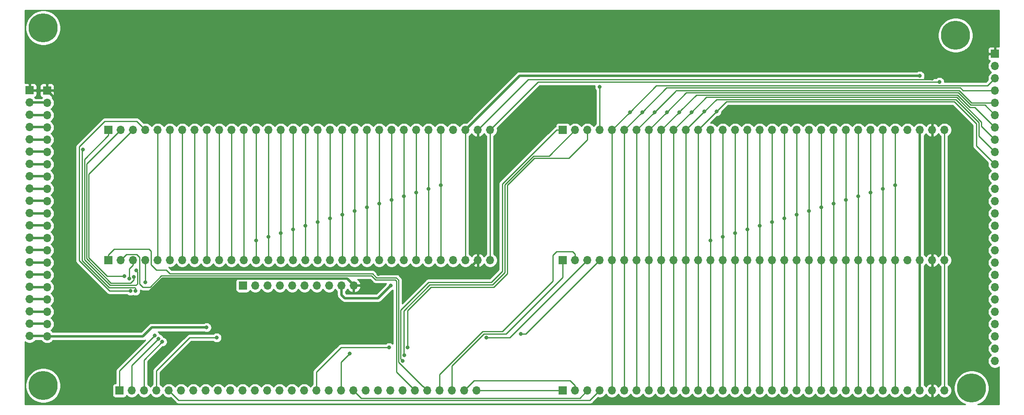
<source format=gbr>
%TF.GenerationSoftware,KiCad,Pcbnew,(5.1.10-1-10_14)*%
%TF.CreationDate,2021-10-11T00:48:47-04:00*%
%TF.ProjectId,backplane,6261636b-706c-4616-9e65-2e6b69636164,rev?*%
%TF.SameCoordinates,Original*%
%TF.FileFunction,Copper,L1,Top*%
%TF.FilePolarity,Positive*%
%FSLAX46Y46*%
G04 Gerber Fmt 4.6, Leading zero omitted, Abs format (unit mm)*
G04 Created by KiCad (PCBNEW (5.1.10-1-10_14)) date 2021-10-11 00:48:47*
%MOMM*%
%LPD*%
G01*
G04 APERTURE LIST*
%TA.AperFunction,ComponentPad*%
%ADD10O,1.700000X1.700000*%
%TD*%
%TA.AperFunction,ComponentPad*%
%ADD11R,1.700000X1.700000*%
%TD*%
%TA.AperFunction,ComponentPad*%
%ADD12C,6.000000*%
%TD*%
%TA.AperFunction,ComponentPad*%
%ADD13C,0.800000*%
%TD*%
%TA.AperFunction,ViaPad*%
%ADD14C,0.800000*%
%TD*%
%TA.AperFunction,Conductor*%
%ADD15C,0.250000*%
%TD*%
%TA.AperFunction,Conductor*%
%ADD16C,0.500000*%
%TD*%
%TA.AperFunction,Conductor*%
%ADD17C,0.254000*%
%TD*%
%TA.AperFunction,Conductor*%
%ADD18C,0.100000*%
%TD*%
G04 APERTURE END LIST*
D10*
%TO.P,J37,26*%
%TO.N,Net-(J32-Pad13)*%
X252222000Y-131572000D03*
%TO.P,J37,25*%
%TO.N,Net-(J32-Pad14)*%
X252222000Y-129032000D03*
%TO.P,J37,24*%
%TO.N,Net-(J32-Pad15)*%
X252222000Y-126492000D03*
%TO.P,J37,23*%
%TO.N,Net-(J32-Pad16)*%
X252222000Y-123952000D03*
%TO.P,J37,22*%
%TO.N,Net-(J32-Pad17)*%
X252222000Y-121412000D03*
%TO.P,J37,21*%
%TO.N,Net-(J32-Pad18)*%
X252222000Y-118872000D03*
%TO.P,J37,20*%
%TO.N,Net-(J32-Pad19)*%
X252222000Y-116332000D03*
%TO.P,J37,19*%
%TO.N,Net-(J32-Pad20)*%
X252222000Y-113792000D03*
%TO.P,J37,18*%
%TO.N,Net-(J32-Pad21)*%
X252222000Y-111252000D03*
%TO.P,J37,17*%
%TO.N,Net-(J32-Pad22)*%
X252222000Y-108712000D03*
%TO.P,J37,16*%
%TO.N,Net-(J32-Pad23)*%
X252222000Y-106172000D03*
%TO.P,J37,15*%
%TO.N,Net-(J32-Pad24)*%
X252222000Y-103632000D03*
%TO.P,J37,14*%
%TO.N,Net-(J32-Pad25)*%
X252222000Y-101092000D03*
%TO.P,J37,13*%
%TO.N,Net-(J32-Pad26)*%
X252222000Y-98552000D03*
%TO.P,J37,12*%
%TO.N,Net-(J32-Pad27)*%
X252222000Y-96012000D03*
%TO.P,J37,11*%
%TO.N,Net-(J32-Pad28)*%
X252222000Y-93472000D03*
%TO.P,J37,10*%
%TO.N,Net-(J32-Pad12)*%
X252222000Y-90932000D03*
%TO.P,J37,9*%
%TO.N,Net-(J32-Pad11)*%
X252222000Y-88392000D03*
%TO.P,J37,8*%
%TO.N,Net-(J32-Pad10)*%
X252222000Y-85852000D03*
%TO.P,J37,7*%
%TO.N,Net-(J32-Pad9)*%
X252222000Y-83312000D03*
%TO.P,J37,6*%
%TO.N,Net-(J32-Pad8)*%
X252222000Y-80772000D03*
%TO.P,J37,5*%
%TO.N,Net-(J32-Pad7)*%
X252222000Y-78232000D03*
%TO.P,J37,4*%
%TO.N,Net-(J32-Pad6)*%
X252222000Y-75692000D03*
%TO.P,J37,3*%
%TO.N,Net-(J32-Pad5)*%
X252222000Y-73152000D03*
%TO.P,J37,2*%
%TO.N,GND*%
X252222000Y-70612000D03*
D11*
%TO.P,J37,1*%
%TO.N,VCC*%
X252222000Y-68072000D03*
%TD*%
D12*
%TO.P,REF\u002A\u002A,1*%
%TO.N,N/C*%
X244094000Y-64262000D03*
D13*
X246344000Y-64262000D03*
X245684990Y-65852990D03*
X244094000Y-66512000D03*
X242503010Y-65852990D03*
X241844000Y-64262000D03*
X242503010Y-62671010D03*
X244094000Y-62012000D03*
X245684990Y-62671010D03*
%TD*%
%TO.P,REF\u002A\u002A,1*%
%TO.N,N/C*%
X248986990Y-135569010D03*
X247396000Y-134910000D03*
X245805010Y-135569010D03*
X245146000Y-137160000D03*
X245805010Y-138750990D03*
X247396000Y-139410000D03*
X248986990Y-138750990D03*
X249646000Y-137160000D03*
D12*
X247396000Y-137160000D03*
%TD*%
%TO.P,REF\u002A\u002A,1*%
%TO.N,N/C*%
X55880000Y-136652000D03*
D13*
X58130000Y-136652000D03*
X57470990Y-138242990D03*
X55880000Y-138902000D03*
X54289010Y-138242990D03*
X53630000Y-136652000D03*
X54289010Y-135061010D03*
X55880000Y-134402000D03*
X57470990Y-135061010D03*
%TD*%
%TO.P,REF\u002A\u002A,1*%
%TO.N,N/C*%
X57470990Y-61147010D03*
X55880000Y-60488000D03*
X54289010Y-61147010D03*
X53630000Y-62738000D03*
X54289010Y-64328990D03*
X55880000Y-64988000D03*
X57470990Y-64328990D03*
X58130000Y-62738000D03*
D12*
X55880000Y-62738000D03*
%TD*%
D10*
%TO.P,J29,21*%
%TO.N,CLOCK*%
X53070000Y-126424000D03*
%TO.P,J29,20*%
%TO.N,Net-(J28-Pad20)*%
X53070000Y-123884000D03*
%TO.P,J29,19*%
%TO.N,Net-(J28-Pad19)*%
X53070000Y-121344000D03*
%TO.P,J29,18*%
%TO.N,Net-(J28-Pad18)*%
X53070000Y-118804000D03*
%TO.P,J29,17*%
%TO.N,Net-(J28-Pad17)*%
X53070000Y-116264000D03*
%TO.P,J29,16*%
%TO.N,Net-(J28-Pad16)*%
X53070000Y-113724000D03*
%TO.P,J29,15*%
%TO.N,Net-(J28-Pad15)*%
X53070000Y-111184000D03*
%TO.P,J29,14*%
%TO.N,Net-(J28-Pad14)*%
X53070000Y-108644000D03*
%TO.P,J29,13*%
%TO.N,Net-(J28-Pad13)*%
X53070000Y-106104000D03*
%TO.P,J29,12*%
%TO.N,Net-(J28-Pad12)*%
X53070000Y-103564000D03*
%TO.P,J29,11*%
%TO.N,Net-(J28-Pad11)*%
X53070000Y-101024000D03*
%TO.P,J29,10*%
%TO.N,Net-(J27-Pad1)*%
X53070000Y-98484000D03*
%TO.P,J29,9*%
%TO.N,Net-(J27-Pad2)*%
X53070000Y-95944000D03*
%TO.P,J29,8*%
%TO.N,Net-(J27-Pad3)*%
X53070000Y-93404000D03*
%TO.P,J29,7*%
%TO.N,Net-(J27-Pad4)*%
X53070000Y-90864000D03*
%TO.P,J29,6*%
%TO.N,Net-(J27-Pad5)*%
X53070000Y-88324000D03*
%TO.P,J29,5*%
%TO.N,Net-(J27-Pad6)*%
X53070000Y-85784000D03*
%TO.P,J29,4*%
%TO.N,Net-(J27-Pad7)*%
X53070000Y-83244000D03*
%TO.P,J29,3*%
%TO.N,Net-(J27-Pad8)*%
X53070000Y-80704000D03*
%TO.P,J29,2*%
%TO.N,GND*%
X53070000Y-78164000D03*
D11*
%TO.P,J29,1*%
%TO.N,VCC*%
X53070000Y-75624000D03*
%TD*%
D10*
%TO.P,J28,21*%
%TO.N,CLOCK*%
X56682000Y-126472000D03*
%TO.P,J28,20*%
%TO.N,Net-(J28-Pad20)*%
X56682000Y-123932000D03*
%TO.P,J28,19*%
%TO.N,Net-(J28-Pad19)*%
X56682000Y-121392000D03*
%TO.P,J28,18*%
%TO.N,Net-(J28-Pad18)*%
X56682000Y-118852000D03*
%TO.P,J28,17*%
%TO.N,Net-(J28-Pad17)*%
X56682000Y-116312000D03*
%TO.P,J28,16*%
%TO.N,Net-(J28-Pad16)*%
X56682000Y-113772000D03*
%TO.P,J28,15*%
%TO.N,Net-(J28-Pad15)*%
X56682000Y-111232000D03*
%TO.P,J28,14*%
%TO.N,Net-(J28-Pad14)*%
X56682000Y-108692000D03*
%TO.P,J28,13*%
%TO.N,Net-(J28-Pad13)*%
X56682000Y-106152000D03*
%TO.P,J28,12*%
%TO.N,Net-(J28-Pad12)*%
X56682000Y-103612000D03*
%TO.P,J28,11*%
%TO.N,Net-(J28-Pad11)*%
X56682000Y-101072000D03*
%TO.P,J28,10*%
%TO.N,Net-(J27-Pad1)*%
X56682000Y-98532000D03*
%TO.P,J28,9*%
%TO.N,Net-(J27-Pad2)*%
X56682000Y-95992000D03*
%TO.P,J28,8*%
%TO.N,Net-(J27-Pad3)*%
X56682000Y-93452000D03*
%TO.P,J28,7*%
%TO.N,Net-(J27-Pad4)*%
X56682000Y-90912000D03*
%TO.P,J28,6*%
%TO.N,Net-(J27-Pad5)*%
X56682000Y-88372000D03*
%TO.P,J28,5*%
%TO.N,Net-(J27-Pad6)*%
X56682000Y-85832000D03*
%TO.P,J28,4*%
%TO.N,Net-(J27-Pad7)*%
X56682000Y-83292000D03*
%TO.P,J28,3*%
%TO.N,Net-(J27-Pad8)*%
X56682000Y-80752000D03*
%TO.P,J28,2*%
%TO.N,GND*%
X56682000Y-78212000D03*
D11*
%TO.P,J28,1*%
%TO.N,VCC*%
X56682000Y-75672000D03*
%TD*%
D10*
%TO.P,J27,10*%
%TO.N,VCC*%
X119944000Y-115980000D03*
%TO.P,J27,9*%
%TO.N,GND*%
X117404000Y-115980000D03*
%TO.P,J27,8*%
%TO.N,Net-(J27-Pad8)*%
X114864000Y-115980000D03*
%TO.P,J27,7*%
%TO.N,Net-(J27-Pad7)*%
X112324000Y-115980000D03*
%TO.P,J27,6*%
%TO.N,Net-(J27-Pad6)*%
X109784000Y-115980000D03*
%TO.P,J27,5*%
%TO.N,Net-(J27-Pad5)*%
X107244000Y-115980000D03*
%TO.P,J27,4*%
%TO.N,Net-(J27-Pad4)*%
X104704000Y-115980000D03*
%TO.P,J27,3*%
%TO.N,Net-(J27-Pad3)*%
X102164000Y-115980000D03*
%TO.P,J27,2*%
%TO.N,Net-(J27-Pad2)*%
X99624000Y-115980000D03*
D11*
%TO.P,J27,1*%
%TO.N,Net-(J27-Pad1)*%
X97084000Y-115980000D03*
%TD*%
D10*
%TO.P,J30,30*%
%TO.N,MSB_O5*%
X145288000Y-137668000D03*
%TO.P,J30,29*%
%TO.N,LSB_O5*%
X142748000Y-137668000D03*
%TO.P,J30,28*%
%TO.N,MSB_O4*%
X140208000Y-137668000D03*
%TO.P,J30,27*%
%TO.N,LSB_O4*%
X137668000Y-137668000D03*
%TO.P,J30,26*%
%TO.N,MSB_O3*%
X135128000Y-137668000D03*
%TO.P,J30,25*%
%TO.N,LSB_O3*%
X132588000Y-137668000D03*
%TO.P,J30,24*%
%TO.N,MSB_O2*%
X130048000Y-137668000D03*
%TO.P,J30,23*%
%TO.N,LSB_O2*%
X127508000Y-137668000D03*
%TO.P,J30,22*%
%TO.N,MSB_O1*%
X124968000Y-137668000D03*
%TO.P,J30,21*%
%TO.N,LSB_O1*%
X122428000Y-137668000D03*
%TO.P,J30,20*%
%TO.N,O5*%
X119888000Y-137668000D03*
%TO.P,J30,19*%
%TO.N,O4*%
X117348000Y-137668000D03*
%TO.P,J30,18*%
%TO.N,O3*%
X114808000Y-137668000D03*
%TO.P,J30,17*%
%TO.N,O2*%
X112268000Y-137668000D03*
%TO.P,J30,16*%
%TO.N,O1*%
X109728000Y-137668000D03*
%TO.P,J30,15*%
%TO.N,Net-(J28-Pad11)*%
X107188000Y-137668000D03*
%TO.P,J30,14*%
%TO.N,Net-(J28-Pad12)*%
X104648000Y-137668000D03*
%TO.P,J30,13*%
%TO.N,Net-(J28-Pad13)*%
X102108000Y-137668000D03*
%TO.P,J30,12*%
%TO.N,Net-(J28-Pad14)*%
X99568000Y-137668000D03*
%TO.P,J30,11*%
%TO.N,Net-(J28-Pad15)*%
X97028000Y-137668000D03*
%TO.P,J30,10*%
%TO.N,Net-(J28-Pad16)*%
X94488000Y-137668000D03*
%TO.P,J30,9*%
%TO.N,Net-(J28-Pad17)*%
X91948000Y-137668000D03*
%TO.P,J30,8*%
%TO.N,Net-(J28-Pad18)*%
X89408000Y-137668000D03*
%TO.P,J30,7*%
%TO.N,Net-(J28-Pad19)*%
X86868000Y-137668000D03*
%TO.P,J30,6*%
%TO.N,Net-(J28-Pad20)*%
X84328000Y-137668000D03*
%TO.P,J30,5*%
%TO.N,I5*%
X81788000Y-137668000D03*
%TO.P,J30,4*%
%TO.N,I4*%
X79248000Y-137668000D03*
%TO.P,J30,3*%
%TO.N,I3*%
X76708000Y-137668000D03*
%TO.P,J30,2*%
%TO.N,I2*%
X74168000Y-137668000D03*
D11*
%TO.P,J30,1*%
%TO.N,I1*%
X71628000Y-137668000D03*
%TD*%
D10*
%TO.P,J34,32*%
%TO.N,GND*%
X148082000Y-110744000D03*
%TO.P,J34,31*%
%TO.N,VCC*%
X145542000Y-110744000D03*
%TO.P,J34,30*%
%TO.N,CLOCK*%
X143002000Y-110744000D03*
%TO.P,J34,29*%
%TO.N,Net-(J34-Pad29)*%
X140462000Y-110744000D03*
%TO.P,J34,28*%
%TO.N,Net-(J32-Pad28)*%
X137922000Y-110744000D03*
%TO.P,J34,27*%
%TO.N,Net-(J32-Pad27)*%
X135382000Y-110744000D03*
%TO.P,J34,26*%
%TO.N,Net-(J32-Pad26)*%
X132842000Y-110744000D03*
%TO.P,J34,25*%
%TO.N,Net-(J32-Pad25)*%
X130302000Y-110744000D03*
%TO.P,J34,24*%
%TO.N,Net-(J32-Pad24)*%
X127762000Y-110744000D03*
%TO.P,J34,23*%
%TO.N,Net-(J32-Pad23)*%
X125222000Y-110744000D03*
%TO.P,J34,22*%
%TO.N,Net-(J32-Pad22)*%
X122682000Y-110744000D03*
%TO.P,J34,21*%
%TO.N,Net-(J32-Pad21)*%
X120142000Y-110744000D03*
%TO.P,J34,20*%
%TO.N,Net-(J32-Pad20)*%
X117602000Y-110744000D03*
%TO.P,J34,19*%
%TO.N,Net-(J32-Pad19)*%
X115062000Y-110744000D03*
%TO.P,J34,18*%
%TO.N,Net-(J32-Pad18)*%
X112522000Y-110744000D03*
%TO.P,J34,17*%
%TO.N,Net-(J32-Pad17)*%
X109982000Y-110744000D03*
%TO.P,J34,16*%
%TO.N,Net-(J32-Pad16)*%
X107442000Y-110744000D03*
%TO.P,J34,15*%
%TO.N,Net-(J32-Pad15)*%
X104902000Y-110744000D03*
%TO.P,J34,14*%
%TO.N,Net-(J32-Pad14)*%
X102362000Y-110744000D03*
%TO.P,J34,13*%
%TO.N,Net-(J32-Pad13)*%
X99822000Y-110744000D03*
%TO.P,J34,12*%
%TO.N,Net-(J32-Pad12)*%
X97282000Y-110744000D03*
%TO.P,J34,11*%
%TO.N,Net-(J32-Pad11)*%
X94742000Y-110744000D03*
%TO.P,J34,10*%
%TO.N,Net-(J32-Pad10)*%
X92202000Y-110744000D03*
%TO.P,J34,9*%
%TO.N,Net-(J32-Pad9)*%
X89662000Y-110744000D03*
%TO.P,J34,8*%
%TO.N,Net-(J32-Pad8)*%
X87122000Y-110744000D03*
%TO.P,J34,7*%
%TO.N,Net-(J32-Pad7)*%
X84582000Y-110744000D03*
%TO.P,J34,6*%
%TO.N,Net-(J32-Pad6)*%
X82042000Y-110744000D03*
%TO.P,J34,5*%
%TO.N,Net-(J32-Pad5)*%
X79502000Y-110744000D03*
%TO.P,J34,4*%
%TO.N,I3*%
X76962000Y-110744000D03*
%TO.P,J34,3*%
%TO.N,O3*%
X74422000Y-110744000D03*
%TO.P,J34,2*%
%TO.N,LSB_O3*%
X71882000Y-110744000D03*
D11*
%TO.P,J34,1*%
%TO.N,MSB_O3*%
X69342000Y-110744000D03*
%TD*%
D10*
%TO.P,J35,32*%
%TO.N,GND*%
X241808000Y-110744000D03*
%TO.P,J35,31*%
%TO.N,VCC*%
X239268000Y-110744000D03*
%TO.P,J35,30*%
%TO.N,CLOCK*%
X236728000Y-110744000D03*
%TO.P,J35,29*%
%TO.N,Net-(J35-Pad29)*%
X234188000Y-110744000D03*
%TO.P,J35,28*%
%TO.N,Net-(J32-Pad28)*%
X231648000Y-110744000D03*
%TO.P,J35,27*%
%TO.N,Net-(J32-Pad27)*%
X229108000Y-110744000D03*
%TO.P,J35,26*%
%TO.N,Net-(J32-Pad26)*%
X226568000Y-110744000D03*
%TO.P,J35,25*%
%TO.N,Net-(J32-Pad25)*%
X224028000Y-110744000D03*
%TO.P,J35,24*%
%TO.N,Net-(J32-Pad24)*%
X221488000Y-110744000D03*
%TO.P,J35,23*%
%TO.N,Net-(J32-Pad23)*%
X218948000Y-110744000D03*
%TO.P,J35,22*%
%TO.N,Net-(J32-Pad22)*%
X216408000Y-110744000D03*
%TO.P,J35,21*%
%TO.N,Net-(J32-Pad21)*%
X213868000Y-110744000D03*
%TO.P,J35,20*%
%TO.N,Net-(J32-Pad20)*%
X211328000Y-110744000D03*
%TO.P,J35,19*%
%TO.N,Net-(J32-Pad19)*%
X208788000Y-110744000D03*
%TO.P,J35,18*%
%TO.N,Net-(J32-Pad18)*%
X206248000Y-110744000D03*
%TO.P,J35,17*%
%TO.N,Net-(J32-Pad17)*%
X203708000Y-110744000D03*
%TO.P,J35,16*%
%TO.N,Net-(J32-Pad16)*%
X201168000Y-110744000D03*
%TO.P,J35,15*%
%TO.N,Net-(J32-Pad15)*%
X198628000Y-110744000D03*
%TO.P,J35,14*%
%TO.N,Net-(J32-Pad14)*%
X196088000Y-110744000D03*
%TO.P,J35,13*%
%TO.N,Net-(J32-Pad13)*%
X193548000Y-110744000D03*
%TO.P,J35,12*%
%TO.N,Net-(J32-Pad12)*%
X191008000Y-110744000D03*
%TO.P,J35,11*%
%TO.N,Net-(J32-Pad11)*%
X188468000Y-110744000D03*
%TO.P,J35,10*%
%TO.N,Net-(J32-Pad10)*%
X185928000Y-110744000D03*
%TO.P,J35,9*%
%TO.N,Net-(J32-Pad9)*%
X183388000Y-110744000D03*
%TO.P,J35,8*%
%TO.N,Net-(J32-Pad8)*%
X180848000Y-110744000D03*
%TO.P,J35,7*%
%TO.N,Net-(J32-Pad7)*%
X178308000Y-110744000D03*
%TO.P,J35,6*%
%TO.N,Net-(J32-Pad6)*%
X175768000Y-110744000D03*
%TO.P,J35,5*%
%TO.N,Net-(J32-Pad5)*%
X173228000Y-110744000D03*
%TO.P,J35,4*%
%TO.N,I4*%
X170688000Y-110744000D03*
%TO.P,J35,3*%
%TO.N,O4*%
X168148000Y-110744000D03*
%TO.P,J35,2*%
%TO.N,LSB_O4*%
X165608000Y-110744000D03*
D11*
%TO.P,J35,1*%
%TO.N,MSB_O4*%
X163068000Y-110744000D03*
%TD*%
D10*
%TO.P,J33,32*%
%TO.N,GND*%
X241808000Y-83820000D03*
%TO.P,J33,31*%
%TO.N,VCC*%
X239268000Y-83820000D03*
%TO.P,J33,30*%
%TO.N,CLOCK*%
X236728000Y-83820000D03*
%TO.P,J33,29*%
%TO.N,Net-(J33-Pad29)*%
X234188000Y-83820000D03*
%TO.P,J33,28*%
%TO.N,Net-(J32-Pad28)*%
X231648000Y-83820000D03*
%TO.P,J33,27*%
%TO.N,Net-(J32-Pad27)*%
X229108000Y-83820000D03*
%TO.P,J33,26*%
%TO.N,Net-(J32-Pad26)*%
X226568000Y-83820000D03*
%TO.P,J33,25*%
%TO.N,Net-(J32-Pad25)*%
X224028000Y-83820000D03*
%TO.P,J33,24*%
%TO.N,Net-(J32-Pad24)*%
X221488000Y-83820000D03*
%TO.P,J33,23*%
%TO.N,Net-(J32-Pad23)*%
X218948000Y-83820000D03*
%TO.P,J33,22*%
%TO.N,Net-(J32-Pad22)*%
X216408000Y-83820000D03*
%TO.P,J33,21*%
%TO.N,Net-(J32-Pad21)*%
X213868000Y-83820000D03*
%TO.P,J33,20*%
%TO.N,Net-(J32-Pad20)*%
X211328000Y-83820000D03*
%TO.P,J33,19*%
%TO.N,Net-(J32-Pad19)*%
X208788000Y-83820000D03*
%TO.P,J33,18*%
%TO.N,Net-(J32-Pad18)*%
X206248000Y-83820000D03*
%TO.P,J33,17*%
%TO.N,Net-(J32-Pad17)*%
X203708000Y-83820000D03*
%TO.P,J33,16*%
%TO.N,Net-(J32-Pad16)*%
X201168000Y-83820000D03*
%TO.P,J33,15*%
%TO.N,Net-(J32-Pad15)*%
X198628000Y-83820000D03*
%TO.P,J33,14*%
%TO.N,Net-(J32-Pad14)*%
X196088000Y-83820000D03*
%TO.P,J33,13*%
%TO.N,Net-(J32-Pad13)*%
X193548000Y-83820000D03*
%TO.P,J33,12*%
%TO.N,Net-(J32-Pad12)*%
X191008000Y-83820000D03*
%TO.P,J33,11*%
%TO.N,Net-(J32-Pad11)*%
X188468000Y-83820000D03*
%TO.P,J33,10*%
%TO.N,Net-(J32-Pad10)*%
X185928000Y-83820000D03*
%TO.P,J33,9*%
%TO.N,Net-(J32-Pad9)*%
X183388000Y-83820000D03*
%TO.P,J33,8*%
%TO.N,Net-(J32-Pad8)*%
X180848000Y-83820000D03*
%TO.P,J33,7*%
%TO.N,Net-(J32-Pad7)*%
X178308000Y-83820000D03*
%TO.P,J33,6*%
%TO.N,Net-(J32-Pad6)*%
X175768000Y-83820000D03*
%TO.P,J33,5*%
%TO.N,Net-(J32-Pad5)*%
X173228000Y-83820000D03*
%TO.P,J33,4*%
%TO.N,I2*%
X170688000Y-83820000D03*
%TO.P,J33,3*%
%TO.N,O2*%
X168148000Y-83820000D03*
%TO.P,J33,2*%
%TO.N,LSB_O2*%
X165608000Y-83820000D03*
D11*
%TO.P,J33,1*%
%TO.N,MSB_O2*%
X163068000Y-83820000D03*
%TD*%
D10*
%TO.P,J32,32*%
%TO.N,GND*%
X148082000Y-83820000D03*
%TO.P,J32,31*%
%TO.N,VCC*%
X145542000Y-83820000D03*
%TO.P,J32,30*%
%TO.N,CLOCK*%
X143002000Y-83820000D03*
%TO.P,J32,29*%
%TO.N,Net-(J32-Pad29)*%
X140462000Y-83820000D03*
%TO.P,J32,28*%
%TO.N,Net-(J32-Pad28)*%
X137922000Y-83820000D03*
%TO.P,J32,27*%
%TO.N,Net-(J32-Pad27)*%
X135382000Y-83820000D03*
%TO.P,J32,26*%
%TO.N,Net-(J32-Pad26)*%
X132842000Y-83820000D03*
%TO.P,J32,25*%
%TO.N,Net-(J32-Pad25)*%
X130302000Y-83820000D03*
%TO.P,J32,24*%
%TO.N,Net-(J32-Pad24)*%
X127762000Y-83820000D03*
%TO.P,J32,23*%
%TO.N,Net-(J32-Pad23)*%
X125222000Y-83820000D03*
%TO.P,J32,22*%
%TO.N,Net-(J32-Pad22)*%
X122682000Y-83820000D03*
%TO.P,J32,21*%
%TO.N,Net-(J32-Pad21)*%
X120142000Y-83820000D03*
%TO.P,J32,20*%
%TO.N,Net-(J32-Pad20)*%
X117602000Y-83820000D03*
%TO.P,J32,19*%
%TO.N,Net-(J32-Pad19)*%
X115062000Y-83820000D03*
%TO.P,J32,18*%
%TO.N,Net-(J32-Pad18)*%
X112522000Y-83820000D03*
%TO.P,J32,17*%
%TO.N,Net-(J32-Pad17)*%
X109982000Y-83820000D03*
%TO.P,J32,16*%
%TO.N,Net-(J32-Pad16)*%
X107442000Y-83820000D03*
%TO.P,J32,15*%
%TO.N,Net-(J32-Pad15)*%
X104902000Y-83820000D03*
%TO.P,J32,14*%
%TO.N,Net-(J32-Pad14)*%
X102362000Y-83820000D03*
%TO.P,J32,13*%
%TO.N,Net-(J32-Pad13)*%
X99822000Y-83820000D03*
%TO.P,J32,12*%
%TO.N,Net-(J32-Pad12)*%
X97282000Y-83820000D03*
%TO.P,J32,11*%
%TO.N,Net-(J32-Pad11)*%
X94742000Y-83820000D03*
%TO.P,J32,10*%
%TO.N,Net-(J32-Pad10)*%
X92202000Y-83820000D03*
%TO.P,J32,9*%
%TO.N,Net-(J32-Pad9)*%
X89662000Y-83820000D03*
%TO.P,J32,8*%
%TO.N,Net-(J32-Pad8)*%
X87122000Y-83820000D03*
%TO.P,J32,7*%
%TO.N,Net-(J32-Pad7)*%
X84582000Y-83820000D03*
%TO.P,J32,6*%
%TO.N,Net-(J32-Pad6)*%
X82042000Y-83820000D03*
%TO.P,J32,5*%
%TO.N,Net-(J32-Pad5)*%
X79502000Y-83820000D03*
%TO.P,J32,4*%
%TO.N,I1*%
X76962000Y-83820000D03*
%TO.P,J32,3*%
%TO.N,O1*%
X74422000Y-83820000D03*
%TO.P,J32,2*%
%TO.N,LSB_O1*%
X71882000Y-83820000D03*
D11*
%TO.P,J32,1*%
%TO.N,MSB_O1*%
X69342000Y-83820000D03*
%TD*%
D10*
%TO.P,J36,32*%
%TO.N,GND*%
X241808000Y-137668000D03*
%TO.P,J36,31*%
%TO.N,VCC*%
X239268000Y-137668000D03*
%TO.P,J36,30*%
%TO.N,CLOCK*%
X236728000Y-137668000D03*
%TO.P,J36,29*%
%TO.N,Net-(J36-Pad29)*%
X234188000Y-137668000D03*
%TO.P,J36,28*%
%TO.N,Net-(J32-Pad28)*%
X231648000Y-137668000D03*
%TO.P,J36,27*%
%TO.N,Net-(J32-Pad27)*%
X229108000Y-137668000D03*
%TO.P,J36,26*%
%TO.N,Net-(J32-Pad26)*%
X226568000Y-137668000D03*
%TO.P,J36,25*%
%TO.N,Net-(J32-Pad25)*%
X224028000Y-137668000D03*
%TO.P,J36,24*%
%TO.N,Net-(J32-Pad24)*%
X221488000Y-137668000D03*
%TO.P,J36,23*%
%TO.N,Net-(J32-Pad23)*%
X218948000Y-137668000D03*
%TO.P,J36,22*%
%TO.N,Net-(J32-Pad22)*%
X216408000Y-137668000D03*
%TO.P,J36,21*%
%TO.N,Net-(J32-Pad21)*%
X213868000Y-137668000D03*
%TO.P,J36,20*%
%TO.N,Net-(J32-Pad20)*%
X211328000Y-137668000D03*
%TO.P,J36,19*%
%TO.N,Net-(J32-Pad19)*%
X208788000Y-137668000D03*
%TO.P,J36,18*%
%TO.N,Net-(J32-Pad18)*%
X206248000Y-137668000D03*
%TO.P,J36,17*%
%TO.N,Net-(J32-Pad17)*%
X203708000Y-137668000D03*
%TO.P,J36,16*%
%TO.N,Net-(J32-Pad16)*%
X201168000Y-137668000D03*
%TO.P,J36,15*%
%TO.N,Net-(J32-Pad15)*%
X198628000Y-137668000D03*
%TO.P,J36,14*%
%TO.N,Net-(J32-Pad14)*%
X196088000Y-137668000D03*
%TO.P,J36,13*%
%TO.N,Net-(J32-Pad13)*%
X193548000Y-137668000D03*
%TO.P,J36,12*%
%TO.N,Net-(J32-Pad12)*%
X191008000Y-137668000D03*
%TO.P,J36,11*%
%TO.N,Net-(J32-Pad11)*%
X188468000Y-137668000D03*
%TO.P,J36,10*%
%TO.N,Net-(J32-Pad10)*%
X185928000Y-137668000D03*
%TO.P,J36,9*%
%TO.N,Net-(J32-Pad9)*%
X183388000Y-137668000D03*
%TO.P,J36,8*%
%TO.N,Net-(J32-Pad8)*%
X180848000Y-137668000D03*
%TO.P,J36,7*%
%TO.N,Net-(J32-Pad7)*%
X178308000Y-137668000D03*
%TO.P,J36,6*%
%TO.N,Net-(J32-Pad6)*%
X175768000Y-137668000D03*
%TO.P,J36,5*%
%TO.N,Net-(J32-Pad5)*%
X173228000Y-137668000D03*
%TO.P,J36,4*%
%TO.N,I5*%
X170688000Y-137668000D03*
%TO.P,J36,3*%
%TO.N,O5*%
X168148000Y-137668000D03*
%TO.P,J36,2*%
%TO.N,LSB_O5*%
X165608000Y-137668000D03*
D11*
%TO.P,J36,1*%
%TO.N,MSB_O5*%
X163068000Y-137668000D03*
%TD*%
D14*
%TO.N,GND*%
X240792000Y-73914000D03*
X127564000Y-115980000D03*
%TO.N,VCC*%
X124993994Y-113626010D03*
X239268000Y-73188990D03*
X124304000Y-115980000D03*
X66802000Y-118618000D03*
%TO.N,O4*%
X119126000Y-130048000D03*
X147320000Y-126746000D03*
%TO.N,O3*%
X73660000Y-114554000D03*
%TO.N,O2*%
X127254000Y-128778000D03*
X131064000Y-128778000D03*
%TO.N,O1*%
X72644000Y-114046000D03*
%TO.N,I4*%
X91694000Y-126746000D03*
X154432000Y-125984000D03*
%TO.N,I3*%
X80456215Y-127602067D03*
X76962000Y-115315986D03*
%TO.N,I2*%
X79685795Y-126964512D03*
X74913999Y-117088617D03*
X170688000Y-74930000D03*
X64038021Y-87884000D03*
%TO.N,I1*%
X78916159Y-126326010D03*
X73914000Y-117093550D03*
%TO.N,LSB_O1*%
X74611978Y-114210682D03*
%TO.N,MSB_O1*%
X75061989Y-112871560D03*
%TO.N,LSB_O2*%
X130364033Y-130350611D03*
%TO.N,MSB_O2*%
X130048000Y-131572000D03*
%TO.N,CLOCK*%
X89590000Y-124625990D03*
X236728000Y-72644000D03*
%TO.N,Net-(J32-Pad12)*%
X194818000Y-80010000D03*
%TO.N,Net-(J32-Pad11)*%
X192278000Y-80010000D03*
%TO.N,Net-(J32-Pad10)*%
X189611000Y-80137000D03*
%TO.N,Net-(J32-Pad9)*%
X187071000Y-80137000D03*
%TO.N,Net-(J32-Pad8)*%
X184531000Y-80137000D03*
%TO.N,Net-(J32-Pad7)*%
X181991000Y-80137000D03*
%TO.N,Net-(J32-Pad6)*%
X179451000Y-80137000D03*
%TO.N,Net-(J32-Pad5)*%
X176911000Y-80137000D03*
%TO.N,Net-(J32-Pad28)*%
X231648000Y-95250000D03*
X137922000Y-95250000D03*
%TO.N,Net-(J32-Pad27)*%
X229108000Y-96012000D03*
X135382000Y-96012000D03*
%TO.N,Net-(J32-Pad26)*%
X226568000Y-96774000D03*
X132842000Y-96774000D03*
%TO.N,Net-(J32-Pad25)*%
X224028000Y-97536000D03*
X130302000Y-97536000D03*
%TO.N,Net-(J32-Pad24)*%
X221488000Y-98298000D03*
X127762000Y-98298000D03*
%TO.N,Net-(J32-Pad23)*%
X218948000Y-99060000D03*
X125222000Y-99060000D03*
%TO.N,Net-(J32-Pad22)*%
X216408000Y-99822000D03*
X122682000Y-99822000D03*
%TO.N,Net-(J32-Pad21)*%
X213868000Y-100584000D03*
X120142000Y-100584000D03*
%TO.N,Net-(J32-Pad20)*%
X117602000Y-101346000D03*
X211328000Y-101346000D03*
%TO.N,Net-(J32-Pad19)*%
X115062000Y-102108000D03*
X208788000Y-102108000D03*
%TO.N,Net-(J32-Pad18)*%
X112522000Y-102870000D03*
X206248000Y-102870000D03*
%TO.N,Net-(J32-Pad17)*%
X109982000Y-103632000D03*
X203708000Y-103632000D03*
%TO.N,Net-(J32-Pad16)*%
X107442000Y-104394000D03*
X201168000Y-104394000D03*
%TO.N,Net-(J32-Pad15)*%
X104902000Y-105156000D03*
X198628000Y-105156000D03*
%TO.N,Net-(J32-Pad14)*%
X196087998Y-105917998D03*
X102362000Y-105918000D03*
%TO.N,Net-(J32-Pad13)*%
X193548000Y-106680000D03*
X99822000Y-106680000D03*
%TD*%
D15*
%TO.N,GND*%
X240792000Y-73914000D02*
X157988000Y-73914000D01*
X157988000Y-73914000D02*
X148082000Y-83820000D01*
X241808000Y-137668000D02*
X241808000Y-110744000D01*
X241808000Y-110744000D02*
X241808000Y-83820000D01*
X148082000Y-110744000D02*
X148082000Y-83820000D01*
D16*
X127564000Y-115980000D02*
X124968000Y-118576000D01*
X124968000Y-118576000D02*
X118068000Y-118576000D01*
X117404000Y-117912000D02*
X117404000Y-115980000D01*
X118068000Y-118576000D02*
X117404000Y-117912000D01*
X53070000Y-78164000D02*
X56634000Y-78164000D01*
%TO.N,VCC*%
X142659990Y-113626010D02*
X124993994Y-113626010D01*
X145542000Y-110744000D02*
X142659990Y-113626010D01*
D15*
X239050990Y-73406000D02*
X239268000Y-73188990D01*
X155956000Y-73406000D02*
X239050990Y-73406000D01*
X145542000Y-83820000D02*
X155956000Y-73406000D01*
X239268000Y-110744000D02*
X239268000Y-137668000D01*
X239268000Y-83820000D02*
X239268000Y-110744000D01*
X145542000Y-83820000D02*
X145542000Y-110744000D01*
D16*
X119944000Y-115980000D02*
X124304000Y-115980000D01*
X61976000Y-80966000D02*
X56682000Y-75672000D01*
X61976000Y-113792000D02*
X61976000Y-80966000D01*
X66802000Y-118618000D02*
X61976000Y-113792000D01*
X76454000Y-118618000D02*
X66802000Y-118618000D01*
X118618000Y-114554000D02*
X80518000Y-114554000D01*
X80518000Y-114554000D02*
X76454000Y-118618000D01*
X119944000Y-115880000D02*
X118618000Y-114554000D01*
X119944000Y-115980000D02*
X119944000Y-115880000D01*
X66802000Y-118618000D02*
X66802000Y-118618000D01*
X53086000Y-75692000D02*
X56650000Y-75692000D01*
D15*
%TO.N,O5*%
X121469989Y-139249989D02*
X119888000Y-137668000D01*
X166566011Y-139249989D02*
X121469989Y-139249989D01*
X168148000Y-137668000D02*
X166566011Y-139249989D01*
%TO.N,O4*%
X119126000Y-130048000D02*
X117348000Y-131826000D01*
X117348000Y-131826000D02*
X117348000Y-137668000D01*
X152146000Y-126746000D02*
X147320000Y-126746000D01*
X168148000Y-110744000D02*
X152146000Y-126746000D01*
%TO.N,O3*%
X73660000Y-112522000D02*
X73660000Y-114554000D01*
X74422000Y-111760000D02*
X73660000Y-112522000D01*
X74422000Y-110744000D02*
X74422000Y-111760000D01*
%TO.N,O2*%
X117348000Y-128778000D02*
X112268000Y-133858000D01*
X112268000Y-133858000D02*
X112268000Y-137668000D01*
X127254000Y-128778000D02*
X117348000Y-128778000D01*
X131064000Y-121158000D02*
X131064000Y-128778000D01*
X135890000Y-116332000D02*
X131064000Y-121158000D01*
X148844000Y-116332000D02*
X135890000Y-116332000D01*
X151638000Y-113538000D02*
X148844000Y-116332000D01*
X151638000Y-95250000D02*
X151638000Y-113538000D01*
X157226000Y-89662000D02*
X151638000Y-95250000D01*
X164338000Y-89662000D02*
X157226000Y-89662000D01*
X168148000Y-85852000D02*
X164338000Y-89662000D01*
X168148000Y-83820000D02*
X168148000Y-85852000D01*
%TO.N,O1*%
X65278000Y-92964000D02*
X65278000Y-110236000D01*
X74422000Y-83820000D02*
X65278000Y-92964000D01*
X65278000Y-110236000D02*
X69088000Y-114046000D01*
X69088000Y-114046000D02*
X72644000Y-114046000D01*
%TO.N,I5*%
X83820000Y-139700000D02*
X81788000Y-137668000D01*
X168656000Y-139700000D02*
X83820000Y-139700000D01*
X170688000Y-137668000D02*
X168656000Y-139700000D01*
%TO.N,I4*%
X86106000Y-126746000D02*
X79248000Y-133604000D01*
X79248000Y-133604000D02*
X79248000Y-137668000D01*
X91694000Y-126746000D02*
X86106000Y-126746000D01*
X155448000Y-125984000D02*
X154432000Y-125984000D01*
X170688000Y-110744000D02*
X155448000Y-125984000D01*
%TO.N,I3*%
X76708000Y-131350282D02*
X80456215Y-127602067D01*
X76708000Y-137668000D02*
X76708000Y-131350282D01*
X76962000Y-110744000D02*
X76962000Y-115315986D01*
%TO.N,I2*%
X74168000Y-137668000D02*
X74168000Y-132482307D01*
X74168000Y-132482307D02*
X79685795Y-126964512D01*
X170688000Y-74930000D02*
X170688000Y-83820000D01*
X63927967Y-110795200D02*
X63927967Y-87994054D01*
X69501316Y-116368549D02*
X63927967Y-110795200D01*
X74759616Y-116368549D02*
X69501316Y-116368549D01*
X63927967Y-87994054D02*
X64038021Y-87884000D01*
X74913999Y-117088617D02*
X74913999Y-116522932D01*
X74913999Y-116522932D02*
X74759616Y-116368549D01*
%TO.N,I1*%
X71628000Y-137668000D02*
X71628000Y-133614169D01*
X71628000Y-133614169D02*
X78916159Y-126326010D01*
X69589906Y-117093550D02*
X73914000Y-117093550D01*
X63313011Y-87308989D02*
X63313011Y-110816655D01*
X63313011Y-110816655D02*
X69589906Y-117093550D01*
X75184000Y-82042000D02*
X68580000Y-82042000D01*
X68580000Y-82042000D02*
X63313011Y-87308989D01*
X76962000Y-83820000D02*
X75184000Y-82042000D01*
%TO.N,LSB_O1*%
X69874116Y-115468527D02*
X73919818Y-115468527D01*
X73919818Y-115468527D02*
X74611978Y-114776367D01*
X74611978Y-114776367D02*
X74611978Y-114210682D01*
X64827989Y-110422400D02*
X69874116Y-115468527D01*
X64827989Y-90874011D02*
X64827989Y-110422400D01*
X71882000Y-83820000D02*
X64827989Y-90874011D01*
%TO.N,MSB_O1*%
X75336988Y-115602427D02*
X75336988Y-113146559D01*
X75336988Y-113146559D02*
X75061989Y-112871560D01*
X75020877Y-115918538D02*
X75336988Y-115602427D01*
X69687716Y-115918538D02*
X75020877Y-115918538D01*
X69342000Y-83820000D02*
X69342000Y-84920000D01*
X64377978Y-89884022D02*
X64377978Y-110608800D01*
X64377978Y-110608800D02*
X69687716Y-115918538D01*
X69342000Y-84920000D02*
X64377978Y-89884022D01*
%TO.N,LSB_O2*%
X151130000Y-113284000D02*
X148590000Y-115824000D01*
X130245413Y-121214587D02*
X130245413Y-130231991D01*
X165608000Y-83820000D02*
X160216011Y-89211989D01*
X160216011Y-89211989D02*
X157039600Y-89211989D01*
X135636000Y-115824000D02*
X130245413Y-121214587D01*
X130245413Y-130231991D02*
X130364033Y-130350611D01*
X157039600Y-89211989D02*
X151130000Y-95121589D01*
X148590000Y-115824000D02*
X135636000Y-115824000D01*
X151130000Y-95121589D02*
X151130000Y-113284000D01*
%TO.N,MSB_O2*%
X135382000Y-115316000D02*
X129639023Y-121058977D01*
X161795178Y-83820000D02*
X150622000Y-94993178D01*
X148336000Y-115316000D02*
X135382000Y-115316000D01*
X129639023Y-121058977D02*
X129639023Y-131163023D01*
X150622000Y-94993178D02*
X150622000Y-113030000D01*
X163068000Y-83820000D02*
X161795178Y-83820000D01*
X129639023Y-131163023D02*
X130048000Y-131572000D01*
X150622000Y-113030000D02*
X148336000Y-115316000D01*
%TO.N,LSB_O3*%
X80279823Y-113978989D02*
X123637558Y-113978989D01*
X77926812Y-116332000D02*
X80279823Y-113978989D01*
X123637558Y-113978989D02*
X124459592Y-114801023D01*
X124459592Y-114801023D02*
X128517023Y-114801023D01*
X71882000Y-110744000D02*
X73057001Y-109568999D01*
X75786999Y-110179999D02*
X75786999Y-115664999D01*
X128517023Y-114801023D02*
X128739001Y-115023001D01*
X75786999Y-115664999D02*
X76454000Y-116332000D01*
X75175999Y-109568999D02*
X75786999Y-110179999D01*
X73057001Y-109568999D02*
X75175999Y-109568999D01*
X76454000Y-116332000D02*
X77926812Y-116332000D01*
X128739001Y-115023001D02*
X128739001Y-133819001D01*
X128739001Y-133819001D02*
X132588000Y-137668000D01*
%TO.N,MSB_O3*%
X129189012Y-131786016D02*
X134220997Y-136818001D01*
X134278001Y-136818001D02*
X135128000Y-137668000D01*
X69342000Y-109644000D02*
X70528000Y-108458000D01*
X78137001Y-111665001D02*
X79248000Y-112776000D01*
X82032978Y-113528978D02*
X123823958Y-113528978D01*
X70528000Y-108458000D02*
X77724000Y-108458000D01*
X129189012Y-114836601D02*
X129189012Y-131786016D01*
X79248000Y-112776000D02*
X81280000Y-112776000D01*
X134220997Y-136818001D02*
X134278001Y-136818001D01*
X124645992Y-114351012D02*
X128703423Y-114351012D01*
X69342000Y-110744000D02*
X69342000Y-109644000D01*
X123823958Y-113528978D02*
X124645992Y-114351012D01*
X78137001Y-108871001D02*
X78137001Y-111665001D01*
X77724000Y-108458000D02*
X78137001Y-108871001D01*
X128703423Y-114351012D02*
X129189012Y-114836601D01*
X81280000Y-112776000D02*
X82032978Y-113528978D01*
%TO.N,LSB_O4*%
X146558000Y-125476000D02*
X137668000Y-134366000D01*
X137668000Y-134366000D02*
X137668000Y-137668000D01*
X150622000Y-125476000D02*
X146558000Y-125476000D01*
X161036000Y-115062000D02*
X150622000Y-125476000D01*
X161036000Y-109728000D02*
X161036000Y-115062000D01*
X161798000Y-108966000D02*
X161036000Y-109728000D01*
X165100000Y-108966000D02*
X161798000Y-108966000D01*
X165608000Y-109474000D02*
X165100000Y-108966000D01*
X165608000Y-110744000D02*
X165608000Y-109474000D01*
%TO.N,MSB_O4*%
X146812000Y-125984000D02*
X140208000Y-132588000D01*
X140208000Y-132588000D02*
X140208000Y-137668000D01*
X151384000Y-125984000D02*
X146812000Y-125984000D01*
X163068000Y-114300000D02*
X151384000Y-125984000D01*
X163068000Y-110744000D02*
X163068000Y-114300000D01*
%TO.N,LSB_O5*%
X164592000Y-135636000D02*
X144780000Y-135636000D01*
X144780000Y-135636000D02*
X142748000Y-137668000D01*
X165608000Y-136652000D02*
X164592000Y-135636000D01*
X165608000Y-137668000D02*
X165608000Y-136652000D01*
%TO.N,MSB_O5*%
X163068000Y-137668000D02*
X145288000Y-137668000D01*
D16*
%TO.N,CLOCK*%
X154178000Y-72644000D02*
X236728000Y-72644000D01*
X143002000Y-83820000D02*
X154178000Y-72644000D01*
X236728000Y-137668000D02*
X236728000Y-110744000D01*
X236728000Y-110744000D02*
X236728000Y-83820000D01*
D15*
X143002000Y-110744000D02*
X143002000Y-83820000D01*
D16*
X56634000Y-126424000D02*
X56682000Y-126472000D01*
X53070000Y-126424000D02*
X56634000Y-126424000D01*
X56682000Y-126472000D02*
X76474000Y-126472000D01*
X78320010Y-124625990D02*
X89590000Y-124625990D01*
X76474000Y-126472000D02*
X78320010Y-124625990D01*
%TO.N,Net-(J27-Pad8)*%
X53086000Y-80772000D02*
X56650000Y-80772000D01*
%TO.N,Net-(J27-Pad7)*%
X53070000Y-83244000D02*
X56634000Y-83244000D01*
%TO.N,Net-(J27-Pad6)*%
X53086000Y-85852000D02*
X56650000Y-85852000D01*
%TO.N,Net-(J27-Pad5)*%
X53070000Y-88324000D02*
X56634000Y-88324000D01*
%TO.N,Net-(J27-Pad4)*%
X53086000Y-90932000D02*
X56650000Y-90932000D01*
%TO.N,Net-(J27-Pad3)*%
X53070000Y-93404000D02*
X56634000Y-93404000D01*
%TO.N,Net-(J27-Pad2)*%
X53086000Y-96012000D02*
X56650000Y-96012000D01*
%TO.N,Net-(J27-Pad1)*%
X53070000Y-98484000D02*
X56634000Y-98484000D01*
D15*
%TO.N,Net-(J32-Pad12)*%
X97282000Y-110744000D02*
X97282000Y-83820000D01*
X194818000Y-80010000D02*
X191008000Y-83820000D01*
X191008000Y-137668000D02*
X191008000Y-83820000D01*
%TO.N,Net-(J32-Pad11)*%
X94742000Y-83820000D02*
X94742000Y-110744000D01*
X192278000Y-80010000D02*
X188468000Y-83820000D01*
X188468000Y-83820000D02*
X188468000Y-137668000D01*
%TO.N,Net-(J32-Pad10)*%
X92202000Y-110744000D02*
X92202000Y-83820000D01*
X189611000Y-80137000D02*
X185928000Y-83820000D01*
X185928000Y-137668000D02*
X185928000Y-83820000D01*
%TO.N,Net-(J32-Pad9)*%
X89662000Y-83820000D02*
X89662000Y-110744000D01*
X187071000Y-80137000D02*
X183388000Y-83820000D01*
X183388000Y-83820000D02*
X183388000Y-137668000D01*
%TO.N,Net-(J32-Pad8)*%
X87122000Y-110744000D02*
X87122000Y-83820000D01*
X184531000Y-80137000D02*
X180848000Y-83820000D01*
X180848000Y-137668000D02*
X180848000Y-83820000D01*
%TO.N,Net-(J32-Pad7)*%
X84582000Y-83820000D02*
X84582000Y-110744000D01*
X178308000Y-83820000D02*
X178308000Y-137668000D01*
X178308000Y-83820000D02*
X181991000Y-80137000D01*
%TO.N,Net-(J32-Pad6)*%
X82042000Y-110744000D02*
X82042000Y-83820000D01*
X179451000Y-80137000D02*
X175768000Y-83820000D01*
X175768000Y-137668000D02*
X175768000Y-83820000D01*
%TO.N,Net-(J32-Pad5)*%
X79502000Y-83820000D02*
X79502000Y-109943002D01*
X79502000Y-109943002D02*
X79502000Y-110744000D01*
X176911000Y-80137000D02*
X173228000Y-83820000D01*
X173228000Y-83820000D02*
X173228000Y-137668000D01*
%TO.N,Net-(J32-Pad28)*%
X231648000Y-110744000D02*
X231648000Y-137668000D01*
X231648000Y-83820000D02*
X231648000Y-110744000D01*
X137922000Y-83820000D02*
X137922000Y-110744000D01*
%TO.N,Net-(J32-Pad27)*%
X229108000Y-137668000D02*
X229108000Y-110744000D01*
X229108000Y-110744000D02*
X229108000Y-83820000D01*
X135382000Y-110744000D02*
X135382000Y-83820000D01*
%TO.N,Net-(J32-Pad26)*%
X226568000Y-110744000D02*
X226568000Y-137668000D01*
X226568000Y-83820000D02*
X226568000Y-110744000D01*
X132842000Y-83820000D02*
X132842000Y-110744000D01*
%TO.N,Net-(J32-Pad25)*%
X224028000Y-137668000D02*
X224028000Y-110744000D01*
X224028000Y-110744000D02*
X224028000Y-83820000D01*
X130302000Y-110744000D02*
X130302000Y-83820000D01*
%TO.N,Net-(J32-Pad24)*%
X221488000Y-137922000D02*
X221488000Y-110998000D01*
X221488000Y-110998000D02*
X221488000Y-84074000D01*
X127762000Y-110998000D02*
X127762000Y-84074000D01*
%TO.N,Net-(J32-Pad23)*%
X218948000Y-110998000D02*
X218948000Y-137922000D01*
X218948000Y-84074000D02*
X218948000Y-110998000D01*
X125222000Y-84074000D02*
X125222000Y-110998000D01*
%TO.N,Net-(J32-Pad22)*%
X216408000Y-137922000D02*
X216408000Y-110998000D01*
X216408000Y-110998000D02*
X216408000Y-84074000D01*
X122682000Y-110998000D02*
X122682000Y-84074000D01*
%TO.N,Net-(J32-Pad21)*%
X213868000Y-110998000D02*
X213868000Y-137922000D01*
X213868000Y-84074000D02*
X213868000Y-110998000D01*
X120142000Y-84074000D02*
X120142000Y-110998000D01*
%TO.N,Net-(J32-Pad20)*%
X211328000Y-137922000D02*
X211328000Y-110998000D01*
X211328000Y-110998000D02*
X211328000Y-84074000D01*
X117602000Y-110998000D02*
X117602000Y-84074000D01*
%TO.N,Net-(J32-Pad19)*%
X208788000Y-110998000D02*
X208788000Y-137922000D01*
X208788000Y-84074000D02*
X208788000Y-110998000D01*
X115062000Y-84074000D02*
X115062000Y-110998000D01*
%TO.N,Net-(J32-Pad18)*%
X206248000Y-137922000D02*
X206248000Y-110998000D01*
X206248000Y-110998000D02*
X206248000Y-84074000D01*
X112522000Y-110998000D02*
X112522000Y-84074000D01*
%TO.N,Net-(J32-Pad17)*%
X203708000Y-110998000D02*
X203708000Y-137922000D01*
X203708000Y-84074000D02*
X203708000Y-110998000D01*
X109982000Y-84074000D02*
X109982000Y-110998000D01*
%TO.N,Net-(J32-Pad16)*%
X201168000Y-104394000D02*
X201168000Y-84074000D01*
X201168000Y-137922000D02*
X201168000Y-110998000D01*
X201168000Y-110998000D02*
X201168000Y-104394000D01*
X107442000Y-110998000D02*
X107442000Y-84074000D01*
%TO.N,Net-(J32-Pad15)*%
X198628000Y-105156000D02*
X198628000Y-110197002D01*
X198628000Y-110998000D02*
X198628000Y-137121002D01*
X198628000Y-84074000D02*
X198628000Y-105156000D01*
X104902000Y-84074000D02*
X104902000Y-110197002D01*
%TO.N,Net-(J32-Pad14)*%
X196088000Y-105917996D02*
X196087998Y-105917998D01*
X196088000Y-105918000D02*
X196087998Y-105917998D01*
X196088000Y-110744000D02*
X196088000Y-105918000D01*
X196088000Y-83820000D02*
X196088000Y-105917996D01*
X196088000Y-137668000D02*
X196088000Y-110744000D01*
X102362000Y-110744000D02*
X102362000Y-83820000D01*
%TO.N,Net-(J32-Pad13)*%
X193548000Y-83820000D02*
X193548000Y-106680000D01*
X193548000Y-110744000D02*
X193548000Y-106680000D01*
X193548000Y-110744000D02*
X193548000Y-137668000D01*
X99822000Y-83820000D02*
X99822000Y-110744000D01*
D16*
%TO.N,Net-(J28-Pad20)*%
X56634000Y-123884000D02*
X56682000Y-123932000D01*
X53070000Y-123884000D02*
X56634000Y-123884000D01*
%TO.N,Net-(J28-Pad19)*%
X53086000Y-121412000D02*
X56650000Y-121412000D01*
%TO.N,Net-(J28-Pad18)*%
X53070000Y-118804000D02*
X56634000Y-118804000D01*
%TO.N,Net-(J28-Pad17)*%
X53086000Y-116332000D02*
X56650000Y-116332000D01*
%TO.N,Net-(J28-Pad16)*%
X53070000Y-113724000D02*
X56634000Y-113724000D01*
%TO.N,Net-(J28-Pad15)*%
X53086000Y-111252000D02*
X56650000Y-111252000D01*
%TO.N,Net-(J28-Pad14)*%
X53070000Y-108644000D02*
X56634000Y-108644000D01*
%TO.N,Net-(J28-Pad13)*%
X53086000Y-106172000D02*
X56650000Y-106172000D01*
%TO.N,Net-(J28-Pad12)*%
X53070000Y-103564000D02*
X56634000Y-103564000D01*
%TO.N,Net-(J28-Pad11)*%
X53086000Y-101092000D02*
X56650000Y-101092000D01*
D15*
%TO.N,Net-(J32-Pad12)*%
X243840000Y-77978000D02*
X248412000Y-82550000D01*
X248412000Y-87122000D02*
X252222000Y-90932000D01*
X196850000Y-77978000D02*
X243840000Y-77978000D01*
X248412000Y-82550000D02*
X248412000Y-87122000D01*
X194818000Y-80010000D02*
X196850000Y-77978000D01*
%TO.N,Net-(J32-Pad11)*%
X248920000Y-85090000D02*
X252222000Y-88392000D01*
X248920000Y-82301642D02*
X248920000Y-85090000D01*
X192278000Y-80010000D02*
X194760011Y-77527989D01*
X194760011Y-77527989D02*
X244146347Y-77527989D01*
X244146347Y-77527989D02*
X248920000Y-82301642D01*
%TO.N,Net-(J32-Pad10)*%
X249428000Y-82173232D02*
X249428000Y-83058000D01*
X192705967Y-77042033D02*
X244296801Y-77042033D01*
X244296801Y-77042033D02*
X249428000Y-82173232D01*
X249428000Y-83058000D02*
X251372001Y-85002001D01*
X189611000Y-80137000D02*
X192705967Y-77042033D01*
X251372001Y-85002001D02*
X252222000Y-85852000D01*
%TO.N,Net-(J32-Pad9)*%
X247023200Y-79132022D02*
X244483200Y-76592022D01*
X187470999Y-79737001D02*
X187071000Y-80137000D01*
X252222000Y-83312000D02*
X248042022Y-79132022D01*
X248042022Y-79132022D02*
X247023200Y-79132022D01*
X190615978Y-76592022D02*
X187470999Y-79737001D01*
X244483200Y-76592022D02*
X190615978Y-76592022D01*
%TO.N,Net-(J32-Pad8)*%
X244669600Y-76142011D02*
X247209600Y-78682011D01*
X184531000Y-80137000D02*
X188525989Y-76142011D01*
X188525989Y-76142011D02*
X244669600Y-76142011D01*
X247209600Y-78682011D02*
X250132011Y-78682011D01*
X250132011Y-78682011D02*
X252222000Y-80772000D01*
%TO.N,Net-(J32-Pad7)*%
X252222000Y-78232000D02*
X247396000Y-78232000D01*
X247396000Y-78232000D02*
X244856000Y-75692000D01*
X186436000Y-75692000D02*
X186309000Y-75819000D01*
X244856000Y-75692000D02*
X186436000Y-75692000D01*
X181991000Y-80137000D02*
X186309000Y-75819000D01*
%TO.N,Net-(J32-Pad6)*%
X184461989Y-75126011D02*
X179451000Y-80137000D01*
X245052011Y-75126011D02*
X184461989Y-75126011D01*
X245618000Y-75692000D02*
X245052011Y-75126011D01*
X252222000Y-75692000D02*
X245618000Y-75692000D01*
%TO.N,Net-(J32-Pad5)*%
X250698000Y-74676000D02*
X252222000Y-73152000D01*
X182372000Y-74676000D02*
X250698000Y-74676000D01*
X176911000Y-80137000D02*
X182372000Y-74676000D01*
%TD*%
D17*
%TO.N,VCC*%
X247652000Y-82864803D02*
X247652001Y-87084668D01*
X247648324Y-87122000D01*
X247652001Y-87159333D01*
X247662998Y-87270986D01*
X247663202Y-87271657D01*
X247706454Y-87414246D01*
X247777026Y-87546276D01*
X247838014Y-87620589D01*
X247872000Y-87662001D01*
X247900998Y-87685799D01*
X250780790Y-90565592D01*
X250737000Y-90785740D01*
X250737000Y-91078260D01*
X250794068Y-91365158D01*
X250906010Y-91635411D01*
X251068525Y-91878632D01*
X251275368Y-92085475D01*
X251449760Y-92202000D01*
X251275368Y-92318525D01*
X251068525Y-92525368D01*
X250906010Y-92768589D01*
X250794068Y-93038842D01*
X250737000Y-93325740D01*
X250737000Y-93618260D01*
X250794068Y-93905158D01*
X250906010Y-94175411D01*
X251068525Y-94418632D01*
X251275368Y-94625475D01*
X251449760Y-94742000D01*
X251275368Y-94858525D01*
X251068525Y-95065368D01*
X250906010Y-95308589D01*
X250794068Y-95578842D01*
X250737000Y-95865740D01*
X250737000Y-96158260D01*
X250794068Y-96445158D01*
X250906010Y-96715411D01*
X251068525Y-96958632D01*
X251275368Y-97165475D01*
X251449760Y-97282000D01*
X251275368Y-97398525D01*
X251068525Y-97605368D01*
X250906010Y-97848589D01*
X250794068Y-98118842D01*
X250737000Y-98405740D01*
X250737000Y-98698260D01*
X250794068Y-98985158D01*
X250906010Y-99255411D01*
X251068525Y-99498632D01*
X251275368Y-99705475D01*
X251449760Y-99822000D01*
X251275368Y-99938525D01*
X251068525Y-100145368D01*
X250906010Y-100388589D01*
X250794068Y-100658842D01*
X250737000Y-100945740D01*
X250737000Y-101238260D01*
X250794068Y-101525158D01*
X250906010Y-101795411D01*
X251068525Y-102038632D01*
X251275368Y-102245475D01*
X251449760Y-102362000D01*
X251275368Y-102478525D01*
X251068525Y-102685368D01*
X250906010Y-102928589D01*
X250794068Y-103198842D01*
X250737000Y-103485740D01*
X250737000Y-103778260D01*
X250794068Y-104065158D01*
X250906010Y-104335411D01*
X251068525Y-104578632D01*
X251275368Y-104785475D01*
X251449760Y-104902000D01*
X251275368Y-105018525D01*
X251068525Y-105225368D01*
X250906010Y-105468589D01*
X250794068Y-105738842D01*
X250737000Y-106025740D01*
X250737000Y-106318260D01*
X250794068Y-106605158D01*
X250906010Y-106875411D01*
X251068525Y-107118632D01*
X251275368Y-107325475D01*
X251449760Y-107442000D01*
X251275368Y-107558525D01*
X251068525Y-107765368D01*
X250906010Y-108008589D01*
X250794068Y-108278842D01*
X250737000Y-108565740D01*
X250737000Y-108858260D01*
X250794068Y-109145158D01*
X250906010Y-109415411D01*
X251068525Y-109658632D01*
X251275368Y-109865475D01*
X251449760Y-109982000D01*
X251275368Y-110098525D01*
X251068525Y-110305368D01*
X250906010Y-110548589D01*
X250794068Y-110818842D01*
X250737000Y-111105740D01*
X250737000Y-111398260D01*
X250794068Y-111685158D01*
X250906010Y-111955411D01*
X251068525Y-112198632D01*
X251275368Y-112405475D01*
X251449760Y-112522000D01*
X251275368Y-112638525D01*
X251068525Y-112845368D01*
X250906010Y-113088589D01*
X250794068Y-113358842D01*
X250737000Y-113645740D01*
X250737000Y-113938260D01*
X250794068Y-114225158D01*
X250906010Y-114495411D01*
X251068525Y-114738632D01*
X251275368Y-114945475D01*
X251449760Y-115062000D01*
X251275368Y-115178525D01*
X251068525Y-115385368D01*
X250906010Y-115628589D01*
X250794068Y-115898842D01*
X250737000Y-116185740D01*
X250737000Y-116478260D01*
X250794068Y-116765158D01*
X250906010Y-117035411D01*
X251068525Y-117278632D01*
X251275368Y-117485475D01*
X251449760Y-117602000D01*
X251275368Y-117718525D01*
X251068525Y-117925368D01*
X250906010Y-118168589D01*
X250794068Y-118438842D01*
X250737000Y-118725740D01*
X250737000Y-119018260D01*
X250794068Y-119305158D01*
X250906010Y-119575411D01*
X251068525Y-119818632D01*
X251275368Y-120025475D01*
X251449760Y-120142000D01*
X251275368Y-120258525D01*
X251068525Y-120465368D01*
X250906010Y-120708589D01*
X250794068Y-120978842D01*
X250737000Y-121265740D01*
X250737000Y-121558260D01*
X250794068Y-121845158D01*
X250906010Y-122115411D01*
X251068525Y-122358632D01*
X251275368Y-122565475D01*
X251449760Y-122682000D01*
X251275368Y-122798525D01*
X251068525Y-123005368D01*
X250906010Y-123248589D01*
X250794068Y-123518842D01*
X250737000Y-123805740D01*
X250737000Y-124098260D01*
X250794068Y-124385158D01*
X250906010Y-124655411D01*
X251068525Y-124898632D01*
X251275368Y-125105475D01*
X251449760Y-125222000D01*
X251275368Y-125338525D01*
X251068525Y-125545368D01*
X250906010Y-125788589D01*
X250794068Y-126058842D01*
X250737000Y-126345740D01*
X250737000Y-126638260D01*
X250794068Y-126925158D01*
X250906010Y-127195411D01*
X251068525Y-127438632D01*
X251275368Y-127645475D01*
X251449760Y-127762000D01*
X251275368Y-127878525D01*
X251068525Y-128085368D01*
X250906010Y-128328589D01*
X250794068Y-128598842D01*
X250737000Y-128885740D01*
X250737000Y-129178260D01*
X250794068Y-129465158D01*
X250906010Y-129735411D01*
X251068525Y-129978632D01*
X251275368Y-130185475D01*
X251449760Y-130302000D01*
X251275368Y-130418525D01*
X251068525Y-130625368D01*
X250906010Y-130868589D01*
X250794068Y-131138842D01*
X250737000Y-131425740D01*
X250737000Y-131718260D01*
X250794068Y-132005158D01*
X250906010Y-132275411D01*
X251068525Y-132518632D01*
X251275368Y-132725475D01*
X251518589Y-132887990D01*
X251788842Y-132999932D01*
X252075740Y-133057000D01*
X252368260Y-133057000D01*
X252655158Y-132999932D01*
X252925411Y-132887990D01*
X253086001Y-132780687D01*
X253086001Y-140564000D01*
X248676729Y-140564000D01*
X249117818Y-140381295D01*
X249713177Y-139983489D01*
X250219489Y-139477177D01*
X250617295Y-138881818D01*
X250891309Y-138220290D01*
X251031000Y-137518016D01*
X251031000Y-136801984D01*
X250891309Y-136099710D01*
X250617295Y-135438182D01*
X250219489Y-134842823D01*
X249713177Y-134336511D01*
X249117818Y-133938705D01*
X248456290Y-133664691D01*
X247754016Y-133525000D01*
X247037984Y-133525000D01*
X246335710Y-133664691D01*
X245674182Y-133938705D01*
X245078823Y-134336511D01*
X244572511Y-134842823D01*
X244174705Y-135438182D01*
X243900691Y-136099710D01*
X243761000Y-136801984D01*
X243761000Y-137518016D01*
X243900691Y-138220290D01*
X244174705Y-138881818D01*
X244572511Y-139477177D01*
X245078823Y-139983489D01*
X245674182Y-140381295D01*
X246115271Y-140564000D01*
X52130000Y-140564000D01*
X52130000Y-136293984D01*
X52245000Y-136293984D01*
X52245000Y-137010016D01*
X52384691Y-137712290D01*
X52658705Y-138373818D01*
X53056511Y-138969177D01*
X53562823Y-139475489D01*
X54158182Y-139873295D01*
X54819710Y-140147309D01*
X55521984Y-140287000D01*
X56238016Y-140287000D01*
X56940290Y-140147309D01*
X57601818Y-139873295D01*
X58197177Y-139475489D01*
X58703489Y-138969177D01*
X59101295Y-138373818D01*
X59375309Y-137712290D01*
X59515000Y-137010016D01*
X59515000Y-136293984D01*
X59375309Y-135591710D01*
X59101295Y-134930182D01*
X58703489Y-134334823D01*
X58197177Y-133828511D01*
X57601818Y-133430705D01*
X56940290Y-133156691D01*
X56238016Y-133017000D01*
X55521984Y-133017000D01*
X54819710Y-133156691D01*
X54158182Y-133430705D01*
X53562823Y-133828511D01*
X53056511Y-134334823D01*
X52658705Y-134930182D01*
X52384691Y-135591710D01*
X52245000Y-136293984D01*
X52130000Y-136293984D01*
X52130000Y-127581906D01*
X52366589Y-127739990D01*
X52636842Y-127851932D01*
X52923740Y-127909000D01*
X53216260Y-127909000D01*
X53503158Y-127851932D01*
X53773411Y-127739990D01*
X54016632Y-127577475D01*
X54223475Y-127370632D01*
X54264656Y-127309000D01*
X55455271Y-127309000D01*
X55528525Y-127418632D01*
X55735368Y-127625475D01*
X55978589Y-127787990D01*
X56248842Y-127899932D01*
X56535740Y-127957000D01*
X56828260Y-127957000D01*
X57115158Y-127899932D01*
X57385411Y-127787990D01*
X57628632Y-127625475D01*
X57835475Y-127418632D01*
X57876656Y-127357000D01*
X76430531Y-127357000D01*
X76474000Y-127361281D01*
X76517469Y-127357000D01*
X76517477Y-127357000D01*
X76647490Y-127344195D01*
X76814313Y-127293589D01*
X76942059Y-127225308D01*
X71116998Y-133050370D01*
X71088000Y-133074168D01*
X71064202Y-133103166D01*
X71064201Y-133103167D01*
X70993026Y-133189893D01*
X70922454Y-133321923D01*
X70914848Y-133346998D01*
X70878998Y-133465183D01*
X70868001Y-133576836D01*
X70864324Y-133614169D01*
X70868001Y-133651501D01*
X70868000Y-136179928D01*
X70778000Y-136179928D01*
X70653518Y-136192188D01*
X70533820Y-136228498D01*
X70423506Y-136287463D01*
X70326815Y-136366815D01*
X70247463Y-136463506D01*
X70188498Y-136573820D01*
X70152188Y-136693518D01*
X70139928Y-136818000D01*
X70139928Y-138518000D01*
X70152188Y-138642482D01*
X70188498Y-138762180D01*
X70247463Y-138872494D01*
X70326815Y-138969185D01*
X70423506Y-139048537D01*
X70533820Y-139107502D01*
X70653518Y-139143812D01*
X70778000Y-139156072D01*
X72478000Y-139156072D01*
X72602482Y-139143812D01*
X72722180Y-139107502D01*
X72832494Y-139048537D01*
X72929185Y-138969185D01*
X73008537Y-138872494D01*
X73067502Y-138762180D01*
X73089513Y-138689620D01*
X73221368Y-138821475D01*
X73464589Y-138983990D01*
X73734842Y-139095932D01*
X74021740Y-139153000D01*
X74314260Y-139153000D01*
X74601158Y-139095932D01*
X74871411Y-138983990D01*
X75114632Y-138821475D01*
X75321475Y-138614632D01*
X75438000Y-138440240D01*
X75554525Y-138614632D01*
X75761368Y-138821475D01*
X76004589Y-138983990D01*
X76274842Y-139095932D01*
X76561740Y-139153000D01*
X76854260Y-139153000D01*
X77141158Y-139095932D01*
X77411411Y-138983990D01*
X77654632Y-138821475D01*
X77861475Y-138614632D01*
X77978000Y-138440240D01*
X78094525Y-138614632D01*
X78301368Y-138821475D01*
X78544589Y-138983990D01*
X78814842Y-139095932D01*
X79101740Y-139153000D01*
X79394260Y-139153000D01*
X79681158Y-139095932D01*
X79951411Y-138983990D01*
X80194632Y-138821475D01*
X80401475Y-138614632D01*
X80518000Y-138440240D01*
X80634525Y-138614632D01*
X80841368Y-138821475D01*
X81084589Y-138983990D01*
X81354842Y-139095932D01*
X81641740Y-139153000D01*
X81934260Y-139153000D01*
X82154408Y-139109209D01*
X83256201Y-140211003D01*
X83279999Y-140240001D01*
X83308997Y-140263799D01*
X83395723Y-140334974D01*
X83482383Y-140381295D01*
X83527753Y-140405546D01*
X83671014Y-140449003D01*
X83782667Y-140460000D01*
X83782677Y-140460000D01*
X83820000Y-140463676D01*
X83857323Y-140460000D01*
X168618678Y-140460000D01*
X168656000Y-140463676D01*
X168693322Y-140460000D01*
X168693333Y-140460000D01*
X168804986Y-140449003D01*
X168948247Y-140405546D01*
X169080276Y-140334974D01*
X169196001Y-140240001D01*
X169219804Y-140210997D01*
X170321592Y-139109210D01*
X170541740Y-139153000D01*
X170834260Y-139153000D01*
X171121158Y-139095932D01*
X171391411Y-138983990D01*
X171634632Y-138821475D01*
X171841475Y-138614632D01*
X171958000Y-138440240D01*
X172074525Y-138614632D01*
X172281368Y-138821475D01*
X172524589Y-138983990D01*
X172794842Y-139095932D01*
X173081740Y-139153000D01*
X173374260Y-139153000D01*
X173661158Y-139095932D01*
X173931411Y-138983990D01*
X174174632Y-138821475D01*
X174381475Y-138614632D01*
X174498000Y-138440240D01*
X174614525Y-138614632D01*
X174821368Y-138821475D01*
X175064589Y-138983990D01*
X175334842Y-139095932D01*
X175621740Y-139153000D01*
X175914260Y-139153000D01*
X176201158Y-139095932D01*
X176471411Y-138983990D01*
X176714632Y-138821475D01*
X176921475Y-138614632D01*
X177038000Y-138440240D01*
X177154525Y-138614632D01*
X177361368Y-138821475D01*
X177604589Y-138983990D01*
X177874842Y-139095932D01*
X178161740Y-139153000D01*
X178454260Y-139153000D01*
X178741158Y-139095932D01*
X179011411Y-138983990D01*
X179254632Y-138821475D01*
X179461475Y-138614632D01*
X179578000Y-138440240D01*
X179694525Y-138614632D01*
X179901368Y-138821475D01*
X180144589Y-138983990D01*
X180414842Y-139095932D01*
X180701740Y-139153000D01*
X180994260Y-139153000D01*
X181281158Y-139095932D01*
X181551411Y-138983990D01*
X181794632Y-138821475D01*
X182001475Y-138614632D01*
X182118000Y-138440240D01*
X182234525Y-138614632D01*
X182441368Y-138821475D01*
X182684589Y-138983990D01*
X182954842Y-139095932D01*
X183241740Y-139153000D01*
X183534260Y-139153000D01*
X183821158Y-139095932D01*
X184091411Y-138983990D01*
X184334632Y-138821475D01*
X184541475Y-138614632D01*
X184658000Y-138440240D01*
X184774525Y-138614632D01*
X184981368Y-138821475D01*
X185224589Y-138983990D01*
X185494842Y-139095932D01*
X185781740Y-139153000D01*
X186074260Y-139153000D01*
X186361158Y-139095932D01*
X186631411Y-138983990D01*
X186874632Y-138821475D01*
X187081475Y-138614632D01*
X187198000Y-138440240D01*
X187314525Y-138614632D01*
X187521368Y-138821475D01*
X187764589Y-138983990D01*
X188034842Y-139095932D01*
X188321740Y-139153000D01*
X188614260Y-139153000D01*
X188901158Y-139095932D01*
X189171411Y-138983990D01*
X189414632Y-138821475D01*
X189621475Y-138614632D01*
X189738000Y-138440240D01*
X189854525Y-138614632D01*
X190061368Y-138821475D01*
X190304589Y-138983990D01*
X190574842Y-139095932D01*
X190861740Y-139153000D01*
X191154260Y-139153000D01*
X191441158Y-139095932D01*
X191711411Y-138983990D01*
X191954632Y-138821475D01*
X192161475Y-138614632D01*
X192278000Y-138440240D01*
X192394525Y-138614632D01*
X192601368Y-138821475D01*
X192844589Y-138983990D01*
X193114842Y-139095932D01*
X193401740Y-139153000D01*
X193694260Y-139153000D01*
X193981158Y-139095932D01*
X194251411Y-138983990D01*
X194494632Y-138821475D01*
X194701475Y-138614632D01*
X194818000Y-138440240D01*
X194934525Y-138614632D01*
X195141368Y-138821475D01*
X195384589Y-138983990D01*
X195654842Y-139095932D01*
X195941740Y-139153000D01*
X196234260Y-139153000D01*
X196521158Y-139095932D01*
X196791411Y-138983990D01*
X197034632Y-138821475D01*
X197241475Y-138614632D01*
X197358000Y-138440240D01*
X197474525Y-138614632D01*
X197681368Y-138821475D01*
X197924589Y-138983990D01*
X198194842Y-139095932D01*
X198481740Y-139153000D01*
X198774260Y-139153000D01*
X199061158Y-139095932D01*
X199331411Y-138983990D01*
X199574632Y-138821475D01*
X199781475Y-138614632D01*
X199898000Y-138440240D01*
X200014525Y-138614632D01*
X200221368Y-138821475D01*
X200464589Y-138983990D01*
X200734842Y-139095932D01*
X201021740Y-139153000D01*
X201314260Y-139153000D01*
X201601158Y-139095932D01*
X201871411Y-138983990D01*
X202114632Y-138821475D01*
X202321475Y-138614632D01*
X202438000Y-138440240D01*
X202554525Y-138614632D01*
X202761368Y-138821475D01*
X203004589Y-138983990D01*
X203274842Y-139095932D01*
X203561740Y-139153000D01*
X203854260Y-139153000D01*
X204141158Y-139095932D01*
X204411411Y-138983990D01*
X204654632Y-138821475D01*
X204861475Y-138614632D01*
X204978000Y-138440240D01*
X205094525Y-138614632D01*
X205301368Y-138821475D01*
X205544589Y-138983990D01*
X205814842Y-139095932D01*
X206101740Y-139153000D01*
X206394260Y-139153000D01*
X206681158Y-139095932D01*
X206951411Y-138983990D01*
X207194632Y-138821475D01*
X207401475Y-138614632D01*
X207518000Y-138440240D01*
X207634525Y-138614632D01*
X207841368Y-138821475D01*
X208084589Y-138983990D01*
X208354842Y-139095932D01*
X208641740Y-139153000D01*
X208934260Y-139153000D01*
X209221158Y-139095932D01*
X209491411Y-138983990D01*
X209734632Y-138821475D01*
X209941475Y-138614632D01*
X210058000Y-138440240D01*
X210174525Y-138614632D01*
X210381368Y-138821475D01*
X210624589Y-138983990D01*
X210894842Y-139095932D01*
X211181740Y-139153000D01*
X211474260Y-139153000D01*
X211761158Y-139095932D01*
X212031411Y-138983990D01*
X212274632Y-138821475D01*
X212481475Y-138614632D01*
X212598000Y-138440240D01*
X212714525Y-138614632D01*
X212921368Y-138821475D01*
X213164589Y-138983990D01*
X213434842Y-139095932D01*
X213721740Y-139153000D01*
X214014260Y-139153000D01*
X214301158Y-139095932D01*
X214571411Y-138983990D01*
X214814632Y-138821475D01*
X215021475Y-138614632D01*
X215138000Y-138440240D01*
X215254525Y-138614632D01*
X215461368Y-138821475D01*
X215704589Y-138983990D01*
X215974842Y-139095932D01*
X216261740Y-139153000D01*
X216554260Y-139153000D01*
X216841158Y-139095932D01*
X217111411Y-138983990D01*
X217354632Y-138821475D01*
X217561475Y-138614632D01*
X217678000Y-138440240D01*
X217794525Y-138614632D01*
X218001368Y-138821475D01*
X218244589Y-138983990D01*
X218514842Y-139095932D01*
X218801740Y-139153000D01*
X219094260Y-139153000D01*
X219381158Y-139095932D01*
X219651411Y-138983990D01*
X219894632Y-138821475D01*
X220101475Y-138614632D01*
X220218000Y-138440240D01*
X220334525Y-138614632D01*
X220541368Y-138821475D01*
X220784589Y-138983990D01*
X221054842Y-139095932D01*
X221341740Y-139153000D01*
X221634260Y-139153000D01*
X221921158Y-139095932D01*
X222191411Y-138983990D01*
X222434632Y-138821475D01*
X222641475Y-138614632D01*
X222758000Y-138440240D01*
X222874525Y-138614632D01*
X223081368Y-138821475D01*
X223324589Y-138983990D01*
X223594842Y-139095932D01*
X223881740Y-139153000D01*
X224174260Y-139153000D01*
X224461158Y-139095932D01*
X224731411Y-138983990D01*
X224974632Y-138821475D01*
X225181475Y-138614632D01*
X225298000Y-138440240D01*
X225414525Y-138614632D01*
X225621368Y-138821475D01*
X225864589Y-138983990D01*
X226134842Y-139095932D01*
X226421740Y-139153000D01*
X226714260Y-139153000D01*
X227001158Y-139095932D01*
X227271411Y-138983990D01*
X227514632Y-138821475D01*
X227721475Y-138614632D01*
X227838000Y-138440240D01*
X227954525Y-138614632D01*
X228161368Y-138821475D01*
X228404589Y-138983990D01*
X228674842Y-139095932D01*
X228961740Y-139153000D01*
X229254260Y-139153000D01*
X229541158Y-139095932D01*
X229811411Y-138983990D01*
X230054632Y-138821475D01*
X230261475Y-138614632D01*
X230378000Y-138440240D01*
X230494525Y-138614632D01*
X230701368Y-138821475D01*
X230944589Y-138983990D01*
X231214842Y-139095932D01*
X231501740Y-139153000D01*
X231794260Y-139153000D01*
X232081158Y-139095932D01*
X232351411Y-138983990D01*
X232594632Y-138821475D01*
X232801475Y-138614632D01*
X232918000Y-138440240D01*
X233034525Y-138614632D01*
X233241368Y-138821475D01*
X233484589Y-138983990D01*
X233754842Y-139095932D01*
X234041740Y-139153000D01*
X234334260Y-139153000D01*
X234621158Y-139095932D01*
X234891411Y-138983990D01*
X235134632Y-138821475D01*
X235341475Y-138614632D01*
X235458000Y-138440240D01*
X235574525Y-138614632D01*
X235781368Y-138821475D01*
X236024589Y-138983990D01*
X236294842Y-139095932D01*
X236581740Y-139153000D01*
X236874260Y-139153000D01*
X237161158Y-139095932D01*
X237431411Y-138983990D01*
X237674632Y-138821475D01*
X237881475Y-138614632D01*
X238003195Y-138432466D01*
X238072822Y-138549355D01*
X238267731Y-138765588D01*
X238501080Y-138939641D01*
X238763901Y-139064825D01*
X238911110Y-139109476D01*
X239141000Y-138988155D01*
X239141000Y-137795000D01*
X239121000Y-137795000D01*
X239121000Y-137541000D01*
X239141000Y-137541000D01*
X239141000Y-136347845D01*
X238911110Y-136226524D01*
X238763901Y-136271175D01*
X238501080Y-136396359D01*
X238267731Y-136570412D01*
X238072822Y-136786645D01*
X238003195Y-136903534D01*
X237881475Y-136721368D01*
X237674632Y-136514525D01*
X237613000Y-136473344D01*
X237613000Y-111938656D01*
X237674632Y-111897475D01*
X237881475Y-111690632D01*
X238003195Y-111508466D01*
X238072822Y-111625355D01*
X238267731Y-111841588D01*
X238501080Y-112015641D01*
X238763901Y-112140825D01*
X238911110Y-112185476D01*
X239141000Y-112064155D01*
X239141000Y-110871000D01*
X239121000Y-110871000D01*
X239121000Y-110617000D01*
X239141000Y-110617000D01*
X239141000Y-109423845D01*
X238911110Y-109302524D01*
X238763901Y-109347175D01*
X238501080Y-109472359D01*
X238267731Y-109646412D01*
X238072822Y-109862645D01*
X238003195Y-109979534D01*
X237881475Y-109797368D01*
X237674632Y-109590525D01*
X237613000Y-109549344D01*
X237613000Y-85014656D01*
X237674632Y-84973475D01*
X237881475Y-84766632D01*
X238003195Y-84584466D01*
X238072822Y-84701355D01*
X238267731Y-84917588D01*
X238501080Y-85091641D01*
X238763901Y-85216825D01*
X238911110Y-85261476D01*
X239141000Y-85140155D01*
X239141000Y-83947000D01*
X239121000Y-83947000D01*
X239121000Y-83693000D01*
X239141000Y-83693000D01*
X239141000Y-82499845D01*
X239395000Y-82499845D01*
X239395000Y-83693000D01*
X239415000Y-83693000D01*
X239415000Y-83947000D01*
X239395000Y-83947000D01*
X239395000Y-85140155D01*
X239624890Y-85261476D01*
X239772099Y-85216825D01*
X240034920Y-85091641D01*
X240268269Y-84917588D01*
X240463178Y-84701355D01*
X240532805Y-84584466D01*
X240654525Y-84766632D01*
X240861368Y-84973475D01*
X241048001Y-85098179D01*
X241048000Y-109465822D01*
X240861368Y-109590525D01*
X240654525Y-109797368D01*
X240532805Y-109979534D01*
X240463178Y-109862645D01*
X240268269Y-109646412D01*
X240034920Y-109472359D01*
X239772099Y-109347175D01*
X239624890Y-109302524D01*
X239395000Y-109423845D01*
X239395000Y-110617000D01*
X239415000Y-110617000D01*
X239415000Y-110871000D01*
X239395000Y-110871000D01*
X239395000Y-112064155D01*
X239624890Y-112185476D01*
X239772099Y-112140825D01*
X240034920Y-112015641D01*
X240268269Y-111841588D01*
X240463178Y-111625355D01*
X240532805Y-111508466D01*
X240654525Y-111690632D01*
X240861368Y-111897475D01*
X241048001Y-112022179D01*
X241048000Y-136389822D01*
X240861368Y-136514525D01*
X240654525Y-136721368D01*
X240532805Y-136903534D01*
X240463178Y-136786645D01*
X240268269Y-136570412D01*
X240034920Y-136396359D01*
X239772099Y-136271175D01*
X239624890Y-136226524D01*
X239395000Y-136347845D01*
X239395000Y-137541000D01*
X239415000Y-137541000D01*
X239415000Y-137795000D01*
X239395000Y-137795000D01*
X239395000Y-138988155D01*
X239624890Y-139109476D01*
X239772099Y-139064825D01*
X240034920Y-138939641D01*
X240268269Y-138765588D01*
X240463178Y-138549355D01*
X240532805Y-138432466D01*
X240654525Y-138614632D01*
X240861368Y-138821475D01*
X241104589Y-138983990D01*
X241374842Y-139095932D01*
X241661740Y-139153000D01*
X241954260Y-139153000D01*
X242241158Y-139095932D01*
X242511411Y-138983990D01*
X242754632Y-138821475D01*
X242961475Y-138614632D01*
X243123990Y-138371411D01*
X243235932Y-138101158D01*
X243293000Y-137814260D01*
X243293000Y-137521740D01*
X243235932Y-137234842D01*
X243123990Y-136964589D01*
X242961475Y-136721368D01*
X242754632Y-136514525D01*
X242568000Y-136389822D01*
X242568000Y-112022178D01*
X242754632Y-111897475D01*
X242961475Y-111690632D01*
X243123990Y-111447411D01*
X243235932Y-111177158D01*
X243293000Y-110890260D01*
X243293000Y-110597740D01*
X243235932Y-110310842D01*
X243123990Y-110040589D01*
X242961475Y-109797368D01*
X242754632Y-109590525D01*
X242568000Y-109465822D01*
X242568000Y-85098178D01*
X242754632Y-84973475D01*
X242961475Y-84766632D01*
X243123990Y-84523411D01*
X243235932Y-84253158D01*
X243293000Y-83966260D01*
X243293000Y-83673740D01*
X243235932Y-83386842D01*
X243123990Y-83116589D01*
X242961475Y-82873368D01*
X242754632Y-82666525D01*
X242511411Y-82504010D01*
X242241158Y-82392068D01*
X241954260Y-82335000D01*
X241661740Y-82335000D01*
X241374842Y-82392068D01*
X241104589Y-82504010D01*
X240861368Y-82666525D01*
X240654525Y-82873368D01*
X240532805Y-83055534D01*
X240463178Y-82938645D01*
X240268269Y-82722412D01*
X240034920Y-82548359D01*
X239772099Y-82423175D01*
X239624890Y-82378524D01*
X239395000Y-82499845D01*
X239141000Y-82499845D01*
X238911110Y-82378524D01*
X238763901Y-82423175D01*
X238501080Y-82548359D01*
X238267731Y-82722412D01*
X238072822Y-82938645D01*
X238003195Y-83055534D01*
X237881475Y-82873368D01*
X237674632Y-82666525D01*
X237431411Y-82504010D01*
X237161158Y-82392068D01*
X236874260Y-82335000D01*
X236581740Y-82335000D01*
X236294842Y-82392068D01*
X236024589Y-82504010D01*
X235781368Y-82666525D01*
X235574525Y-82873368D01*
X235458000Y-83047760D01*
X235341475Y-82873368D01*
X235134632Y-82666525D01*
X234891411Y-82504010D01*
X234621158Y-82392068D01*
X234334260Y-82335000D01*
X234041740Y-82335000D01*
X233754842Y-82392068D01*
X233484589Y-82504010D01*
X233241368Y-82666525D01*
X233034525Y-82873368D01*
X232918000Y-83047760D01*
X232801475Y-82873368D01*
X232594632Y-82666525D01*
X232351411Y-82504010D01*
X232081158Y-82392068D01*
X231794260Y-82335000D01*
X231501740Y-82335000D01*
X231214842Y-82392068D01*
X230944589Y-82504010D01*
X230701368Y-82666525D01*
X230494525Y-82873368D01*
X230378000Y-83047760D01*
X230261475Y-82873368D01*
X230054632Y-82666525D01*
X229811411Y-82504010D01*
X229541158Y-82392068D01*
X229254260Y-82335000D01*
X228961740Y-82335000D01*
X228674842Y-82392068D01*
X228404589Y-82504010D01*
X228161368Y-82666525D01*
X227954525Y-82873368D01*
X227838000Y-83047760D01*
X227721475Y-82873368D01*
X227514632Y-82666525D01*
X227271411Y-82504010D01*
X227001158Y-82392068D01*
X226714260Y-82335000D01*
X226421740Y-82335000D01*
X226134842Y-82392068D01*
X225864589Y-82504010D01*
X225621368Y-82666525D01*
X225414525Y-82873368D01*
X225298000Y-83047760D01*
X225181475Y-82873368D01*
X224974632Y-82666525D01*
X224731411Y-82504010D01*
X224461158Y-82392068D01*
X224174260Y-82335000D01*
X223881740Y-82335000D01*
X223594842Y-82392068D01*
X223324589Y-82504010D01*
X223081368Y-82666525D01*
X222874525Y-82873368D01*
X222758000Y-83047760D01*
X222641475Y-82873368D01*
X222434632Y-82666525D01*
X222191411Y-82504010D01*
X221921158Y-82392068D01*
X221634260Y-82335000D01*
X221341740Y-82335000D01*
X221054842Y-82392068D01*
X220784589Y-82504010D01*
X220541368Y-82666525D01*
X220334525Y-82873368D01*
X220218000Y-83047760D01*
X220101475Y-82873368D01*
X219894632Y-82666525D01*
X219651411Y-82504010D01*
X219381158Y-82392068D01*
X219094260Y-82335000D01*
X218801740Y-82335000D01*
X218514842Y-82392068D01*
X218244589Y-82504010D01*
X218001368Y-82666525D01*
X217794525Y-82873368D01*
X217678000Y-83047760D01*
X217561475Y-82873368D01*
X217354632Y-82666525D01*
X217111411Y-82504010D01*
X216841158Y-82392068D01*
X216554260Y-82335000D01*
X216261740Y-82335000D01*
X215974842Y-82392068D01*
X215704589Y-82504010D01*
X215461368Y-82666525D01*
X215254525Y-82873368D01*
X215138000Y-83047760D01*
X215021475Y-82873368D01*
X214814632Y-82666525D01*
X214571411Y-82504010D01*
X214301158Y-82392068D01*
X214014260Y-82335000D01*
X213721740Y-82335000D01*
X213434842Y-82392068D01*
X213164589Y-82504010D01*
X212921368Y-82666525D01*
X212714525Y-82873368D01*
X212598000Y-83047760D01*
X212481475Y-82873368D01*
X212274632Y-82666525D01*
X212031411Y-82504010D01*
X211761158Y-82392068D01*
X211474260Y-82335000D01*
X211181740Y-82335000D01*
X210894842Y-82392068D01*
X210624589Y-82504010D01*
X210381368Y-82666525D01*
X210174525Y-82873368D01*
X210058000Y-83047760D01*
X209941475Y-82873368D01*
X209734632Y-82666525D01*
X209491411Y-82504010D01*
X209221158Y-82392068D01*
X208934260Y-82335000D01*
X208641740Y-82335000D01*
X208354842Y-82392068D01*
X208084589Y-82504010D01*
X207841368Y-82666525D01*
X207634525Y-82873368D01*
X207518000Y-83047760D01*
X207401475Y-82873368D01*
X207194632Y-82666525D01*
X206951411Y-82504010D01*
X206681158Y-82392068D01*
X206394260Y-82335000D01*
X206101740Y-82335000D01*
X205814842Y-82392068D01*
X205544589Y-82504010D01*
X205301368Y-82666525D01*
X205094525Y-82873368D01*
X204978000Y-83047760D01*
X204861475Y-82873368D01*
X204654632Y-82666525D01*
X204411411Y-82504010D01*
X204141158Y-82392068D01*
X203854260Y-82335000D01*
X203561740Y-82335000D01*
X203274842Y-82392068D01*
X203004589Y-82504010D01*
X202761368Y-82666525D01*
X202554525Y-82873368D01*
X202438000Y-83047760D01*
X202321475Y-82873368D01*
X202114632Y-82666525D01*
X201871411Y-82504010D01*
X201601158Y-82392068D01*
X201314260Y-82335000D01*
X201021740Y-82335000D01*
X200734842Y-82392068D01*
X200464589Y-82504010D01*
X200221368Y-82666525D01*
X200014525Y-82873368D01*
X199898000Y-83047760D01*
X199781475Y-82873368D01*
X199574632Y-82666525D01*
X199331411Y-82504010D01*
X199061158Y-82392068D01*
X198774260Y-82335000D01*
X198481740Y-82335000D01*
X198194842Y-82392068D01*
X197924589Y-82504010D01*
X197681368Y-82666525D01*
X197474525Y-82873368D01*
X197358000Y-83047760D01*
X197241475Y-82873368D01*
X197034632Y-82666525D01*
X196791411Y-82504010D01*
X196521158Y-82392068D01*
X196234260Y-82335000D01*
X195941740Y-82335000D01*
X195654842Y-82392068D01*
X195384589Y-82504010D01*
X195141368Y-82666525D01*
X194934525Y-82873368D01*
X194818000Y-83047760D01*
X194701475Y-82873368D01*
X194494632Y-82666525D01*
X194251411Y-82504010D01*
X193981158Y-82392068D01*
X193694260Y-82335000D01*
X193567802Y-82335000D01*
X194857802Y-81045000D01*
X194919939Y-81045000D01*
X195119898Y-81005226D01*
X195308256Y-80927205D01*
X195477774Y-80813937D01*
X195621937Y-80669774D01*
X195735205Y-80500256D01*
X195813226Y-80311898D01*
X195853000Y-80111939D01*
X195853000Y-80049801D01*
X197164802Y-78738000D01*
X243525199Y-78738000D01*
X247652000Y-82864803D01*
%TA.AperFunction,Conductor*%
D18*
G36*
X247652000Y-82864803D02*
G01*
X247652001Y-87084668D01*
X247648324Y-87122000D01*
X247652001Y-87159333D01*
X247662998Y-87270986D01*
X247663202Y-87271657D01*
X247706454Y-87414246D01*
X247777026Y-87546276D01*
X247838014Y-87620589D01*
X247872000Y-87662001D01*
X247900998Y-87685799D01*
X250780790Y-90565592D01*
X250737000Y-90785740D01*
X250737000Y-91078260D01*
X250794068Y-91365158D01*
X250906010Y-91635411D01*
X251068525Y-91878632D01*
X251275368Y-92085475D01*
X251449760Y-92202000D01*
X251275368Y-92318525D01*
X251068525Y-92525368D01*
X250906010Y-92768589D01*
X250794068Y-93038842D01*
X250737000Y-93325740D01*
X250737000Y-93618260D01*
X250794068Y-93905158D01*
X250906010Y-94175411D01*
X251068525Y-94418632D01*
X251275368Y-94625475D01*
X251449760Y-94742000D01*
X251275368Y-94858525D01*
X251068525Y-95065368D01*
X250906010Y-95308589D01*
X250794068Y-95578842D01*
X250737000Y-95865740D01*
X250737000Y-96158260D01*
X250794068Y-96445158D01*
X250906010Y-96715411D01*
X251068525Y-96958632D01*
X251275368Y-97165475D01*
X251449760Y-97282000D01*
X251275368Y-97398525D01*
X251068525Y-97605368D01*
X250906010Y-97848589D01*
X250794068Y-98118842D01*
X250737000Y-98405740D01*
X250737000Y-98698260D01*
X250794068Y-98985158D01*
X250906010Y-99255411D01*
X251068525Y-99498632D01*
X251275368Y-99705475D01*
X251449760Y-99822000D01*
X251275368Y-99938525D01*
X251068525Y-100145368D01*
X250906010Y-100388589D01*
X250794068Y-100658842D01*
X250737000Y-100945740D01*
X250737000Y-101238260D01*
X250794068Y-101525158D01*
X250906010Y-101795411D01*
X251068525Y-102038632D01*
X251275368Y-102245475D01*
X251449760Y-102362000D01*
X251275368Y-102478525D01*
X251068525Y-102685368D01*
X250906010Y-102928589D01*
X250794068Y-103198842D01*
X250737000Y-103485740D01*
X250737000Y-103778260D01*
X250794068Y-104065158D01*
X250906010Y-104335411D01*
X251068525Y-104578632D01*
X251275368Y-104785475D01*
X251449760Y-104902000D01*
X251275368Y-105018525D01*
X251068525Y-105225368D01*
X250906010Y-105468589D01*
X250794068Y-105738842D01*
X250737000Y-106025740D01*
X250737000Y-106318260D01*
X250794068Y-106605158D01*
X250906010Y-106875411D01*
X251068525Y-107118632D01*
X251275368Y-107325475D01*
X251449760Y-107442000D01*
X251275368Y-107558525D01*
X251068525Y-107765368D01*
X250906010Y-108008589D01*
X250794068Y-108278842D01*
X250737000Y-108565740D01*
X250737000Y-108858260D01*
X250794068Y-109145158D01*
X250906010Y-109415411D01*
X251068525Y-109658632D01*
X251275368Y-109865475D01*
X251449760Y-109982000D01*
X251275368Y-110098525D01*
X251068525Y-110305368D01*
X250906010Y-110548589D01*
X250794068Y-110818842D01*
X250737000Y-111105740D01*
X250737000Y-111398260D01*
X250794068Y-111685158D01*
X250906010Y-111955411D01*
X251068525Y-112198632D01*
X251275368Y-112405475D01*
X251449760Y-112522000D01*
X251275368Y-112638525D01*
X251068525Y-112845368D01*
X250906010Y-113088589D01*
X250794068Y-113358842D01*
X250737000Y-113645740D01*
X250737000Y-113938260D01*
X250794068Y-114225158D01*
X250906010Y-114495411D01*
X251068525Y-114738632D01*
X251275368Y-114945475D01*
X251449760Y-115062000D01*
X251275368Y-115178525D01*
X251068525Y-115385368D01*
X250906010Y-115628589D01*
X250794068Y-115898842D01*
X250737000Y-116185740D01*
X250737000Y-116478260D01*
X250794068Y-116765158D01*
X250906010Y-117035411D01*
X251068525Y-117278632D01*
X251275368Y-117485475D01*
X251449760Y-117602000D01*
X251275368Y-117718525D01*
X251068525Y-117925368D01*
X250906010Y-118168589D01*
X250794068Y-118438842D01*
X250737000Y-118725740D01*
X250737000Y-119018260D01*
X250794068Y-119305158D01*
X250906010Y-119575411D01*
X251068525Y-119818632D01*
X251275368Y-120025475D01*
X251449760Y-120142000D01*
X251275368Y-120258525D01*
X251068525Y-120465368D01*
X250906010Y-120708589D01*
X250794068Y-120978842D01*
X250737000Y-121265740D01*
X250737000Y-121558260D01*
X250794068Y-121845158D01*
X250906010Y-122115411D01*
X251068525Y-122358632D01*
X251275368Y-122565475D01*
X251449760Y-122682000D01*
X251275368Y-122798525D01*
X251068525Y-123005368D01*
X250906010Y-123248589D01*
X250794068Y-123518842D01*
X250737000Y-123805740D01*
X250737000Y-124098260D01*
X250794068Y-124385158D01*
X250906010Y-124655411D01*
X251068525Y-124898632D01*
X251275368Y-125105475D01*
X251449760Y-125222000D01*
X251275368Y-125338525D01*
X251068525Y-125545368D01*
X250906010Y-125788589D01*
X250794068Y-126058842D01*
X250737000Y-126345740D01*
X250737000Y-126638260D01*
X250794068Y-126925158D01*
X250906010Y-127195411D01*
X251068525Y-127438632D01*
X251275368Y-127645475D01*
X251449760Y-127762000D01*
X251275368Y-127878525D01*
X251068525Y-128085368D01*
X250906010Y-128328589D01*
X250794068Y-128598842D01*
X250737000Y-128885740D01*
X250737000Y-129178260D01*
X250794068Y-129465158D01*
X250906010Y-129735411D01*
X251068525Y-129978632D01*
X251275368Y-130185475D01*
X251449760Y-130302000D01*
X251275368Y-130418525D01*
X251068525Y-130625368D01*
X250906010Y-130868589D01*
X250794068Y-131138842D01*
X250737000Y-131425740D01*
X250737000Y-131718260D01*
X250794068Y-132005158D01*
X250906010Y-132275411D01*
X251068525Y-132518632D01*
X251275368Y-132725475D01*
X251518589Y-132887990D01*
X251788842Y-132999932D01*
X252075740Y-133057000D01*
X252368260Y-133057000D01*
X252655158Y-132999932D01*
X252925411Y-132887990D01*
X253086001Y-132780687D01*
X253086001Y-140564000D01*
X248676729Y-140564000D01*
X249117818Y-140381295D01*
X249713177Y-139983489D01*
X250219489Y-139477177D01*
X250617295Y-138881818D01*
X250891309Y-138220290D01*
X251031000Y-137518016D01*
X251031000Y-136801984D01*
X250891309Y-136099710D01*
X250617295Y-135438182D01*
X250219489Y-134842823D01*
X249713177Y-134336511D01*
X249117818Y-133938705D01*
X248456290Y-133664691D01*
X247754016Y-133525000D01*
X247037984Y-133525000D01*
X246335710Y-133664691D01*
X245674182Y-133938705D01*
X245078823Y-134336511D01*
X244572511Y-134842823D01*
X244174705Y-135438182D01*
X243900691Y-136099710D01*
X243761000Y-136801984D01*
X243761000Y-137518016D01*
X243900691Y-138220290D01*
X244174705Y-138881818D01*
X244572511Y-139477177D01*
X245078823Y-139983489D01*
X245674182Y-140381295D01*
X246115271Y-140564000D01*
X52130000Y-140564000D01*
X52130000Y-136293984D01*
X52245000Y-136293984D01*
X52245000Y-137010016D01*
X52384691Y-137712290D01*
X52658705Y-138373818D01*
X53056511Y-138969177D01*
X53562823Y-139475489D01*
X54158182Y-139873295D01*
X54819710Y-140147309D01*
X55521984Y-140287000D01*
X56238016Y-140287000D01*
X56940290Y-140147309D01*
X57601818Y-139873295D01*
X58197177Y-139475489D01*
X58703489Y-138969177D01*
X59101295Y-138373818D01*
X59375309Y-137712290D01*
X59515000Y-137010016D01*
X59515000Y-136293984D01*
X59375309Y-135591710D01*
X59101295Y-134930182D01*
X58703489Y-134334823D01*
X58197177Y-133828511D01*
X57601818Y-133430705D01*
X56940290Y-133156691D01*
X56238016Y-133017000D01*
X55521984Y-133017000D01*
X54819710Y-133156691D01*
X54158182Y-133430705D01*
X53562823Y-133828511D01*
X53056511Y-134334823D01*
X52658705Y-134930182D01*
X52384691Y-135591710D01*
X52245000Y-136293984D01*
X52130000Y-136293984D01*
X52130000Y-127581906D01*
X52366589Y-127739990D01*
X52636842Y-127851932D01*
X52923740Y-127909000D01*
X53216260Y-127909000D01*
X53503158Y-127851932D01*
X53773411Y-127739990D01*
X54016632Y-127577475D01*
X54223475Y-127370632D01*
X54264656Y-127309000D01*
X55455271Y-127309000D01*
X55528525Y-127418632D01*
X55735368Y-127625475D01*
X55978589Y-127787990D01*
X56248842Y-127899932D01*
X56535740Y-127957000D01*
X56828260Y-127957000D01*
X57115158Y-127899932D01*
X57385411Y-127787990D01*
X57628632Y-127625475D01*
X57835475Y-127418632D01*
X57876656Y-127357000D01*
X76430531Y-127357000D01*
X76474000Y-127361281D01*
X76517469Y-127357000D01*
X76517477Y-127357000D01*
X76647490Y-127344195D01*
X76814313Y-127293589D01*
X76942059Y-127225308D01*
X71116998Y-133050370D01*
X71088000Y-133074168D01*
X71064202Y-133103166D01*
X71064201Y-133103167D01*
X70993026Y-133189893D01*
X70922454Y-133321923D01*
X70914848Y-133346998D01*
X70878998Y-133465183D01*
X70868001Y-133576836D01*
X70864324Y-133614169D01*
X70868001Y-133651501D01*
X70868000Y-136179928D01*
X70778000Y-136179928D01*
X70653518Y-136192188D01*
X70533820Y-136228498D01*
X70423506Y-136287463D01*
X70326815Y-136366815D01*
X70247463Y-136463506D01*
X70188498Y-136573820D01*
X70152188Y-136693518D01*
X70139928Y-136818000D01*
X70139928Y-138518000D01*
X70152188Y-138642482D01*
X70188498Y-138762180D01*
X70247463Y-138872494D01*
X70326815Y-138969185D01*
X70423506Y-139048537D01*
X70533820Y-139107502D01*
X70653518Y-139143812D01*
X70778000Y-139156072D01*
X72478000Y-139156072D01*
X72602482Y-139143812D01*
X72722180Y-139107502D01*
X72832494Y-139048537D01*
X72929185Y-138969185D01*
X73008537Y-138872494D01*
X73067502Y-138762180D01*
X73089513Y-138689620D01*
X73221368Y-138821475D01*
X73464589Y-138983990D01*
X73734842Y-139095932D01*
X74021740Y-139153000D01*
X74314260Y-139153000D01*
X74601158Y-139095932D01*
X74871411Y-138983990D01*
X75114632Y-138821475D01*
X75321475Y-138614632D01*
X75438000Y-138440240D01*
X75554525Y-138614632D01*
X75761368Y-138821475D01*
X76004589Y-138983990D01*
X76274842Y-139095932D01*
X76561740Y-139153000D01*
X76854260Y-139153000D01*
X77141158Y-139095932D01*
X77411411Y-138983990D01*
X77654632Y-138821475D01*
X77861475Y-138614632D01*
X77978000Y-138440240D01*
X78094525Y-138614632D01*
X78301368Y-138821475D01*
X78544589Y-138983990D01*
X78814842Y-139095932D01*
X79101740Y-139153000D01*
X79394260Y-139153000D01*
X79681158Y-139095932D01*
X79951411Y-138983990D01*
X80194632Y-138821475D01*
X80401475Y-138614632D01*
X80518000Y-138440240D01*
X80634525Y-138614632D01*
X80841368Y-138821475D01*
X81084589Y-138983990D01*
X81354842Y-139095932D01*
X81641740Y-139153000D01*
X81934260Y-139153000D01*
X82154408Y-139109209D01*
X83256201Y-140211003D01*
X83279999Y-140240001D01*
X83308997Y-140263799D01*
X83395723Y-140334974D01*
X83482383Y-140381295D01*
X83527753Y-140405546D01*
X83671014Y-140449003D01*
X83782667Y-140460000D01*
X83782677Y-140460000D01*
X83820000Y-140463676D01*
X83857323Y-140460000D01*
X168618678Y-140460000D01*
X168656000Y-140463676D01*
X168693322Y-140460000D01*
X168693333Y-140460000D01*
X168804986Y-140449003D01*
X168948247Y-140405546D01*
X169080276Y-140334974D01*
X169196001Y-140240001D01*
X169219804Y-140210997D01*
X170321592Y-139109210D01*
X170541740Y-139153000D01*
X170834260Y-139153000D01*
X171121158Y-139095932D01*
X171391411Y-138983990D01*
X171634632Y-138821475D01*
X171841475Y-138614632D01*
X171958000Y-138440240D01*
X172074525Y-138614632D01*
X172281368Y-138821475D01*
X172524589Y-138983990D01*
X172794842Y-139095932D01*
X173081740Y-139153000D01*
X173374260Y-139153000D01*
X173661158Y-139095932D01*
X173931411Y-138983990D01*
X174174632Y-138821475D01*
X174381475Y-138614632D01*
X174498000Y-138440240D01*
X174614525Y-138614632D01*
X174821368Y-138821475D01*
X175064589Y-138983990D01*
X175334842Y-139095932D01*
X175621740Y-139153000D01*
X175914260Y-139153000D01*
X176201158Y-139095932D01*
X176471411Y-138983990D01*
X176714632Y-138821475D01*
X176921475Y-138614632D01*
X177038000Y-138440240D01*
X177154525Y-138614632D01*
X177361368Y-138821475D01*
X177604589Y-138983990D01*
X177874842Y-139095932D01*
X178161740Y-139153000D01*
X178454260Y-139153000D01*
X178741158Y-139095932D01*
X179011411Y-138983990D01*
X179254632Y-138821475D01*
X179461475Y-138614632D01*
X179578000Y-138440240D01*
X179694525Y-138614632D01*
X179901368Y-138821475D01*
X180144589Y-138983990D01*
X180414842Y-139095932D01*
X180701740Y-139153000D01*
X180994260Y-139153000D01*
X181281158Y-139095932D01*
X181551411Y-138983990D01*
X181794632Y-138821475D01*
X182001475Y-138614632D01*
X182118000Y-138440240D01*
X182234525Y-138614632D01*
X182441368Y-138821475D01*
X182684589Y-138983990D01*
X182954842Y-139095932D01*
X183241740Y-139153000D01*
X183534260Y-139153000D01*
X183821158Y-139095932D01*
X184091411Y-138983990D01*
X184334632Y-138821475D01*
X184541475Y-138614632D01*
X184658000Y-138440240D01*
X184774525Y-138614632D01*
X184981368Y-138821475D01*
X185224589Y-138983990D01*
X185494842Y-139095932D01*
X185781740Y-139153000D01*
X186074260Y-139153000D01*
X186361158Y-139095932D01*
X186631411Y-138983990D01*
X186874632Y-138821475D01*
X187081475Y-138614632D01*
X187198000Y-138440240D01*
X187314525Y-138614632D01*
X187521368Y-138821475D01*
X187764589Y-138983990D01*
X188034842Y-139095932D01*
X188321740Y-139153000D01*
X188614260Y-139153000D01*
X188901158Y-139095932D01*
X189171411Y-138983990D01*
X189414632Y-138821475D01*
X189621475Y-138614632D01*
X189738000Y-138440240D01*
X189854525Y-138614632D01*
X190061368Y-138821475D01*
X190304589Y-138983990D01*
X190574842Y-139095932D01*
X190861740Y-139153000D01*
X191154260Y-139153000D01*
X191441158Y-139095932D01*
X191711411Y-138983990D01*
X191954632Y-138821475D01*
X192161475Y-138614632D01*
X192278000Y-138440240D01*
X192394525Y-138614632D01*
X192601368Y-138821475D01*
X192844589Y-138983990D01*
X193114842Y-139095932D01*
X193401740Y-139153000D01*
X193694260Y-139153000D01*
X193981158Y-139095932D01*
X194251411Y-138983990D01*
X194494632Y-138821475D01*
X194701475Y-138614632D01*
X194818000Y-138440240D01*
X194934525Y-138614632D01*
X195141368Y-138821475D01*
X195384589Y-138983990D01*
X195654842Y-139095932D01*
X195941740Y-139153000D01*
X196234260Y-139153000D01*
X196521158Y-139095932D01*
X196791411Y-138983990D01*
X197034632Y-138821475D01*
X197241475Y-138614632D01*
X197358000Y-138440240D01*
X197474525Y-138614632D01*
X197681368Y-138821475D01*
X197924589Y-138983990D01*
X198194842Y-139095932D01*
X198481740Y-139153000D01*
X198774260Y-139153000D01*
X199061158Y-139095932D01*
X199331411Y-138983990D01*
X199574632Y-138821475D01*
X199781475Y-138614632D01*
X199898000Y-138440240D01*
X200014525Y-138614632D01*
X200221368Y-138821475D01*
X200464589Y-138983990D01*
X200734842Y-139095932D01*
X201021740Y-139153000D01*
X201314260Y-139153000D01*
X201601158Y-139095932D01*
X201871411Y-138983990D01*
X202114632Y-138821475D01*
X202321475Y-138614632D01*
X202438000Y-138440240D01*
X202554525Y-138614632D01*
X202761368Y-138821475D01*
X203004589Y-138983990D01*
X203274842Y-139095932D01*
X203561740Y-139153000D01*
X203854260Y-139153000D01*
X204141158Y-139095932D01*
X204411411Y-138983990D01*
X204654632Y-138821475D01*
X204861475Y-138614632D01*
X204978000Y-138440240D01*
X205094525Y-138614632D01*
X205301368Y-138821475D01*
X205544589Y-138983990D01*
X205814842Y-139095932D01*
X206101740Y-139153000D01*
X206394260Y-139153000D01*
X206681158Y-139095932D01*
X206951411Y-138983990D01*
X207194632Y-138821475D01*
X207401475Y-138614632D01*
X207518000Y-138440240D01*
X207634525Y-138614632D01*
X207841368Y-138821475D01*
X208084589Y-138983990D01*
X208354842Y-139095932D01*
X208641740Y-139153000D01*
X208934260Y-139153000D01*
X209221158Y-139095932D01*
X209491411Y-138983990D01*
X209734632Y-138821475D01*
X209941475Y-138614632D01*
X210058000Y-138440240D01*
X210174525Y-138614632D01*
X210381368Y-138821475D01*
X210624589Y-138983990D01*
X210894842Y-139095932D01*
X211181740Y-139153000D01*
X211474260Y-139153000D01*
X211761158Y-139095932D01*
X212031411Y-138983990D01*
X212274632Y-138821475D01*
X212481475Y-138614632D01*
X212598000Y-138440240D01*
X212714525Y-138614632D01*
X212921368Y-138821475D01*
X213164589Y-138983990D01*
X213434842Y-139095932D01*
X213721740Y-139153000D01*
X214014260Y-139153000D01*
X214301158Y-139095932D01*
X214571411Y-138983990D01*
X214814632Y-138821475D01*
X215021475Y-138614632D01*
X215138000Y-138440240D01*
X215254525Y-138614632D01*
X215461368Y-138821475D01*
X215704589Y-138983990D01*
X215974842Y-139095932D01*
X216261740Y-139153000D01*
X216554260Y-139153000D01*
X216841158Y-139095932D01*
X217111411Y-138983990D01*
X217354632Y-138821475D01*
X217561475Y-138614632D01*
X217678000Y-138440240D01*
X217794525Y-138614632D01*
X218001368Y-138821475D01*
X218244589Y-138983990D01*
X218514842Y-139095932D01*
X218801740Y-139153000D01*
X219094260Y-139153000D01*
X219381158Y-139095932D01*
X219651411Y-138983990D01*
X219894632Y-138821475D01*
X220101475Y-138614632D01*
X220218000Y-138440240D01*
X220334525Y-138614632D01*
X220541368Y-138821475D01*
X220784589Y-138983990D01*
X221054842Y-139095932D01*
X221341740Y-139153000D01*
X221634260Y-139153000D01*
X221921158Y-139095932D01*
X222191411Y-138983990D01*
X222434632Y-138821475D01*
X222641475Y-138614632D01*
X222758000Y-138440240D01*
X222874525Y-138614632D01*
X223081368Y-138821475D01*
X223324589Y-138983990D01*
X223594842Y-139095932D01*
X223881740Y-139153000D01*
X224174260Y-139153000D01*
X224461158Y-139095932D01*
X224731411Y-138983990D01*
X224974632Y-138821475D01*
X225181475Y-138614632D01*
X225298000Y-138440240D01*
X225414525Y-138614632D01*
X225621368Y-138821475D01*
X225864589Y-138983990D01*
X226134842Y-139095932D01*
X226421740Y-139153000D01*
X226714260Y-139153000D01*
X227001158Y-139095932D01*
X227271411Y-138983990D01*
X227514632Y-138821475D01*
X227721475Y-138614632D01*
X227838000Y-138440240D01*
X227954525Y-138614632D01*
X228161368Y-138821475D01*
X228404589Y-138983990D01*
X228674842Y-139095932D01*
X228961740Y-139153000D01*
X229254260Y-139153000D01*
X229541158Y-139095932D01*
X229811411Y-138983990D01*
X230054632Y-138821475D01*
X230261475Y-138614632D01*
X230378000Y-138440240D01*
X230494525Y-138614632D01*
X230701368Y-138821475D01*
X230944589Y-138983990D01*
X231214842Y-139095932D01*
X231501740Y-139153000D01*
X231794260Y-139153000D01*
X232081158Y-139095932D01*
X232351411Y-138983990D01*
X232594632Y-138821475D01*
X232801475Y-138614632D01*
X232918000Y-138440240D01*
X233034525Y-138614632D01*
X233241368Y-138821475D01*
X233484589Y-138983990D01*
X233754842Y-139095932D01*
X234041740Y-139153000D01*
X234334260Y-139153000D01*
X234621158Y-139095932D01*
X234891411Y-138983990D01*
X235134632Y-138821475D01*
X235341475Y-138614632D01*
X235458000Y-138440240D01*
X235574525Y-138614632D01*
X235781368Y-138821475D01*
X236024589Y-138983990D01*
X236294842Y-139095932D01*
X236581740Y-139153000D01*
X236874260Y-139153000D01*
X237161158Y-139095932D01*
X237431411Y-138983990D01*
X237674632Y-138821475D01*
X237881475Y-138614632D01*
X238003195Y-138432466D01*
X238072822Y-138549355D01*
X238267731Y-138765588D01*
X238501080Y-138939641D01*
X238763901Y-139064825D01*
X238911110Y-139109476D01*
X239141000Y-138988155D01*
X239141000Y-137795000D01*
X239121000Y-137795000D01*
X239121000Y-137541000D01*
X239141000Y-137541000D01*
X239141000Y-136347845D01*
X238911110Y-136226524D01*
X238763901Y-136271175D01*
X238501080Y-136396359D01*
X238267731Y-136570412D01*
X238072822Y-136786645D01*
X238003195Y-136903534D01*
X237881475Y-136721368D01*
X237674632Y-136514525D01*
X237613000Y-136473344D01*
X237613000Y-111938656D01*
X237674632Y-111897475D01*
X237881475Y-111690632D01*
X238003195Y-111508466D01*
X238072822Y-111625355D01*
X238267731Y-111841588D01*
X238501080Y-112015641D01*
X238763901Y-112140825D01*
X238911110Y-112185476D01*
X239141000Y-112064155D01*
X239141000Y-110871000D01*
X239121000Y-110871000D01*
X239121000Y-110617000D01*
X239141000Y-110617000D01*
X239141000Y-109423845D01*
X238911110Y-109302524D01*
X238763901Y-109347175D01*
X238501080Y-109472359D01*
X238267731Y-109646412D01*
X238072822Y-109862645D01*
X238003195Y-109979534D01*
X237881475Y-109797368D01*
X237674632Y-109590525D01*
X237613000Y-109549344D01*
X237613000Y-85014656D01*
X237674632Y-84973475D01*
X237881475Y-84766632D01*
X238003195Y-84584466D01*
X238072822Y-84701355D01*
X238267731Y-84917588D01*
X238501080Y-85091641D01*
X238763901Y-85216825D01*
X238911110Y-85261476D01*
X239141000Y-85140155D01*
X239141000Y-83947000D01*
X239121000Y-83947000D01*
X239121000Y-83693000D01*
X239141000Y-83693000D01*
X239141000Y-82499845D01*
X239395000Y-82499845D01*
X239395000Y-83693000D01*
X239415000Y-83693000D01*
X239415000Y-83947000D01*
X239395000Y-83947000D01*
X239395000Y-85140155D01*
X239624890Y-85261476D01*
X239772099Y-85216825D01*
X240034920Y-85091641D01*
X240268269Y-84917588D01*
X240463178Y-84701355D01*
X240532805Y-84584466D01*
X240654525Y-84766632D01*
X240861368Y-84973475D01*
X241048001Y-85098179D01*
X241048000Y-109465822D01*
X240861368Y-109590525D01*
X240654525Y-109797368D01*
X240532805Y-109979534D01*
X240463178Y-109862645D01*
X240268269Y-109646412D01*
X240034920Y-109472359D01*
X239772099Y-109347175D01*
X239624890Y-109302524D01*
X239395000Y-109423845D01*
X239395000Y-110617000D01*
X239415000Y-110617000D01*
X239415000Y-110871000D01*
X239395000Y-110871000D01*
X239395000Y-112064155D01*
X239624890Y-112185476D01*
X239772099Y-112140825D01*
X240034920Y-112015641D01*
X240268269Y-111841588D01*
X240463178Y-111625355D01*
X240532805Y-111508466D01*
X240654525Y-111690632D01*
X240861368Y-111897475D01*
X241048001Y-112022179D01*
X241048000Y-136389822D01*
X240861368Y-136514525D01*
X240654525Y-136721368D01*
X240532805Y-136903534D01*
X240463178Y-136786645D01*
X240268269Y-136570412D01*
X240034920Y-136396359D01*
X239772099Y-136271175D01*
X239624890Y-136226524D01*
X239395000Y-136347845D01*
X239395000Y-137541000D01*
X239415000Y-137541000D01*
X239415000Y-137795000D01*
X239395000Y-137795000D01*
X239395000Y-138988155D01*
X239624890Y-139109476D01*
X239772099Y-139064825D01*
X240034920Y-138939641D01*
X240268269Y-138765588D01*
X240463178Y-138549355D01*
X240532805Y-138432466D01*
X240654525Y-138614632D01*
X240861368Y-138821475D01*
X241104589Y-138983990D01*
X241374842Y-139095932D01*
X241661740Y-139153000D01*
X241954260Y-139153000D01*
X242241158Y-139095932D01*
X242511411Y-138983990D01*
X242754632Y-138821475D01*
X242961475Y-138614632D01*
X243123990Y-138371411D01*
X243235932Y-138101158D01*
X243293000Y-137814260D01*
X243293000Y-137521740D01*
X243235932Y-137234842D01*
X243123990Y-136964589D01*
X242961475Y-136721368D01*
X242754632Y-136514525D01*
X242568000Y-136389822D01*
X242568000Y-112022178D01*
X242754632Y-111897475D01*
X242961475Y-111690632D01*
X243123990Y-111447411D01*
X243235932Y-111177158D01*
X243293000Y-110890260D01*
X243293000Y-110597740D01*
X243235932Y-110310842D01*
X243123990Y-110040589D01*
X242961475Y-109797368D01*
X242754632Y-109590525D01*
X242568000Y-109465822D01*
X242568000Y-85098178D01*
X242754632Y-84973475D01*
X242961475Y-84766632D01*
X243123990Y-84523411D01*
X243235932Y-84253158D01*
X243293000Y-83966260D01*
X243293000Y-83673740D01*
X243235932Y-83386842D01*
X243123990Y-83116589D01*
X242961475Y-82873368D01*
X242754632Y-82666525D01*
X242511411Y-82504010D01*
X242241158Y-82392068D01*
X241954260Y-82335000D01*
X241661740Y-82335000D01*
X241374842Y-82392068D01*
X241104589Y-82504010D01*
X240861368Y-82666525D01*
X240654525Y-82873368D01*
X240532805Y-83055534D01*
X240463178Y-82938645D01*
X240268269Y-82722412D01*
X240034920Y-82548359D01*
X239772099Y-82423175D01*
X239624890Y-82378524D01*
X239395000Y-82499845D01*
X239141000Y-82499845D01*
X238911110Y-82378524D01*
X238763901Y-82423175D01*
X238501080Y-82548359D01*
X238267731Y-82722412D01*
X238072822Y-82938645D01*
X238003195Y-83055534D01*
X237881475Y-82873368D01*
X237674632Y-82666525D01*
X237431411Y-82504010D01*
X237161158Y-82392068D01*
X236874260Y-82335000D01*
X236581740Y-82335000D01*
X236294842Y-82392068D01*
X236024589Y-82504010D01*
X235781368Y-82666525D01*
X235574525Y-82873368D01*
X235458000Y-83047760D01*
X235341475Y-82873368D01*
X235134632Y-82666525D01*
X234891411Y-82504010D01*
X234621158Y-82392068D01*
X234334260Y-82335000D01*
X234041740Y-82335000D01*
X233754842Y-82392068D01*
X233484589Y-82504010D01*
X233241368Y-82666525D01*
X233034525Y-82873368D01*
X232918000Y-83047760D01*
X232801475Y-82873368D01*
X232594632Y-82666525D01*
X232351411Y-82504010D01*
X232081158Y-82392068D01*
X231794260Y-82335000D01*
X231501740Y-82335000D01*
X231214842Y-82392068D01*
X230944589Y-82504010D01*
X230701368Y-82666525D01*
X230494525Y-82873368D01*
X230378000Y-83047760D01*
X230261475Y-82873368D01*
X230054632Y-82666525D01*
X229811411Y-82504010D01*
X229541158Y-82392068D01*
X229254260Y-82335000D01*
X228961740Y-82335000D01*
X228674842Y-82392068D01*
X228404589Y-82504010D01*
X228161368Y-82666525D01*
X227954525Y-82873368D01*
X227838000Y-83047760D01*
X227721475Y-82873368D01*
X227514632Y-82666525D01*
X227271411Y-82504010D01*
X227001158Y-82392068D01*
X226714260Y-82335000D01*
X226421740Y-82335000D01*
X226134842Y-82392068D01*
X225864589Y-82504010D01*
X225621368Y-82666525D01*
X225414525Y-82873368D01*
X225298000Y-83047760D01*
X225181475Y-82873368D01*
X224974632Y-82666525D01*
X224731411Y-82504010D01*
X224461158Y-82392068D01*
X224174260Y-82335000D01*
X223881740Y-82335000D01*
X223594842Y-82392068D01*
X223324589Y-82504010D01*
X223081368Y-82666525D01*
X222874525Y-82873368D01*
X222758000Y-83047760D01*
X222641475Y-82873368D01*
X222434632Y-82666525D01*
X222191411Y-82504010D01*
X221921158Y-82392068D01*
X221634260Y-82335000D01*
X221341740Y-82335000D01*
X221054842Y-82392068D01*
X220784589Y-82504010D01*
X220541368Y-82666525D01*
X220334525Y-82873368D01*
X220218000Y-83047760D01*
X220101475Y-82873368D01*
X219894632Y-82666525D01*
X219651411Y-82504010D01*
X219381158Y-82392068D01*
X219094260Y-82335000D01*
X218801740Y-82335000D01*
X218514842Y-82392068D01*
X218244589Y-82504010D01*
X218001368Y-82666525D01*
X217794525Y-82873368D01*
X217678000Y-83047760D01*
X217561475Y-82873368D01*
X217354632Y-82666525D01*
X217111411Y-82504010D01*
X216841158Y-82392068D01*
X216554260Y-82335000D01*
X216261740Y-82335000D01*
X215974842Y-82392068D01*
X215704589Y-82504010D01*
X215461368Y-82666525D01*
X215254525Y-82873368D01*
X215138000Y-83047760D01*
X215021475Y-82873368D01*
X214814632Y-82666525D01*
X214571411Y-82504010D01*
X214301158Y-82392068D01*
X214014260Y-82335000D01*
X213721740Y-82335000D01*
X213434842Y-82392068D01*
X213164589Y-82504010D01*
X212921368Y-82666525D01*
X212714525Y-82873368D01*
X212598000Y-83047760D01*
X212481475Y-82873368D01*
X212274632Y-82666525D01*
X212031411Y-82504010D01*
X211761158Y-82392068D01*
X211474260Y-82335000D01*
X211181740Y-82335000D01*
X210894842Y-82392068D01*
X210624589Y-82504010D01*
X210381368Y-82666525D01*
X210174525Y-82873368D01*
X210058000Y-83047760D01*
X209941475Y-82873368D01*
X209734632Y-82666525D01*
X209491411Y-82504010D01*
X209221158Y-82392068D01*
X208934260Y-82335000D01*
X208641740Y-82335000D01*
X208354842Y-82392068D01*
X208084589Y-82504010D01*
X207841368Y-82666525D01*
X207634525Y-82873368D01*
X207518000Y-83047760D01*
X207401475Y-82873368D01*
X207194632Y-82666525D01*
X206951411Y-82504010D01*
X206681158Y-82392068D01*
X206394260Y-82335000D01*
X206101740Y-82335000D01*
X205814842Y-82392068D01*
X205544589Y-82504010D01*
X205301368Y-82666525D01*
X205094525Y-82873368D01*
X204978000Y-83047760D01*
X204861475Y-82873368D01*
X204654632Y-82666525D01*
X204411411Y-82504010D01*
X204141158Y-82392068D01*
X203854260Y-82335000D01*
X203561740Y-82335000D01*
X203274842Y-82392068D01*
X203004589Y-82504010D01*
X202761368Y-82666525D01*
X202554525Y-82873368D01*
X202438000Y-83047760D01*
X202321475Y-82873368D01*
X202114632Y-82666525D01*
X201871411Y-82504010D01*
X201601158Y-82392068D01*
X201314260Y-82335000D01*
X201021740Y-82335000D01*
X200734842Y-82392068D01*
X200464589Y-82504010D01*
X200221368Y-82666525D01*
X200014525Y-82873368D01*
X199898000Y-83047760D01*
X199781475Y-82873368D01*
X199574632Y-82666525D01*
X199331411Y-82504010D01*
X199061158Y-82392068D01*
X198774260Y-82335000D01*
X198481740Y-82335000D01*
X198194842Y-82392068D01*
X197924589Y-82504010D01*
X197681368Y-82666525D01*
X197474525Y-82873368D01*
X197358000Y-83047760D01*
X197241475Y-82873368D01*
X197034632Y-82666525D01*
X196791411Y-82504010D01*
X196521158Y-82392068D01*
X196234260Y-82335000D01*
X195941740Y-82335000D01*
X195654842Y-82392068D01*
X195384589Y-82504010D01*
X195141368Y-82666525D01*
X194934525Y-82873368D01*
X194818000Y-83047760D01*
X194701475Y-82873368D01*
X194494632Y-82666525D01*
X194251411Y-82504010D01*
X193981158Y-82392068D01*
X193694260Y-82335000D01*
X193567802Y-82335000D01*
X194857802Y-81045000D01*
X194919939Y-81045000D01*
X195119898Y-81005226D01*
X195308256Y-80927205D01*
X195477774Y-80813937D01*
X195621937Y-80669774D01*
X195735205Y-80500256D01*
X195813226Y-80311898D01*
X195853000Y-80111939D01*
X195853000Y-80049801D01*
X197164802Y-78738000D01*
X243525199Y-78738000D01*
X247652000Y-82864803D01*
G37*
%TD.AperFunction*%
D17*
X253086000Y-66585307D02*
X253072000Y-66583928D01*
X252507750Y-66587000D01*
X252349000Y-66745750D01*
X252349000Y-67945000D01*
X252369000Y-67945000D01*
X252369000Y-68199000D01*
X252349000Y-68199000D01*
X252349000Y-68219000D01*
X252095000Y-68219000D01*
X252095000Y-68199000D01*
X250895750Y-68199000D01*
X250737000Y-68357750D01*
X250733928Y-68922000D01*
X250746188Y-69046482D01*
X250782498Y-69166180D01*
X250841463Y-69276494D01*
X250920815Y-69373185D01*
X251017506Y-69452537D01*
X251127820Y-69511502D01*
X251200380Y-69533513D01*
X251068525Y-69665368D01*
X250906010Y-69908589D01*
X250794068Y-70178842D01*
X250737000Y-70465740D01*
X250737000Y-70758260D01*
X250794068Y-71045158D01*
X250906010Y-71315411D01*
X251068525Y-71558632D01*
X251275368Y-71765475D01*
X251449760Y-71882000D01*
X251275368Y-71998525D01*
X251068525Y-72205368D01*
X250906010Y-72448589D01*
X250794068Y-72718842D01*
X250737000Y-73005740D01*
X250737000Y-73298260D01*
X250780790Y-73518408D01*
X250383199Y-73916000D01*
X241827000Y-73916000D01*
X241827000Y-73812061D01*
X241787226Y-73612102D01*
X241709205Y-73423744D01*
X241595937Y-73254226D01*
X241451774Y-73110063D01*
X241282256Y-72996795D01*
X241093898Y-72918774D01*
X240893939Y-72879000D01*
X240690061Y-72879000D01*
X240490102Y-72918774D01*
X240301744Y-72996795D01*
X240132226Y-73110063D01*
X240088289Y-73154000D01*
X237632013Y-73154000D01*
X237645205Y-73134256D01*
X237723226Y-72945898D01*
X237763000Y-72745939D01*
X237763000Y-72542061D01*
X237723226Y-72342102D01*
X237645205Y-72153744D01*
X237531937Y-71984226D01*
X237387774Y-71840063D01*
X237218256Y-71726795D01*
X237029898Y-71648774D01*
X236829939Y-71609000D01*
X236626061Y-71609000D01*
X236426102Y-71648774D01*
X236237744Y-71726795D01*
X236189546Y-71759000D01*
X154221469Y-71759000D01*
X154178000Y-71754719D01*
X154134531Y-71759000D01*
X154134523Y-71759000D01*
X154004510Y-71771805D01*
X153837687Y-71822411D01*
X153683941Y-71904589D01*
X153582953Y-71987468D01*
X153582951Y-71987470D01*
X153549183Y-72015183D01*
X153521470Y-72048951D01*
X143220961Y-82349461D01*
X143148260Y-82335000D01*
X142855740Y-82335000D01*
X142568842Y-82392068D01*
X142298589Y-82504010D01*
X142055368Y-82666525D01*
X141848525Y-82873368D01*
X141732000Y-83047760D01*
X141615475Y-82873368D01*
X141408632Y-82666525D01*
X141165411Y-82504010D01*
X140895158Y-82392068D01*
X140608260Y-82335000D01*
X140315740Y-82335000D01*
X140028842Y-82392068D01*
X139758589Y-82504010D01*
X139515368Y-82666525D01*
X139308525Y-82873368D01*
X139192000Y-83047760D01*
X139075475Y-82873368D01*
X138868632Y-82666525D01*
X138625411Y-82504010D01*
X138355158Y-82392068D01*
X138068260Y-82335000D01*
X137775740Y-82335000D01*
X137488842Y-82392068D01*
X137218589Y-82504010D01*
X136975368Y-82666525D01*
X136768525Y-82873368D01*
X136652000Y-83047760D01*
X136535475Y-82873368D01*
X136328632Y-82666525D01*
X136085411Y-82504010D01*
X135815158Y-82392068D01*
X135528260Y-82335000D01*
X135235740Y-82335000D01*
X134948842Y-82392068D01*
X134678589Y-82504010D01*
X134435368Y-82666525D01*
X134228525Y-82873368D01*
X134112000Y-83047760D01*
X133995475Y-82873368D01*
X133788632Y-82666525D01*
X133545411Y-82504010D01*
X133275158Y-82392068D01*
X132988260Y-82335000D01*
X132695740Y-82335000D01*
X132408842Y-82392068D01*
X132138589Y-82504010D01*
X131895368Y-82666525D01*
X131688525Y-82873368D01*
X131572000Y-83047760D01*
X131455475Y-82873368D01*
X131248632Y-82666525D01*
X131005411Y-82504010D01*
X130735158Y-82392068D01*
X130448260Y-82335000D01*
X130155740Y-82335000D01*
X129868842Y-82392068D01*
X129598589Y-82504010D01*
X129355368Y-82666525D01*
X129148525Y-82873368D01*
X129032000Y-83047760D01*
X128915475Y-82873368D01*
X128708632Y-82666525D01*
X128465411Y-82504010D01*
X128195158Y-82392068D01*
X127908260Y-82335000D01*
X127615740Y-82335000D01*
X127328842Y-82392068D01*
X127058589Y-82504010D01*
X126815368Y-82666525D01*
X126608525Y-82873368D01*
X126492000Y-83047760D01*
X126375475Y-82873368D01*
X126168632Y-82666525D01*
X125925411Y-82504010D01*
X125655158Y-82392068D01*
X125368260Y-82335000D01*
X125075740Y-82335000D01*
X124788842Y-82392068D01*
X124518589Y-82504010D01*
X124275368Y-82666525D01*
X124068525Y-82873368D01*
X123952000Y-83047760D01*
X123835475Y-82873368D01*
X123628632Y-82666525D01*
X123385411Y-82504010D01*
X123115158Y-82392068D01*
X122828260Y-82335000D01*
X122535740Y-82335000D01*
X122248842Y-82392068D01*
X121978589Y-82504010D01*
X121735368Y-82666525D01*
X121528525Y-82873368D01*
X121412000Y-83047760D01*
X121295475Y-82873368D01*
X121088632Y-82666525D01*
X120845411Y-82504010D01*
X120575158Y-82392068D01*
X120288260Y-82335000D01*
X119995740Y-82335000D01*
X119708842Y-82392068D01*
X119438589Y-82504010D01*
X119195368Y-82666525D01*
X118988525Y-82873368D01*
X118872000Y-83047760D01*
X118755475Y-82873368D01*
X118548632Y-82666525D01*
X118305411Y-82504010D01*
X118035158Y-82392068D01*
X117748260Y-82335000D01*
X117455740Y-82335000D01*
X117168842Y-82392068D01*
X116898589Y-82504010D01*
X116655368Y-82666525D01*
X116448525Y-82873368D01*
X116332000Y-83047760D01*
X116215475Y-82873368D01*
X116008632Y-82666525D01*
X115765411Y-82504010D01*
X115495158Y-82392068D01*
X115208260Y-82335000D01*
X114915740Y-82335000D01*
X114628842Y-82392068D01*
X114358589Y-82504010D01*
X114115368Y-82666525D01*
X113908525Y-82873368D01*
X113792000Y-83047760D01*
X113675475Y-82873368D01*
X113468632Y-82666525D01*
X113225411Y-82504010D01*
X112955158Y-82392068D01*
X112668260Y-82335000D01*
X112375740Y-82335000D01*
X112088842Y-82392068D01*
X111818589Y-82504010D01*
X111575368Y-82666525D01*
X111368525Y-82873368D01*
X111252000Y-83047760D01*
X111135475Y-82873368D01*
X110928632Y-82666525D01*
X110685411Y-82504010D01*
X110415158Y-82392068D01*
X110128260Y-82335000D01*
X109835740Y-82335000D01*
X109548842Y-82392068D01*
X109278589Y-82504010D01*
X109035368Y-82666525D01*
X108828525Y-82873368D01*
X108712000Y-83047760D01*
X108595475Y-82873368D01*
X108388632Y-82666525D01*
X108145411Y-82504010D01*
X107875158Y-82392068D01*
X107588260Y-82335000D01*
X107295740Y-82335000D01*
X107008842Y-82392068D01*
X106738589Y-82504010D01*
X106495368Y-82666525D01*
X106288525Y-82873368D01*
X106172000Y-83047760D01*
X106055475Y-82873368D01*
X105848632Y-82666525D01*
X105605411Y-82504010D01*
X105335158Y-82392068D01*
X105048260Y-82335000D01*
X104755740Y-82335000D01*
X104468842Y-82392068D01*
X104198589Y-82504010D01*
X103955368Y-82666525D01*
X103748525Y-82873368D01*
X103632000Y-83047760D01*
X103515475Y-82873368D01*
X103308632Y-82666525D01*
X103065411Y-82504010D01*
X102795158Y-82392068D01*
X102508260Y-82335000D01*
X102215740Y-82335000D01*
X101928842Y-82392068D01*
X101658589Y-82504010D01*
X101415368Y-82666525D01*
X101208525Y-82873368D01*
X101092000Y-83047760D01*
X100975475Y-82873368D01*
X100768632Y-82666525D01*
X100525411Y-82504010D01*
X100255158Y-82392068D01*
X99968260Y-82335000D01*
X99675740Y-82335000D01*
X99388842Y-82392068D01*
X99118589Y-82504010D01*
X98875368Y-82666525D01*
X98668525Y-82873368D01*
X98552000Y-83047760D01*
X98435475Y-82873368D01*
X98228632Y-82666525D01*
X97985411Y-82504010D01*
X97715158Y-82392068D01*
X97428260Y-82335000D01*
X97135740Y-82335000D01*
X96848842Y-82392068D01*
X96578589Y-82504010D01*
X96335368Y-82666525D01*
X96128525Y-82873368D01*
X96012000Y-83047760D01*
X95895475Y-82873368D01*
X95688632Y-82666525D01*
X95445411Y-82504010D01*
X95175158Y-82392068D01*
X94888260Y-82335000D01*
X94595740Y-82335000D01*
X94308842Y-82392068D01*
X94038589Y-82504010D01*
X93795368Y-82666525D01*
X93588525Y-82873368D01*
X93472000Y-83047760D01*
X93355475Y-82873368D01*
X93148632Y-82666525D01*
X92905411Y-82504010D01*
X92635158Y-82392068D01*
X92348260Y-82335000D01*
X92055740Y-82335000D01*
X91768842Y-82392068D01*
X91498589Y-82504010D01*
X91255368Y-82666525D01*
X91048525Y-82873368D01*
X90932000Y-83047760D01*
X90815475Y-82873368D01*
X90608632Y-82666525D01*
X90365411Y-82504010D01*
X90095158Y-82392068D01*
X89808260Y-82335000D01*
X89515740Y-82335000D01*
X89228842Y-82392068D01*
X88958589Y-82504010D01*
X88715368Y-82666525D01*
X88508525Y-82873368D01*
X88392000Y-83047760D01*
X88275475Y-82873368D01*
X88068632Y-82666525D01*
X87825411Y-82504010D01*
X87555158Y-82392068D01*
X87268260Y-82335000D01*
X86975740Y-82335000D01*
X86688842Y-82392068D01*
X86418589Y-82504010D01*
X86175368Y-82666525D01*
X85968525Y-82873368D01*
X85852000Y-83047760D01*
X85735475Y-82873368D01*
X85528632Y-82666525D01*
X85285411Y-82504010D01*
X85015158Y-82392068D01*
X84728260Y-82335000D01*
X84435740Y-82335000D01*
X84148842Y-82392068D01*
X83878589Y-82504010D01*
X83635368Y-82666525D01*
X83428525Y-82873368D01*
X83312000Y-83047760D01*
X83195475Y-82873368D01*
X82988632Y-82666525D01*
X82745411Y-82504010D01*
X82475158Y-82392068D01*
X82188260Y-82335000D01*
X81895740Y-82335000D01*
X81608842Y-82392068D01*
X81338589Y-82504010D01*
X81095368Y-82666525D01*
X80888525Y-82873368D01*
X80772000Y-83047760D01*
X80655475Y-82873368D01*
X80448632Y-82666525D01*
X80205411Y-82504010D01*
X79935158Y-82392068D01*
X79648260Y-82335000D01*
X79355740Y-82335000D01*
X79068842Y-82392068D01*
X78798589Y-82504010D01*
X78555368Y-82666525D01*
X78348525Y-82873368D01*
X78232000Y-83047760D01*
X78115475Y-82873368D01*
X77908632Y-82666525D01*
X77665411Y-82504010D01*
X77395158Y-82392068D01*
X77108260Y-82335000D01*
X76815740Y-82335000D01*
X76595592Y-82378790D01*
X75747804Y-81531003D01*
X75724001Y-81501999D01*
X75608276Y-81407026D01*
X75476247Y-81336454D01*
X75332986Y-81292997D01*
X75221333Y-81282000D01*
X75221322Y-81282000D01*
X75184000Y-81278324D01*
X75146678Y-81282000D01*
X68617322Y-81282000D01*
X68579999Y-81278324D01*
X68542676Y-81282000D01*
X68542667Y-81282000D01*
X68431014Y-81292997D01*
X68287753Y-81336454D01*
X68155724Y-81407026D01*
X68039999Y-81501999D01*
X68016201Y-81530997D01*
X62802014Y-86745185D01*
X62773010Y-86768988D01*
X62723141Y-86829754D01*
X62678037Y-86884713D01*
X62649835Y-86937475D01*
X62607465Y-87016743D01*
X62564008Y-87160004D01*
X62553011Y-87271657D01*
X62553011Y-87271667D01*
X62549335Y-87308989D01*
X62553011Y-87346311D01*
X62553012Y-110779322D01*
X62549335Y-110816655D01*
X62553012Y-110853988D01*
X62564009Y-110965641D01*
X62574334Y-110999677D01*
X62607465Y-111108901D01*
X62678037Y-111240931D01*
X62731604Y-111306202D01*
X62773011Y-111356656D01*
X62802009Y-111380454D01*
X69026107Y-117604553D01*
X69049905Y-117633551D01*
X69078903Y-117657349D01*
X69165629Y-117728524D01*
X69214060Y-117754411D01*
X69297659Y-117799096D01*
X69440920Y-117842553D01*
X69552573Y-117853550D01*
X69552582Y-117853550D01*
X69589905Y-117857226D01*
X69627228Y-117853550D01*
X73210289Y-117853550D01*
X73254226Y-117897487D01*
X73423744Y-118010755D01*
X73612102Y-118088776D01*
X73812061Y-118128550D01*
X74015939Y-118128550D01*
X74215898Y-118088776D01*
X74404256Y-118010755D01*
X74417691Y-118001778D01*
X74423743Y-118005822D01*
X74612101Y-118083843D01*
X74812060Y-118123617D01*
X75015938Y-118123617D01*
X75215897Y-118083843D01*
X75404255Y-118005822D01*
X75573773Y-117892554D01*
X75717936Y-117748391D01*
X75831204Y-117578873D01*
X75909225Y-117390515D01*
X75948999Y-117190556D01*
X75948999Y-116986678D01*
X75928567Y-116883956D01*
X76029724Y-116966974D01*
X76161753Y-117037546D01*
X76305014Y-117081003D01*
X76416667Y-117092000D01*
X76416677Y-117092000D01*
X76454000Y-117095676D01*
X76491323Y-117092000D01*
X77889490Y-117092000D01*
X77926812Y-117095676D01*
X77964134Y-117092000D01*
X77964145Y-117092000D01*
X78075798Y-117081003D01*
X78219059Y-117037546D01*
X78351088Y-116966974D01*
X78466813Y-116872001D01*
X78490616Y-116842997D01*
X80594625Y-114738989D01*
X95733432Y-114738989D01*
X95703463Y-114775506D01*
X95644498Y-114885820D01*
X95608188Y-115005518D01*
X95595928Y-115130000D01*
X95595928Y-116830000D01*
X95608188Y-116954482D01*
X95644498Y-117074180D01*
X95703463Y-117184494D01*
X95782815Y-117281185D01*
X95879506Y-117360537D01*
X95989820Y-117419502D01*
X96109518Y-117455812D01*
X96234000Y-117468072D01*
X97934000Y-117468072D01*
X98058482Y-117455812D01*
X98178180Y-117419502D01*
X98288494Y-117360537D01*
X98385185Y-117281185D01*
X98464537Y-117184494D01*
X98523502Y-117074180D01*
X98545513Y-117001620D01*
X98677368Y-117133475D01*
X98920589Y-117295990D01*
X99190842Y-117407932D01*
X99477740Y-117465000D01*
X99770260Y-117465000D01*
X100057158Y-117407932D01*
X100327411Y-117295990D01*
X100570632Y-117133475D01*
X100777475Y-116926632D01*
X100894000Y-116752240D01*
X101010525Y-116926632D01*
X101217368Y-117133475D01*
X101460589Y-117295990D01*
X101730842Y-117407932D01*
X102017740Y-117465000D01*
X102310260Y-117465000D01*
X102597158Y-117407932D01*
X102867411Y-117295990D01*
X103110632Y-117133475D01*
X103317475Y-116926632D01*
X103434000Y-116752240D01*
X103550525Y-116926632D01*
X103757368Y-117133475D01*
X104000589Y-117295990D01*
X104270842Y-117407932D01*
X104557740Y-117465000D01*
X104850260Y-117465000D01*
X105137158Y-117407932D01*
X105407411Y-117295990D01*
X105650632Y-117133475D01*
X105857475Y-116926632D01*
X105974000Y-116752240D01*
X106090525Y-116926632D01*
X106297368Y-117133475D01*
X106540589Y-117295990D01*
X106810842Y-117407932D01*
X107097740Y-117465000D01*
X107390260Y-117465000D01*
X107677158Y-117407932D01*
X107947411Y-117295990D01*
X108190632Y-117133475D01*
X108397475Y-116926632D01*
X108514000Y-116752240D01*
X108630525Y-116926632D01*
X108837368Y-117133475D01*
X109080589Y-117295990D01*
X109350842Y-117407932D01*
X109637740Y-117465000D01*
X109930260Y-117465000D01*
X110217158Y-117407932D01*
X110487411Y-117295990D01*
X110730632Y-117133475D01*
X110937475Y-116926632D01*
X111054000Y-116752240D01*
X111170525Y-116926632D01*
X111377368Y-117133475D01*
X111620589Y-117295990D01*
X111890842Y-117407932D01*
X112177740Y-117465000D01*
X112470260Y-117465000D01*
X112757158Y-117407932D01*
X113027411Y-117295990D01*
X113270632Y-117133475D01*
X113477475Y-116926632D01*
X113594000Y-116752240D01*
X113710525Y-116926632D01*
X113917368Y-117133475D01*
X114160589Y-117295990D01*
X114430842Y-117407932D01*
X114717740Y-117465000D01*
X115010260Y-117465000D01*
X115297158Y-117407932D01*
X115567411Y-117295990D01*
X115810632Y-117133475D01*
X116017475Y-116926632D01*
X116134000Y-116752240D01*
X116250525Y-116926632D01*
X116457368Y-117133475D01*
X116519000Y-117174656D01*
X116519000Y-117868531D01*
X116514719Y-117912000D01*
X116519000Y-117955469D01*
X116519000Y-117955476D01*
X116529747Y-118064589D01*
X116531805Y-118085490D01*
X116543371Y-118123617D01*
X116582411Y-118252312D01*
X116664589Y-118406058D01*
X116775183Y-118540817D01*
X116808956Y-118568534D01*
X117411470Y-119171049D01*
X117439183Y-119204817D01*
X117472951Y-119232530D01*
X117472953Y-119232532D01*
X117478590Y-119237158D01*
X117573941Y-119315411D01*
X117727687Y-119397589D01*
X117894510Y-119448195D01*
X118024523Y-119461000D01*
X118024531Y-119461000D01*
X118068000Y-119465281D01*
X118111469Y-119461000D01*
X124924531Y-119461000D01*
X124968000Y-119465281D01*
X125011469Y-119461000D01*
X125011477Y-119461000D01*
X125141490Y-119448195D01*
X125308313Y-119397589D01*
X125462059Y-119315411D01*
X125596817Y-119204817D01*
X125624534Y-119171044D01*
X127809044Y-116986535D01*
X127865898Y-116975226D01*
X127979001Y-116928377D01*
X127979002Y-128039291D01*
X127913774Y-127974063D01*
X127744256Y-127860795D01*
X127555898Y-127782774D01*
X127355939Y-127743000D01*
X127152061Y-127743000D01*
X126952102Y-127782774D01*
X126763744Y-127860795D01*
X126594226Y-127974063D01*
X126550289Y-128018000D01*
X117385323Y-128018000D01*
X117348000Y-128014324D01*
X117310677Y-128018000D01*
X117310667Y-128018000D01*
X117199014Y-128028997D01*
X117055753Y-128072454D01*
X116923723Y-128143026D01*
X116840083Y-128211668D01*
X116807999Y-128237999D01*
X116784201Y-128266997D01*
X111757003Y-133294196D01*
X111727999Y-133317999D01*
X111672871Y-133385174D01*
X111633026Y-133433724D01*
X111605728Y-133484795D01*
X111562454Y-133565754D01*
X111518997Y-133709015D01*
X111508000Y-133820668D01*
X111508000Y-133820678D01*
X111504324Y-133858000D01*
X111508000Y-133895323D01*
X111508001Y-136389821D01*
X111321368Y-136514525D01*
X111114525Y-136721368D01*
X110998000Y-136895760D01*
X110881475Y-136721368D01*
X110674632Y-136514525D01*
X110431411Y-136352010D01*
X110161158Y-136240068D01*
X109874260Y-136183000D01*
X109581740Y-136183000D01*
X109294842Y-136240068D01*
X109024589Y-136352010D01*
X108781368Y-136514525D01*
X108574525Y-136721368D01*
X108458000Y-136895760D01*
X108341475Y-136721368D01*
X108134632Y-136514525D01*
X107891411Y-136352010D01*
X107621158Y-136240068D01*
X107334260Y-136183000D01*
X107041740Y-136183000D01*
X106754842Y-136240068D01*
X106484589Y-136352010D01*
X106241368Y-136514525D01*
X106034525Y-136721368D01*
X105918000Y-136895760D01*
X105801475Y-136721368D01*
X105594632Y-136514525D01*
X105351411Y-136352010D01*
X105081158Y-136240068D01*
X104794260Y-136183000D01*
X104501740Y-136183000D01*
X104214842Y-136240068D01*
X103944589Y-136352010D01*
X103701368Y-136514525D01*
X103494525Y-136721368D01*
X103378000Y-136895760D01*
X103261475Y-136721368D01*
X103054632Y-136514525D01*
X102811411Y-136352010D01*
X102541158Y-136240068D01*
X102254260Y-136183000D01*
X101961740Y-136183000D01*
X101674842Y-136240068D01*
X101404589Y-136352010D01*
X101161368Y-136514525D01*
X100954525Y-136721368D01*
X100838000Y-136895760D01*
X100721475Y-136721368D01*
X100514632Y-136514525D01*
X100271411Y-136352010D01*
X100001158Y-136240068D01*
X99714260Y-136183000D01*
X99421740Y-136183000D01*
X99134842Y-136240068D01*
X98864589Y-136352010D01*
X98621368Y-136514525D01*
X98414525Y-136721368D01*
X98298000Y-136895760D01*
X98181475Y-136721368D01*
X97974632Y-136514525D01*
X97731411Y-136352010D01*
X97461158Y-136240068D01*
X97174260Y-136183000D01*
X96881740Y-136183000D01*
X96594842Y-136240068D01*
X96324589Y-136352010D01*
X96081368Y-136514525D01*
X95874525Y-136721368D01*
X95758000Y-136895760D01*
X95641475Y-136721368D01*
X95434632Y-136514525D01*
X95191411Y-136352010D01*
X94921158Y-136240068D01*
X94634260Y-136183000D01*
X94341740Y-136183000D01*
X94054842Y-136240068D01*
X93784589Y-136352010D01*
X93541368Y-136514525D01*
X93334525Y-136721368D01*
X93218000Y-136895760D01*
X93101475Y-136721368D01*
X92894632Y-136514525D01*
X92651411Y-136352010D01*
X92381158Y-136240068D01*
X92094260Y-136183000D01*
X91801740Y-136183000D01*
X91514842Y-136240068D01*
X91244589Y-136352010D01*
X91001368Y-136514525D01*
X90794525Y-136721368D01*
X90678000Y-136895760D01*
X90561475Y-136721368D01*
X90354632Y-136514525D01*
X90111411Y-136352010D01*
X89841158Y-136240068D01*
X89554260Y-136183000D01*
X89261740Y-136183000D01*
X88974842Y-136240068D01*
X88704589Y-136352010D01*
X88461368Y-136514525D01*
X88254525Y-136721368D01*
X88138000Y-136895760D01*
X88021475Y-136721368D01*
X87814632Y-136514525D01*
X87571411Y-136352010D01*
X87301158Y-136240068D01*
X87014260Y-136183000D01*
X86721740Y-136183000D01*
X86434842Y-136240068D01*
X86164589Y-136352010D01*
X85921368Y-136514525D01*
X85714525Y-136721368D01*
X85598000Y-136895760D01*
X85481475Y-136721368D01*
X85274632Y-136514525D01*
X85031411Y-136352010D01*
X84761158Y-136240068D01*
X84474260Y-136183000D01*
X84181740Y-136183000D01*
X83894842Y-136240068D01*
X83624589Y-136352010D01*
X83381368Y-136514525D01*
X83174525Y-136721368D01*
X83058000Y-136895760D01*
X82941475Y-136721368D01*
X82734632Y-136514525D01*
X82491411Y-136352010D01*
X82221158Y-136240068D01*
X81934260Y-136183000D01*
X81641740Y-136183000D01*
X81354842Y-136240068D01*
X81084589Y-136352010D01*
X80841368Y-136514525D01*
X80634525Y-136721368D01*
X80518000Y-136895760D01*
X80401475Y-136721368D01*
X80194632Y-136514525D01*
X80008000Y-136389822D01*
X80008000Y-133918801D01*
X86420802Y-127506000D01*
X90990289Y-127506000D01*
X91034226Y-127549937D01*
X91203744Y-127663205D01*
X91392102Y-127741226D01*
X91592061Y-127781000D01*
X91795939Y-127781000D01*
X91995898Y-127741226D01*
X92184256Y-127663205D01*
X92353774Y-127549937D01*
X92497937Y-127405774D01*
X92611205Y-127236256D01*
X92689226Y-127047898D01*
X92729000Y-126847939D01*
X92729000Y-126644061D01*
X92689226Y-126444102D01*
X92611205Y-126255744D01*
X92497937Y-126086226D01*
X92353774Y-125942063D01*
X92184256Y-125828795D01*
X91995898Y-125750774D01*
X91795939Y-125711000D01*
X91592061Y-125711000D01*
X91392102Y-125750774D01*
X91203744Y-125828795D01*
X91034226Y-125942063D01*
X90990289Y-125986000D01*
X86143333Y-125986000D01*
X86106000Y-125982323D01*
X86068667Y-125986000D01*
X85957014Y-125996997D01*
X85813753Y-126040454D01*
X85681724Y-126111026D01*
X85565999Y-126205999D01*
X85542201Y-126234997D01*
X78737003Y-133040196D01*
X78707999Y-133063999D01*
X78667412Y-133113455D01*
X78613026Y-133179724D01*
X78542455Y-133311753D01*
X78542454Y-133311754D01*
X78498997Y-133455015D01*
X78488000Y-133566668D01*
X78488000Y-133566678D01*
X78484324Y-133604000D01*
X78488000Y-133641323D01*
X78488001Y-136389821D01*
X78301368Y-136514525D01*
X78094525Y-136721368D01*
X77978000Y-136895760D01*
X77861475Y-136721368D01*
X77654632Y-136514525D01*
X77468000Y-136389822D01*
X77468000Y-131665083D01*
X80496018Y-128637067D01*
X80558154Y-128637067D01*
X80758113Y-128597293D01*
X80946471Y-128519272D01*
X81115989Y-128406004D01*
X81260152Y-128261841D01*
X81373420Y-128092323D01*
X81451441Y-127903965D01*
X81491215Y-127704006D01*
X81491215Y-127500128D01*
X81451441Y-127300169D01*
X81373420Y-127111811D01*
X81260152Y-126942293D01*
X81115989Y-126798130D01*
X80946471Y-126684862D01*
X80758113Y-126606841D01*
X80648922Y-126585122D01*
X80603000Y-126474256D01*
X80489732Y-126304738D01*
X80345569Y-126160575D01*
X80176051Y-126047307D01*
X79987693Y-125969286D01*
X79879784Y-125947822D01*
X79833364Y-125835754D01*
X79720096Y-125666236D01*
X79575933Y-125522073D01*
X79559346Y-125510990D01*
X89051546Y-125510990D01*
X89099744Y-125543195D01*
X89288102Y-125621216D01*
X89488061Y-125660990D01*
X89691939Y-125660990D01*
X89891898Y-125621216D01*
X90080256Y-125543195D01*
X90249774Y-125429927D01*
X90393937Y-125285764D01*
X90507205Y-125116246D01*
X90585226Y-124927888D01*
X90625000Y-124727929D01*
X90625000Y-124524051D01*
X90585226Y-124324092D01*
X90507205Y-124135734D01*
X90393937Y-123966216D01*
X90249774Y-123822053D01*
X90080256Y-123708785D01*
X89891898Y-123630764D01*
X89691939Y-123590990D01*
X89488061Y-123590990D01*
X89288102Y-123630764D01*
X89099744Y-123708785D01*
X89051546Y-123740990D01*
X78363475Y-123740990D01*
X78320009Y-123736709D01*
X78276543Y-123740990D01*
X78276533Y-123740990D01*
X78146520Y-123753795D01*
X77979697Y-123804401D01*
X77825951Y-123886579D01*
X77825949Y-123886580D01*
X77825950Y-123886580D01*
X77724963Y-123969458D01*
X77724961Y-123969460D01*
X77691193Y-123997173D01*
X77663480Y-124030941D01*
X76107422Y-125587000D01*
X57876656Y-125587000D01*
X57835475Y-125525368D01*
X57628632Y-125318525D01*
X57454240Y-125202000D01*
X57628632Y-125085475D01*
X57835475Y-124878632D01*
X57997990Y-124635411D01*
X58109932Y-124365158D01*
X58167000Y-124078260D01*
X58167000Y-123785740D01*
X58109932Y-123498842D01*
X57997990Y-123228589D01*
X57835475Y-122985368D01*
X57628632Y-122778525D01*
X57454240Y-122662000D01*
X57628632Y-122545475D01*
X57835475Y-122338632D01*
X57997990Y-122095411D01*
X58109932Y-121825158D01*
X58167000Y-121538260D01*
X58167000Y-121245740D01*
X58109932Y-120958842D01*
X57997990Y-120688589D01*
X57835475Y-120445368D01*
X57628632Y-120238525D01*
X57454240Y-120122000D01*
X57628632Y-120005475D01*
X57835475Y-119798632D01*
X57997990Y-119555411D01*
X58109932Y-119285158D01*
X58167000Y-118998260D01*
X58167000Y-118705740D01*
X58109932Y-118418842D01*
X57997990Y-118148589D01*
X57835475Y-117905368D01*
X57628632Y-117698525D01*
X57454240Y-117582000D01*
X57628632Y-117465475D01*
X57835475Y-117258632D01*
X57997990Y-117015411D01*
X58109932Y-116745158D01*
X58167000Y-116458260D01*
X58167000Y-116165740D01*
X58109932Y-115878842D01*
X57997990Y-115608589D01*
X57835475Y-115365368D01*
X57628632Y-115158525D01*
X57454240Y-115042000D01*
X57628632Y-114925475D01*
X57835475Y-114718632D01*
X57997990Y-114475411D01*
X58109932Y-114205158D01*
X58167000Y-113918260D01*
X58167000Y-113625740D01*
X58109932Y-113338842D01*
X57997990Y-113068589D01*
X57835475Y-112825368D01*
X57628632Y-112618525D01*
X57454240Y-112502000D01*
X57628632Y-112385475D01*
X57835475Y-112178632D01*
X57997990Y-111935411D01*
X58109932Y-111665158D01*
X58167000Y-111378260D01*
X58167000Y-111085740D01*
X58109932Y-110798842D01*
X57997990Y-110528589D01*
X57835475Y-110285368D01*
X57628632Y-110078525D01*
X57454240Y-109962000D01*
X57628632Y-109845475D01*
X57835475Y-109638632D01*
X57997990Y-109395411D01*
X58109932Y-109125158D01*
X58167000Y-108838260D01*
X58167000Y-108545740D01*
X58109932Y-108258842D01*
X57997990Y-107988589D01*
X57835475Y-107745368D01*
X57628632Y-107538525D01*
X57454240Y-107422000D01*
X57628632Y-107305475D01*
X57835475Y-107098632D01*
X57997990Y-106855411D01*
X58109932Y-106585158D01*
X58167000Y-106298260D01*
X58167000Y-106005740D01*
X58109932Y-105718842D01*
X57997990Y-105448589D01*
X57835475Y-105205368D01*
X57628632Y-104998525D01*
X57454240Y-104882000D01*
X57628632Y-104765475D01*
X57835475Y-104558632D01*
X57997990Y-104315411D01*
X58109932Y-104045158D01*
X58167000Y-103758260D01*
X58167000Y-103465740D01*
X58109932Y-103178842D01*
X57997990Y-102908589D01*
X57835475Y-102665368D01*
X57628632Y-102458525D01*
X57454240Y-102342000D01*
X57628632Y-102225475D01*
X57835475Y-102018632D01*
X57997990Y-101775411D01*
X58109932Y-101505158D01*
X58167000Y-101218260D01*
X58167000Y-100925740D01*
X58109932Y-100638842D01*
X57997990Y-100368589D01*
X57835475Y-100125368D01*
X57628632Y-99918525D01*
X57454240Y-99802000D01*
X57628632Y-99685475D01*
X57835475Y-99478632D01*
X57997990Y-99235411D01*
X58109932Y-98965158D01*
X58167000Y-98678260D01*
X58167000Y-98385740D01*
X58109932Y-98098842D01*
X57997990Y-97828589D01*
X57835475Y-97585368D01*
X57628632Y-97378525D01*
X57454240Y-97262000D01*
X57628632Y-97145475D01*
X57835475Y-96938632D01*
X57997990Y-96695411D01*
X58109932Y-96425158D01*
X58167000Y-96138260D01*
X58167000Y-95845740D01*
X58109932Y-95558842D01*
X57997990Y-95288589D01*
X57835475Y-95045368D01*
X57628632Y-94838525D01*
X57454240Y-94722000D01*
X57628632Y-94605475D01*
X57835475Y-94398632D01*
X57997990Y-94155411D01*
X58109932Y-93885158D01*
X58167000Y-93598260D01*
X58167000Y-93305740D01*
X58109932Y-93018842D01*
X57997990Y-92748589D01*
X57835475Y-92505368D01*
X57628632Y-92298525D01*
X57454240Y-92182000D01*
X57628632Y-92065475D01*
X57835475Y-91858632D01*
X57997990Y-91615411D01*
X58109932Y-91345158D01*
X58167000Y-91058260D01*
X58167000Y-90765740D01*
X58109932Y-90478842D01*
X57997990Y-90208589D01*
X57835475Y-89965368D01*
X57628632Y-89758525D01*
X57454240Y-89642000D01*
X57628632Y-89525475D01*
X57835475Y-89318632D01*
X57997990Y-89075411D01*
X58109932Y-88805158D01*
X58167000Y-88518260D01*
X58167000Y-88225740D01*
X58109932Y-87938842D01*
X57997990Y-87668589D01*
X57835475Y-87425368D01*
X57628632Y-87218525D01*
X57454240Y-87102000D01*
X57628632Y-86985475D01*
X57835475Y-86778632D01*
X57997990Y-86535411D01*
X58109932Y-86265158D01*
X58167000Y-85978260D01*
X58167000Y-85685740D01*
X58109932Y-85398842D01*
X57997990Y-85128589D01*
X57835475Y-84885368D01*
X57628632Y-84678525D01*
X57454240Y-84562000D01*
X57628632Y-84445475D01*
X57835475Y-84238632D01*
X57997990Y-83995411D01*
X58109932Y-83725158D01*
X58167000Y-83438260D01*
X58167000Y-83145740D01*
X58109932Y-82858842D01*
X57997990Y-82588589D01*
X57835475Y-82345368D01*
X57628632Y-82138525D01*
X57454240Y-82022000D01*
X57628632Y-81905475D01*
X57835475Y-81698632D01*
X57997990Y-81455411D01*
X58109932Y-81185158D01*
X58167000Y-80898260D01*
X58167000Y-80605740D01*
X58109932Y-80318842D01*
X57997990Y-80048589D01*
X57835475Y-79805368D01*
X57628632Y-79598525D01*
X57454240Y-79482000D01*
X57628632Y-79365475D01*
X57835475Y-79158632D01*
X57997990Y-78915411D01*
X58109932Y-78645158D01*
X58167000Y-78358260D01*
X58167000Y-78065740D01*
X58109932Y-77778842D01*
X57997990Y-77508589D01*
X57835475Y-77265368D01*
X57703620Y-77133513D01*
X57776180Y-77111502D01*
X57886494Y-77052537D01*
X57983185Y-76973185D01*
X58062537Y-76876494D01*
X58121502Y-76766180D01*
X58157812Y-76646482D01*
X58170072Y-76522000D01*
X58167000Y-75957750D01*
X58008250Y-75799000D01*
X56809000Y-75799000D01*
X56809000Y-75819000D01*
X56555000Y-75819000D01*
X56555000Y-75799000D01*
X55355750Y-75799000D01*
X55197000Y-75957750D01*
X55193928Y-76522000D01*
X55206188Y-76646482D01*
X55242498Y-76766180D01*
X55301463Y-76876494D01*
X55380815Y-76973185D01*
X55477506Y-77052537D01*
X55587820Y-77111502D01*
X55660380Y-77133513D01*
X55528525Y-77265368D01*
X55519416Y-77279000D01*
X54264656Y-77279000D01*
X54223475Y-77217368D01*
X54091620Y-77085513D01*
X54164180Y-77063502D01*
X54274494Y-77004537D01*
X54371185Y-76925185D01*
X54450537Y-76828494D01*
X54509502Y-76718180D01*
X54545812Y-76598482D01*
X54558072Y-76474000D01*
X54555000Y-75909750D01*
X54396250Y-75751000D01*
X53197000Y-75751000D01*
X53197000Y-75771000D01*
X52943000Y-75771000D01*
X52943000Y-75751000D01*
X52923000Y-75751000D01*
X52923000Y-75497000D01*
X52943000Y-75497000D01*
X52943000Y-74297750D01*
X53197000Y-74297750D01*
X53197000Y-75497000D01*
X54396250Y-75497000D01*
X54555000Y-75338250D01*
X54557810Y-74822000D01*
X55193928Y-74822000D01*
X55197000Y-75386250D01*
X55355750Y-75545000D01*
X56555000Y-75545000D01*
X56555000Y-74345750D01*
X56809000Y-74345750D01*
X56809000Y-75545000D01*
X58008250Y-75545000D01*
X58167000Y-75386250D01*
X58170072Y-74822000D01*
X58157812Y-74697518D01*
X58121502Y-74577820D01*
X58062537Y-74467506D01*
X57983185Y-74370815D01*
X57886494Y-74291463D01*
X57776180Y-74232498D01*
X57656482Y-74196188D01*
X57532000Y-74183928D01*
X56967750Y-74187000D01*
X56809000Y-74345750D01*
X56555000Y-74345750D01*
X56396250Y-74187000D01*
X55832000Y-74183928D01*
X55707518Y-74196188D01*
X55587820Y-74232498D01*
X55477506Y-74291463D01*
X55380815Y-74370815D01*
X55301463Y-74467506D01*
X55242498Y-74577820D01*
X55206188Y-74697518D01*
X55193928Y-74822000D01*
X54557810Y-74822000D01*
X54558072Y-74774000D01*
X54545812Y-74649518D01*
X54509502Y-74529820D01*
X54450537Y-74419506D01*
X54371185Y-74322815D01*
X54274494Y-74243463D01*
X54164180Y-74184498D01*
X54044482Y-74148188D01*
X53920000Y-74135928D01*
X53355750Y-74139000D01*
X53197000Y-74297750D01*
X52943000Y-74297750D01*
X52784250Y-74139000D01*
X52220000Y-74135928D01*
X52130000Y-74144792D01*
X52130000Y-62379984D01*
X52245000Y-62379984D01*
X52245000Y-63096016D01*
X52384691Y-63798290D01*
X52658705Y-64459818D01*
X53056511Y-65055177D01*
X53562823Y-65561489D01*
X54158182Y-65959295D01*
X54819710Y-66233309D01*
X55521984Y-66373000D01*
X56238016Y-66373000D01*
X56940290Y-66233309D01*
X57601818Y-65959295D01*
X58197177Y-65561489D01*
X58703489Y-65055177D01*
X59101295Y-64459818D01*
X59331529Y-63903984D01*
X240459000Y-63903984D01*
X240459000Y-64620016D01*
X240598691Y-65322290D01*
X240872705Y-65983818D01*
X241270511Y-66579177D01*
X241776823Y-67085489D01*
X242372182Y-67483295D01*
X243033710Y-67757309D01*
X243735984Y-67897000D01*
X244452016Y-67897000D01*
X245154290Y-67757309D01*
X245815818Y-67483295D01*
X246206873Y-67222000D01*
X250733928Y-67222000D01*
X250737000Y-67786250D01*
X250895750Y-67945000D01*
X252095000Y-67945000D01*
X252095000Y-66745750D01*
X251936250Y-66587000D01*
X251372000Y-66583928D01*
X251247518Y-66596188D01*
X251127820Y-66632498D01*
X251017506Y-66691463D01*
X250920815Y-66770815D01*
X250841463Y-66867506D01*
X250782498Y-66977820D01*
X250746188Y-67097518D01*
X250733928Y-67222000D01*
X246206873Y-67222000D01*
X246411177Y-67085489D01*
X246917489Y-66579177D01*
X247315295Y-65983818D01*
X247589309Y-65322290D01*
X247729000Y-64620016D01*
X247729000Y-63903984D01*
X247589309Y-63201710D01*
X247315295Y-62540182D01*
X246917489Y-61944823D01*
X246411177Y-61438511D01*
X245815818Y-61040705D01*
X245154290Y-60766691D01*
X244452016Y-60627000D01*
X243735984Y-60627000D01*
X243033710Y-60766691D01*
X242372182Y-61040705D01*
X241776823Y-61438511D01*
X241270511Y-61944823D01*
X240872705Y-62540182D01*
X240598691Y-63201710D01*
X240459000Y-63903984D01*
X59331529Y-63903984D01*
X59375309Y-63798290D01*
X59515000Y-63096016D01*
X59515000Y-62379984D01*
X59375309Y-61677710D01*
X59101295Y-61016182D01*
X58703489Y-60420823D01*
X58197177Y-59914511D01*
X57601818Y-59516705D01*
X56940290Y-59242691D01*
X56238016Y-59103000D01*
X55521984Y-59103000D01*
X54819710Y-59242691D01*
X54158182Y-59516705D01*
X53562823Y-59914511D01*
X53056511Y-60420823D01*
X52658705Y-61016182D01*
X52384691Y-61677710D01*
X52245000Y-62379984D01*
X52130000Y-62379984D01*
X52130000Y-59080000D01*
X253086000Y-59080000D01*
X253086000Y-66585307D01*
%TA.AperFunction,Conductor*%
D18*
G36*
X253086000Y-66585307D02*
G01*
X253072000Y-66583928D01*
X252507750Y-66587000D01*
X252349000Y-66745750D01*
X252349000Y-67945000D01*
X252369000Y-67945000D01*
X252369000Y-68199000D01*
X252349000Y-68199000D01*
X252349000Y-68219000D01*
X252095000Y-68219000D01*
X252095000Y-68199000D01*
X250895750Y-68199000D01*
X250737000Y-68357750D01*
X250733928Y-68922000D01*
X250746188Y-69046482D01*
X250782498Y-69166180D01*
X250841463Y-69276494D01*
X250920815Y-69373185D01*
X251017506Y-69452537D01*
X251127820Y-69511502D01*
X251200380Y-69533513D01*
X251068525Y-69665368D01*
X250906010Y-69908589D01*
X250794068Y-70178842D01*
X250737000Y-70465740D01*
X250737000Y-70758260D01*
X250794068Y-71045158D01*
X250906010Y-71315411D01*
X251068525Y-71558632D01*
X251275368Y-71765475D01*
X251449760Y-71882000D01*
X251275368Y-71998525D01*
X251068525Y-72205368D01*
X250906010Y-72448589D01*
X250794068Y-72718842D01*
X250737000Y-73005740D01*
X250737000Y-73298260D01*
X250780790Y-73518408D01*
X250383199Y-73916000D01*
X241827000Y-73916000D01*
X241827000Y-73812061D01*
X241787226Y-73612102D01*
X241709205Y-73423744D01*
X241595937Y-73254226D01*
X241451774Y-73110063D01*
X241282256Y-72996795D01*
X241093898Y-72918774D01*
X240893939Y-72879000D01*
X240690061Y-72879000D01*
X240490102Y-72918774D01*
X240301744Y-72996795D01*
X240132226Y-73110063D01*
X240088289Y-73154000D01*
X237632013Y-73154000D01*
X237645205Y-73134256D01*
X237723226Y-72945898D01*
X237763000Y-72745939D01*
X237763000Y-72542061D01*
X237723226Y-72342102D01*
X237645205Y-72153744D01*
X237531937Y-71984226D01*
X237387774Y-71840063D01*
X237218256Y-71726795D01*
X237029898Y-71648774D01*
X236829939Y-71609000D01*
X236626061Y-71609000D01*
X236426102Y-71648774D01*
X236237744Y-71726795D01*
X236189546Y-71759000D01*
X154221469Y-71759000D01*
X154178000Y-71754719D01*
X154134531Y-71759000D01*
X154134523Y-71759000D01*
X154004510Y-71771805D01*
X153837687Y-71822411D01*
X153683941Y-71904589D01*
X153582953Y-71987468D01*
X153582951Y-71987470D01*
X153549183Y-72015183D01*
X153521470Y-72048951D01*
X143220961Y-82349461D01*
X143148260Y-82335000D01*
X142855740Y-82335000D01*
X142568842Y-82392068D01*
X142298589Y-82504010D01*
X142055368Y-82666525D01*
X141848525Y-82873368D01*
X141732000Y-83047760D01*
X141615475Y-82873368D01*
X141408632Y-82666525D01*
X141165411Y-82504010D01*
X140895158Y-82392068D01*
X140608260Y-82335000D01*
X140315740Y-82335000D01*
X140028842Y-82392068D01*
X139758589Y-82504010D01*
X139515368Y-82666525D01*
X139308525Y-82873368D01*
X139192000Y-83047760D01*
X139075475Y-82873368D01*
X138868632Y-82666525D01*
X138625411Y-82504010D01*
X138355158Y-82392068D01*
X138068260Y-82335000D01*
X137775740Y-82335000D01*
X137488842Y-82392068D01*
X137218589Y-82504010D01*
X136975368Y-82666525D01*
X136768525Y-82873368D01*
X136652000Y-83047760D01*
X136535475Y-82873368D01*
X136328632Y-82666525D01*
X136085411Y-82504010D01*
X135815158Y-82392068D01*
X135528260Y-82335000D01*
X135235740Y-82335000D01*
X134948842Y-82392068D01*
X134678589Y-82504010D01*
X134435368Y-82666525D01*
X134228525Y-82873368D01*
X134112000Y-83047760D01*
X133995475Y-82873368D01*
X133788632Y-82666525D01*
X133545411Y-82504010D01*
X133275158Y-82392068D01*
X132988260Y-82335000D01*
X132695740Y-82335000D01*
X132408842Y-82392068D01*
X132138589Y-82504010D01*
X131895368Y-82666525D01*
X131688525Y-82873368D01*
X131572000Y-83047760D01*
X131455475Y-82873368D01*
X131248632Y-82666525D01*
X131005411Y-82504010D01*
X130735158Y-82392068D01*
X130448260Y-82335000D01*
X130155740Y-82335000D01*
X129868842Y-82392068D01*
X129598589Y-82504010D01*
X129355368Y-82666525D01*
X129148525Y-82873368D01*
X129032000Y-83047760D01*
X128915475Y-82873368D01*
X128708632Y-82666525D01*
X128465411Y-82504010D01*
X128195158Y-82392068D01*
X127908260Y-82335000D01*
X127615740Y-82335000D01*
X127328842Y-82392068D01*
X127058589Y-82504010D01*
X126815368Y-82666525D01*
X126608525Y-82873368D01*
X126492000Y-83047760D01*
X126375475Y-82873368D01*
X126168632Y-82666525D01*
X125925411Y-82504010D01*
X125655158Y-82392068D01*
X125368260Y-82335000D01*
X125075740Y-82335000D01*
X124788842Y-82392068D01*
X124518589Y-82504010D01*
X124275368Y-82666525D01*
X124068525Y-82873368D01*
X123952000Y-83047760D01*
X123835475Y-82873368D01*
X123628632Y-82666525D01*
X123385411Y-82504010D01*
X123115158Y-82392068D01*
X122828260Y-82335000D01*
X122535740Y-82335000D01*
X122248842Y-82392068D01*
X121978589Y-82504010D01*
X121735368Y-82666525D01*
X121528525Y-82873368D01*
X121412000Y-83047760D01*
X121295475Y-82873368D01*
X121088632Y-82666525D01*
X120845411Y-82504010D01*
X120575158Y-82392068D01*
X120288260Y-82335000D01*
X119995740Y-82335000D01*
X119708842Y-82392068D01*
X119438589Y-82504010D01*
X119195368Y-82666525D01*
X118988525Y-82873368D01*
X118872000Y-83047760D01*
X118755475Y-82873368D01*
X118548632Y-82666525D01*
X118305411Y-82504010D01*
X118035158Y-82392068D01*
X117748260Y-82335000D01*
X117455740Y-82335000D01*
X117168842Y-82392068D01*
X116898589Y-82504010D01*
X116655368Y-82666525D01*
X116448525Y-82873368D01*
X116332000Y-83047760D01*
X116215475Y-82873368D01*
X116008632Y-82666525D01*
X115765411Y-82504010D01*
X115495158Y-82392068D01*
X115208260Y-82335000D01*
X114915740Y-82335000D01*
X114628842Y-82392068D01*
X114358589Y-82504010D01*
X114115368Y-82666525D01*
X113908525Y-82873368D01*
X113792000Y-83047760D01*
X113675475Y-82873368D01*
X113468632Y-82666525D01*
X113225411Y-82504010D01*
X112955158Y-82392068D01*
X112668260Y-82335000D01*
X112375740Y-82335000D01*
X112088842Y-82392068D01*
X111818589Y-82504010D01*
X111575368Y-82666525D01*
X111368525Y-82873368D01*
X111252000Y-83047760D01*
X111135475Y-82873368D01*
X110928632Y-82666525D01*
X110685411Y-82504010D01*
X110415158Y-82392068D01*
X110128260Y-82335000D01*
X109835740Y-82335000D01*
X109548842Y-82392068D01*
X109278589Y-82504010D01*
X109035368Y-82666525D01*
X108828525Y-82873368D01*
X108712000Y-83047760D01*
X108595475Y-82873368D01*
X108388632Y-82666525D01*
X108145411Y-82504010D01*
X107875158Y-82392068D01*
X107588260Y-82335000D01*
X107295740Y-82335000D01*
X107008842Y-82392068D01*
X106738589Y-82504010D01*
X106495368Y-82666525D01*
X106288525Y-82873368D01*
X106172000Y-83047760D01*
X106055475Y-82873368D01*
X105848632Y-82666525D01*
X105605411Y-82504010D01*
X105335158Y-82392068D01*
X105048260Y-82335000D01*
X104755740Y-82335000D01*
X104468842Y-82392068D01*
X104198589Y-82504010D01*
X103955368Y-82666525D01*
X103748525Y-82873368D01*
X103632000Y-83047760D01*
X103515475Y-82873368D01*
X103308632Y-82666525D01*
X103065411Y-82504010D01*
X102795158Y-82392068D01*
X102508260Y-82335000D01*
X102215740Y-82335000D01*
X101928842Y-82392068D01*
X101658589Y-82504010D01*
X101415368Y-82666525D01*
X101208525Y-82873368D01*
X101092000Y-83047760D01*
X100975475Y-82873368D01*
X100768632Y-82666525D01*
X100525411Y-82504010D01*
X100255158Y-82392068D01*
X99968260Y-82335000D01*
X99675740Y-82335000D01*
X99388842Y-82392068D01*
X99118589Y-82504010D01*
X98875368Y-82666525D01*
X98668525Y-82873368D01*
X98552000Y-83047760D01*
X98435475Y-82873368D01*
X98228632Y-82666525D01*
X97985411Y-82504010D01*
X97715158Y-82392068D01*
X97428260Y-82335000D01*
X97135740Y-82335000D01*
X96848842Y-82392068D01*
X96578589Y-82504010D01*
X96335368Y-82666525D01*
X96128525Y-82873368D01*
X96012000Y-83047760D01*
X95895475Y-82873368D01*
X95688632Y-82666525D01*
X95445411Y-82504010D01*
X95175158Y-82392068D01*
X94888260Y-82335000D01*
X94595740Y-82335000D01*
X94308842Y-82392068D01*
X94038589Y-82504010D01*
X93795368Y-82666525D01*
X93588525Y-82873368D01*
X93472000Y-83047760D01*
X93355475Y-82873368D01*
X93148632Y-82666525D01*
X92905411Y-82504010D01*
X92635158Y-82392068D01*
X92348260Y-82335000D01*
X92055740Y-82335000D01*
X91768842Y-82392068D01*
X91498589Y-82504010D01*
X91255368Y-82666525D01*
X91048525Y-82873368D01*
X90932000Y-83047760D01*
X90815475Y-82873368D01*
X90608632Y-82666525D01*
X90365411Y-82504010D01*
X90095158Y-82392068D01*
X89808260Y-82335000D01*
X89515740Y-82335000D01*
X89228842Y-82392068D01*
X88958589Y-82504010D01*
X88715368Y-82666525D01*
X88508525Y-82873368D01*
X88392000Y-83047760D01*
X88275475Y-82873368D01*
X88068632Y-82666525D01*
X87825411Y-82504010D01*
X87555158Y-82392068D01*
X87268260Y-82335000D01*
X86975740Y-82335000D01*
X86688842Y-82392068D01*
X86418589Y-82504010D01*
X86175368Y-82666525D01*
X85968525Y-82873368D01*
X85852000Y-83047760D01*
X85735475Y-82873368D01*
X85528632Y-82666525D01*
X85285411Y-82504010D01*
X85015158Y-82392068D01*
X84728260Y-82335000D01*
X84435740Y-82335000D01*
X84148842Y-82392068D01*
X83878589Y-82504010D01*
X83635368Y-82666525D01*
X83428525Y-82873368D01*
X83312000Y-83047760D01*
X83195475Y-82873368D01*
X82988632Y-82666525D01*
X82745411Y-82504010D01*
X82475158Y-82392068D01*
X82188260Y-82335000D01*
X81895740Y-82335000D01*
X81608842Y-82392068D01*
X81338589Y-82504010D01*
X81095368Y-82666525D01*
X80888525Y-82873368D01*
X80772000Y-83047760D01*
X80655475Y-82873368D01*
X80448632Y-82666525D01*
X80205411Y-82504010D01*
X79935158Y-82392068D01*
X79648260Y-82335000D01*
X79355740Y-82335000D01*
X79068842Y-82392068D01*
X78798589Y-82504010D01*
X78555368Y-82666525D01*
X78348525Y-82873368D01*
X78232000Y-83047760D01*
X78115475Y-82873368D01*
X77908632Y-82666525D01*
X77665411Y-82504010D01*
X77395158Y-82392068D01*
X77108260Y-82335000D01*
X76815740Y-82335000D01*
X76595592Y-82378790D01*
X75747804Y-81531003D01*
X75724001Y-81501999D01*
X75608276Y-81407026D01*
X75476247Y-81336454D01*
X75332986Y-81292997D01*
X75221333Y-81282000D01*
X75221322Y-81282000D01*
X75184000Y-81278324D01*
X75146678Y-81282000D01*
X68617322Y-81282000D01*
X68579999Y-81278324D01*
X68542676Y-81282000D01*
X68542667Y-81282000D01*
X68431014Y-81292997D01*
X68287753Y-81336454D01*
X68155724Y-81407026D01*
X68039999Y-81501999D01*
X68016201Y-81530997D01*
X62802014Y-86745185D01*
X62773010Y-86768988D01*
X62723141Y-86829754D01*
X62678037Y-86884713D01*
X62649835Y-86937475D01*
X62607465Y-87016743D01*
X62564008Y-87160004D01*
X62553011Y-87271657D01*
X62553011Y-87271667D01*
X62549335Y-87308989D01*
X62553011Y-87346311D01*
X62553012Y-110779322D01*
X62549335Y-110816655D01*
X62553012Y-110853988D01*
X62564009Y-110965641D01*
X62574334Y-110999677D01*
X62607465Y-111108901D01*
X62678037Y-111240931D01*
X62731604Y-111306202D01*
X62773011Y-111356656D01*
X62802009Y-111380454D01*
X69026107Y-117604553D01*
X69049905Y-117633551D01*
X69078903Y-117657349D01*
X69165629Y-117728524D01*
X69214060Y-117754411D01*
X69297659Y-117799096D01*
X69440920Y-117842553D01*
X69552573Y-117853550D01*
X69552582Y-117853550D01*
X69589905Y-117857226D01*
X69627228Y-117853550D01*
X73210289Y-117853550D01*
X73254226Y-117897487D01*
X73423744Y-118010755D01*
X73612102Y-118088776D01*
X73812061Y-118128550D01*
X74015939Y-118128550D01*
X74215898Y-118088776D01*
X74404256Y-118010755D01*
X74417691Y-118001778D01*
X74423743Y-118005822D01*
X74612101Y-118083843D01*
X74812060Y-118123617D01*
X75015938Y-118123617D01*
X75215897Y-118083843D01*
X75404255Y-118005822D01*
X75573773Y-117892554D01*
X75717936Y-117748391D01*
X75831204Y-117578873D01*
X75909225Y-117390515D01*
X75948999Y-117190556D01*
X75948999Y-116986678D01*
X75928567Y-116883956D01*
X76029724Y-116966974D01*
X76161753Y-117037546D01*
X76305014Y-117081003D01*
X76416667Y-117092000D01*
X76416677Y-117092000D01*
X76454000Y-117095676D01*
X76491323Y-117092000D01*
X77889490Y-117092000D01*
X77926812Y-117095676D01*
X77964134Y-117092000D01*
X77964145Y-117092000D01*
X78075798Y-117081003D01*
X78219059Y-117037546D01*
X78351088Y-116966974D01*
X78466813Y-116872001D01*
X78490616Y-116842997D01*
X80594625Y-114738989D01*
X95733432Y-114738989D01*
X95703463Y-114775506D01*
X95644498Y-114885820D01*
X95608188Y-115005518D01*
X95595928Y-115130000D01*
X95595928Y-116830000D01*
X95608188Y-116954482D01*
X95644498Y-117074180D01*
X95703463Y-117184494D01*
X95782815Y-117281185D01*
X95879506Y-117360537D01*
X95989820Y-117419502D01*
X96109518Y-117455812D01*
X96234000Y-117468072D01*
X97934000Y-117468072D01*
X98058482Y-117455812D01*
X98178180Y-117419502D01*
X98288494Y-117360537D01*
X98385185Y-117281185D01*
X98464537Y-117184494D01*
X98523502Y-117074180D01*
X98545513Y-117001620D01*
X98677368Y-117133475D01*
X98920589Y-117295990D01*
X99190842Y-117407932D01*
X99477740Y-117465000D01*
X99770260Y-117465000D01*
X100057158Y-117407932D01*
X100327411Y-117295990D01*
X100570632Y-117133475D01*
X100777475Y-116926632D01*
X100894000Y-116752240D01*
X101010525Y-116926632D01*
X101217368Y-117133475D01*
X101460589Y-117295990D01*
X101730842Y-117407932D01*
X102017740Y-117465000D01*
X102310260Y-117465000D01*
X102597158Y-117407932D01*
X102867411Y-117295990D01*
X103110632Y-117133475D01*
X103317475Y-116926632D01*
X103434000Y-116752240D01*
X103550525Y-116926632D01*
X103757368Y-117133475D01*
X104000589Y-117295990D01*
X104270842Y-117407932D01*
X104557740Y-117465000D01*
X104850260Y-117465000D01*
X105137158Y-117407932D01*
X105407411Y-117295990D01*
X105650632Y-117133475D01*
X105857475Y-116926632D01*
X105974000Y-116752240D01*
X106090525Y-116926632D01*
X106297368Y-117133475D01*
X106540589Y-117295990D01*
X106810842Y-117407932D01*
X107097740Y-117465000D01*
X107390260Y-117465000D01*
X107677158Y-117407932D01*
X107947411Y-117295990D01*
X108190632Y-117133475D01*
X108397475Y-116926632D01*
X108514000Y-116752240D01*
X108630525Y-116926632D01*
X108837368Y-117133475D01*
X109080589Y-117295990D01*
X109350842Y-117407932D01*
X109637740Y-117465000D01*
X109930260Y-117465000D01*
X110217158Y-117407932D01*
X110487411Y-117295990D01*
X110730632Y-117133475D01*
X110937475Y-116926632D01*
X111054000Y-116752240D01*
X111170525Y-116926632D01*
X111377368Y-117133475D01*
X111620589Y-117295990D01*
X111890842Y-117407932D01*
X112177740Y-117465000D01*
X112470260Y-117465000D01*
X112757158Y-117407932D01*
X113027411Y-117295990D01*
X113270632Y-117133475D01*
X113477475Y-116926632D01*
X113594000Y-116752240D01*
X113710525Y-116926632D01*
X113917368Y-117133475D01*
X114160589Y-117295990D01*
X114430842Y-117407932D01*
X114717740Y-117465000D01*
X115010260Y-117465000D01*
X115297158Y-117407932D01*
X115567411Y-117295990D01*
X115810632Y-117133475D01*
X116017475Y-116926632D01*
X116134000Y-116752240D01*
X116250525Y-116926632D01*
X116457368Y-117133475D01*
X116519000Y-117174656D01*
X116519000Y-117868531D01*
X116514719Y-117912000D01*
X116519000Y-117955469D01*
X116519000Y-117955476D01*
X116529747Y-118064589D01*
X116531805Y-118085490D01*
X116543371Y-118123617D01*
X116582411Y-118252312D01*
X116664589Y-118406058D01*
X116775183Y-118540817D01*
X116808956Y-118568534D01*
X117411470Y-119171049D01*
X117439183Y-119204817D01*
X117472951Y-119232530D01*
X117472953Y-119232532D01*
X117478590Y-119237158D01*
X117573941Y-119315411D01*
X117727687Y-119397589D01*
X117894510Y-119448195D01*
X118024523Y-119461000D01*
X118024531Y-119461000D01*
X118068000Y-119465281D01*
X118111469Y-119461000D01*
X124924531Y-119461000D01*
X124968000Y-119465281D01*
X125011469Y-119461000D01*
X125011477Y-119461000D01*
X125141490Y-119448195D01*
X125308313Y-119397589D01*
X125462059Y-119315411D01*
X125596817Y-119204817D01*
X125624534Y-119171044D01*
X127809044Y-116986535D01*
X127865898Y-116975226D01*
X127979001Y-116928377D01*
X127979002Y-128039291D01*
X127913774Y-127974063D01*
X127744256Y-127860795D01*
X127555898Y-127782774D01*
X127355939Y-127743000D01*
X127152061Y-127743000D01*
X126952102Y-127782774D01*
X126763744Y-127860795D01*
X126594226Y-127974063D01*
X126550289Y-128018000D01*
X117385323Y-128018000D01*
X117348000Y-128014324D01*
X117310677Y-128018000D01*
X117310667Y-128018000D01*
X117199014Y-128028997D01*
X117055753Y-128072454D01*
X116923723Y-128143026D01*
X116840083Y-128211668D01*
X116807999Y-128237999D01*
X116784201Y-128266997D01*
X111757003Y-133294196D01*
X111727999Y-133317999D01*
X111672871Y-133385174D01*
X111633026Y-133433724D01*
X111605728Y-133484795D01*
X111562454Y-133565754D01*
X111518997Y-133709015D01*
X111508000Y-133820668D01*
X111508000Y-133820678D01*
X111504324Y-133858000D01*
X111508000Y-133895323D01*
X111508001Y-136389821D01*
X111321368Y-136514525D01*
X111114525Y-136721368D01*
X110998000Y-136895760D01*
X110881475Y-136721368D01*
X110674632Y-136514525D01*
X110431411Y-136352010D01*
X110161158Y-136240068D01*
X109874260Y-136183000D01*
X109581740Y-136183000D01*
X109294842Y-136240068D01*
X109024589Y-136352010D01*
X108781368Y-136514525D01*
X108574525Y-136721368D01*
X108458000Y-136895760D01*
X108341475Y-136721368D01*
X108134632Y-136514525D01*
X107891411Y-136352010D01*
X107621158Y-136240068D01*
X107334260Y-136183000D01*
X107041740Y-136183000D01*
X106754842Y-136240068D01*
X106484589Y-136352010D01*
X106241368Y-136514525D01*
X106034525Y-136721368D01*
X105918000Y-136895760D01*
X105801475Y-136721368D01*
X105594632Y-136514525D01*
X105351411Y-136352010D01*
X105081158Y-136240068D01*
X104794260Y-136183000D01*
X104501740Y-136183000D01*
X104214842Y-136240068D01*
X103944589Y-136352010D01*
X103701368Y-136514525D01*
X103494525Y-136721368D01*
X103378000Y-136895760D01*
X103261475Y-136721368D01*
X103054632Y-136514525D01*
X102811411Y-136352010D01*
X102541158Y-136240068D01*
X102254260Y-136183000D01*
X101961740Y-136183000D01*
X101674842Y-136240068D01*
X101404589Y-136352010D01*
X101161368Y-136514525D01*
X100954525Y-136721368D01*
X100838000Y-136895760D01*
X100721475Y-136721368D01*
X100514632Y-136514525D01*
X100271411Y-136352010D01*
X100001158Y-136240068D01*
X99714260Y-136183000D01*
X99421740Y-136183000D01*
X99134842Y-136240068D01*
X98864589Y-136352010D01*
X98621368Y-136514525D01*
X98414525Y-136721368D01*
X98298000Y-136895760D01*
X98181475Y-136721368D01*
X97974632Y-136514525D01*
X97731411Y-136352010D01*
X97461158Y-136240068D01*
X97174260Y-136183000D01*
X96881740Y-136183000D01*
X96594842Y-136240068D01*
X96324589Y-136352010D01*
X96081368Y-136514525D01*
X95874525Y-136721368D01*
X95758000Y-136895760D01*
X95641475Y-136721368D01*
X95434632Y-136514525D01*
X95191411Y-136352010D01*
X94921158Y-136240068D01*
X94634260Y-136183000D01*
X94341740Y-136183000D01*
X94054842Y-136240068D01*
X93784589Y-136352010D01*
X93541368Y-136514525D01*
X93334525Y-136721368D01*
X93218000Y-136895760D01*
X93101475Y-136721368D01*
X92894632Y-136514525D01*
X92651411Y-136352010D01*
X92381158Y-136240068D01*
X92094260Y-136183000D01*
X91801740Y-136183000D01*
X91514842Y-136240068D01*
X91244589Y-136352010D01*
X91001368Y-136514525D01*
X90794525Y-136721368D01*
X90678000Y-136895760D01*
X90561475Y-136721368D01*
X90354632Y-136514525D01*
X90111411Y-136352010D01*
X89841158Y-136240068D01*
X89554260Y-136183000D01*
X89261740Y-136183000D01*
X88974842Y-136240068D01*
X88704589Y-136352010D01*
X88461368Y-136514525D01*
X88254525Y-136721368D01*
X88138000Y-136895760D01*
X88021475Y-136721368D01*
X87814632Y-136514525D01*
X87571411Y-136352010D01*
X87301158Y-136240068D01*
X87014260Y-136183000D01*
X86721740Y-136183000D01*
X86434842Y-136240068D01*
X86164589Y-136352010D01*
X85921368Y-136514525D01*
X85714525Y-136721368D01*
X85598000Y-136895760D01*
X85481475Y-136721368D01*
X85274632Y-136514525D01*
X85031411Y-136352010D01*
X84761158Y-136240068D01*
X84474260Y-136183000D01*
X84181740Y-136183000D01*
X83894842Y-136240068D01*
X83624589Y-136352010D01*
X83381368Y-136514525D01*
X83174525Y-136721368D01*
X83058000Y-136895760D01*
X82941475Y-136721368D01*
X82734632Y-136514525D01*
X82491411Y-136352010D01*
X82221158Y-136240068D01*
X81934260Y-136183000D01*
X81641740Y-136183000D01*
X81354842Y-136240068D01*
X81084589Y-136352010D01*
X80841368Y-136514525D01*
X80634525Y-136721368D01*
X80518000Y-136895760D01*
X80401475Y-136721368D01*
X80194632Y-136514525D01*
X80008000Y-136389822D01*
X80008000Y-133918801D01*
X86420802Y-127506000D01*
X90990289Y-127506000D01*
X91034226Y-127549937D01*
X91203744Y-127663205D01*
X91392102Y-127741226D01*
X91592061Y-127781000D01*
X91795939Y-127781000D01*
X91995898Y-127741226D01*
X92184256Y-127663205D01*
X92353774Y-127549937D01*
X92497937Y-127405774D01*
X92611205Y-127236256D01*
X92689226Y-127047898D01*
X92729000Y-126847939D01*
X92729000Y-126644061D01*
X92689226Y-126444102D01*
X92611205Y-126255744D01*
X92497937Y-126086226D01*
X92353774Y-125942063D01*
X92184256Y-125828795D01*
X91995898Y-125750774D01*
X91795939Y-125711000D01*
X91592061Y-125711000D01*
X91392102Y-125750774D01*
X91203744Y-125828795D01*
X91034226Y-125942063D01*
X90990289Y-125986000D01*
X86143333Y-125986000D01*
X86106000Y-125982323D01*
X86068667Y-125986000D01*
X85957014Y-125996997D01*
X85813753Y-126040454D01*
X85681724Y-126111026D01*
X85565999Y-126205999D01*
X85542201Y-126234997D01*
X78737003Y-133040196D01*
X78707999Y-133063999D01*
X78667412Y-133113455D01*
X78613026Y-133179724D01*
X78542455Y-133311753D01*
X78542454Y-133311754D01*
X78498997Y-133455015D01*
X78488000Y-133566668D01*
X78488000Y-133566678D01*
X78484324Y-133604000D01*
X78488000Y-133641323D01*
X78488001Y-136389821D01*
X78301368Y-136514525D01*
X78094525Y-136721368D01*
X77978000Y-136895760D01*
X77861475Y-136721368D01*
X77654632Y-136514525D01*
X77468000Y-136389822D01*
X77468000Y-131665083D01*
X80496018Y-128637067D01*
X80558154Y-128637067D01*
X80758113Y-128597293D01*
X80946471Y-128519272D01*
X81115989Y-128406004D01*
X81260152Y-128261841D01*
X81373420Y-128092323D01*
X81451441Y-127903965D01*
X81491215Y-127704006D01*
X81491215Y-127500128D01*
X81451441Y-127300169D01*
X81373420Y-127111811D01*
X81260152Y-126942293D01*
X81115989Y-126798130D01*
X80946471Y-126684862D01*
X80758113Y-126606841D01*
X80648922Y-126585122D01*
X80603000Y-126474256D01*
X80489732Y-126304738D01*
X80345569Y-126160575D01*
X80176051Y-126047307D01*
X79987693Y-125969286D01*
X79879784Y-125947822D01*
X79833364Y-125835754D01*
X79720096Y-125666236D01*
X79575933Y-125522073D01*
X79559346Y-125510990D01*
X89051546Y-125510990D01*
X89099744Y-125543195D01*
X89288102Y-125621216D01*
X89488061Y-125660990D01*
X89691939Y-125660990D01*
X89891898Y-125621216D01*
X90080256Y-125543195D01*
X90249774Y-125429927D01*
X90393937Y-125285764D01*
X90507205Y-125116246D01*
X90585226Y-124927888D01*
X90625000Y-124727929D01*
X90625000Y-124524051D01*
X90585226Y-124324092D01*
X90507205Y-124135734D01*
X90393937Y-123966216D01*
X90249774Y-123822053D01*
X90080256Y-123708785D01*
X89891898Y-123630764D01*
X89691939Y-123590990D01*
X89488061Y-123590990D01*
X89288102Y-123630764D01*
X89099744Y-123708785D01*
X89051546Y-123740990D01*
X78363475Y-123740990D01*
X78320009Y-123736709D01*
X78276543Y-123740990D01*
X78276533Y-123740990D01*
X78146520Y-123753795D01*
X77979697Y-123804401D01*
X77825951Y-123886579D01*
X77825949Y-123886580D01*
X77825950Y-123886580D01*
X77724963Y-123969458D01*
X77724961Y-123969460D01*
X77691193Y-123997173D01*
X77663480Y-124030941D01*
X76107422Y-125587000D01*
X57876656Y-125587000D01*
X57835475Y-125525368D01*
X57628632Y-125318525D01*
X57454240Y-125202000D01*
X57628632Y-125085475D01*
X57835475Y-124878632D01*
X57997990Y-124635411D01*
X58109932Y-124365158D01*
X58167000Y-124078260D01*
X58167000Y-123785740D01*
X58109932Y-123498842D01*
X57997990Y-123228589D01*
X57835475Y-122985368D01*
X57628632Y-122778525D01*
X57454240Y-122662000D01*
X57628632Y-122545475D01*
X57835475Y-122338632D01*
X57997990Y-122095411D01*
X58109932Y-121825158D01*
X58167000Y-121538260D01*
X58167000Y-121245740D01*
X58109932Y-120958842D01*
X57997990Y-120688589D01*
X57835475Y-120445368D01*
X57628632Y-120238525D01*
X57454240Y-120122000D01*
X57628632Y-120005475D01*
X57835475Y-119798632D01*
X57997990Y-119555411D01*
X58109932Y-119285158D01*
X58167000Y-118998260D01*
X58167000Y-118705740D01*
X58109932Y-118418842D01*
X57997990Y-118148589D01*
X57835475Y-117905368D01*
X57628632Y-117698525D01*
X57454240Y-117582000D01*
X57628632Y-117465475D01*
X57835475Y-117258632D01*
X57997990Y-117015411D01*
X58109932Y-116745158D01*
X58167000Y-116458260D01*
X58167000Y-116165740D01*
X58109932Y-115878842D01*
X57997990Y-115608589D01*
X57835475Y-115365368D01*
X57628632Y-115158525D01*
X57454240Y-115042000D01*
X57628632Y-114925475D01*
X57835475Y-114718632D01*
X57997990Y-114475411D01*
X58109932Y-114205158D01*
X58167000Y-113918260D01*
X58167000Y-113625740D01*
X58109932Y-113338842D01*
X57997990Y-113068589D01*
X57835475Y-112825368D01*
X57628632Y-112618525D01*
X57454240Y-112502000D01*
X57628632Y-112385475D01*
X57835475Y-112178632D01*
X57997990Y-111935411D01*
X58109932Y-111665158D01*
X58167000Y-111378260D01*
X58167000Y-111085740D01*
X58109932Y-110798842D01*
X57997990Y-110528589D01*
X57835475Y-110285368D01*
X57628632Y-110078525D01*
X57454240Y-109962000D01*
X57628632Y-109845475D01*
X57835475Y-109638632D01*
X57997990Y-109395411D01*
X58109932Y-109125158D01*
X58167000Y-108838260D01*
X58167000Y-108545740D01*
X58109932Y-108258842D01*
X57997990Y-107988589D01*
X57835475Y-107745368D01*
X57628632Y-107538525D01*
X57454240Y-107422000D01*
X57628632Y-107305475D01*
X57835475Y-107098632D01*
X57997990Y-106855411D01*
X58109932Y-106585158D01*
X58167000Y-106298260D01*
X58167000Y-106005740D01*
X58109932Y-105718842D01*
X57997990Y-105448589D01*
X57835475Y-105205368D01*
X57628632Y-104998525D01*
X57454240Y-104882000D01*
X57628632Y-104765475D01*
X57835475Y-104558632D01*
X57997990Y-104315411D01*
X58109932Y-104045158D01*
X58167000Y-103758260D01*
X58167000Y-103465740D01*
X58109932Y-103178842D01*
X57997990Y-102908589D01*
X57835475Y-102665368D01*
X57628632Y-102458525D01*
X57454240Y-102342000D01*
X57628632Y-102225475D01*
X57835475Y-102018632D01*
X57997990Y-101775411D01*
X58109932Y-101505158D01*
X58167000Y-101218260D01*
X58167000Y-100925740D01*
X58109932Y-100638842D01*
X57997990Y-100368589D01*
X57835475Y-100125368D01*
X57628632Y-99918525D01*
X57454240Y-99802000D01*
X57628632Y-99685475D01*
X57835475Y-99478632D01*
X57997990Y-99235411D01*
X58109932Y-98965158D01*
X58167000Y-98678260D01*
X58167000Y-98385740D01*
X58109932Y-98098842D01*
X57997990Y-97828589D01*
X57835475Y-97585368D01*
X57628632Y-97378525D01*
X57454240Y-97262000D01*
X57628632Y-97145475D01*
X57835475Y-96938632D01*
X57997990Y-96695411D01*
X58109932Y-96425158D01*
X58167000Y-96138260D01*
X58167000Y-95845740D01*
X58109932Y-95558842D01*
X57997990Y-95288589D01*
X57835475Y-95045368D01*
X57628632Y-94838525D01*
X57454240Y-94722000D01*
X57628632Y-94605475D01*
X57835475Y-94398632D01*
X57997990Y-94155411D01*
X58109932Y-93885158D01*
X58167000Y-93598260D01*
X58167000Y-93305740D01*
X58109932Y-93018842D01*
X57997990Y-92748589D01*
X57835475Y-92505368D01*
X57628632Y-92298525D01*
X57454240Y-92182000D01*
X57628632Y-92065475D01*
X57835475Y-91858632D01*
X57997990Y-91615411D01*
X58109932Y-91345158D01*
X58167000Y-91058260D01*
X58167000Y-90765740D01*
X58109932Y-90478842D01*
X57997990Y-90208589D01*
X57835475Y-89965368D01*
X57628632Y-89758525D01*
X57454240Y-89642000D01*
X57628632Y-89525475D01*
X57835475Y-89318632D01*
X57997990Y-89075411D01*
X58109932Y-88805158D01*
X58167000Y-88518260D01*
X58167000Y-88225740D01*
X58109932Y-87938842D01*
X57997990Y-87668589D01*
X57835475Y-87425368D01*
X57628632Y-87218525D01*
X57454240Y-87102000D01*
X57628632Y-86985475D01*
X57835475Y-86778632D01*
X57997990Y-86535411D01*
X58109932Y-86265158D01*
X58167000Y-85978260D01*
X58167000Y-85685740D01*
X58109932Y-85398842D01*
X57997990Y-85128589D01*
X57835475Y-84885368D01*
X57628632Y-84678525D01*
X57454240Y-84562000D01*
X57628632Y-84445475D01*
X57835475Y-84238632D01*
X57997990Y-83995411D01*
X58109932Y-83725158D01*
X58167000Y-83438260D01*
X58167000Y-83145740D01*
X58109932Y-82858842D01*
X57997990Y-82588589D01*
X57835475Y-82345368D01*
X57628632Y-82138525D01*
X57454240Y-82022000D01*
X57628632Y-81905475D01*
X57835475Y-81698632D01*
X57997990Y-81455411D01*
X58109932Y-81185158D01*
X58167000Y-80898260D01*
X58167000Y-80605740D01*
X58109932Y-80318842D01*
X57997990Y-80048589D01*
X57835475Y-79805368D01*
X57628632Y-79598525D01*
X57454240Y-79482000D01*
X57628632Y-79365475D01*
X57835475Y-79158632D01*
X57997990Y-78915411D01*
X58109932Y-78645158D01*
X58167000Y-78358260D01*
X58167000Y-78065740D01*
X58109932Y-77778842D01*
X57997990Y-77508589D01*
X57835475Y-77265368D01*
X57703620Y-77133513D01*
X57776180Y-77111502D01*
X57886494Y-77052537D01*
X57983185Y-76973185D01*
X58062537Y-76876494D01*
X58121502Y-76766180D01*
X58157812Y-76646482D01*
X58170072Y-76522000D01*
X58167000Y-75957750D01*
X58008250Y-75799000D01*
X56809000Y-75799000D01*
X56809000Y-75819000D01*
X56555000Y-75819000D01*
X56555000Y-75799000D01*
X55355750Y-75799000D01*
X55197000Y-75957750D01*
X55193928Y-76522000D01*
X55206188Y-76646482D01*
X55242498Y-76766180D01*
X55301463Y-76876494D01*
X55380815Y-76973185D01*
X55477506Y-77052537D01*
X55587820Y-77111502D01*
X55660380Y-77133513D01*
X55528525Y-77265368D01*
X55519416Y-77279000D01*
X54264656Y-77279000D01*
X54223475Y-77217368D01*
X54091620Y-77085513D01*
X54164180Y-77063502D01*
X54274494Y-77004537D01*
X54371185Y-76925185D01*
X54450537Y-76828494D01*
X54509502Y-76718180D01*
X54545812Y-76598482D01*
X54558072Y-76474000D01*
X54555000Y-75909750D01*
X54396250Y-75751000D01*
X53197000Y-75751000D01*
X53197000Y-75771000D01*
X52943000Y-75771000D01*
X52943000Y-75751000D01*
X52923000Y-75751000D01*
X52923000Y-75497000D01*
X52943000Y-75497000D01*
X52943000Y-74297750D01*
X53197000Y-74297750D01*
X53197000Y-75497000D01*
X54396250Y-75497000D01*
X54555000Y-75338250D01*
X54557810Y-74822000D01*
X55193928Y-74822000D01*
X55197000Y-75386250D01*
X55355750Y-75545000D01*
X56555000Y-75545000D01*
X56555000Y-74345750D01*
X56809000Y-74345750D01*
X56809000Y-75545000D01*
X58008250Y-75545000D01*
X58167000Y-75386250D01*
X58170072Y-74822000D01*
X58157812Y-74697518D01*
X58121502Y-74577820D01*
X58062537Y-74467506D01*
X57983185Y-74370815D01*
X57886494Y-74291463D01*
X57776180Y-74232498D01*
X57656482Y-74196188D01*
X57532000Y-74183928D01*
X56967750Y-74187000D01*
X56809000Y-74345750D01*
X56555000Y-74345750D01*
X56396250Y-74187000D01*
X55832000Y-74183928D01*
X55707518Y-74196188D01*
X55587820Y-74232498D01*
X55477506Y-74291463D01*
X55380815Y-74370815D01*
X55301463Y-74467506D01*
X55242498Y-74577820D01*
X55206188Y-74697518D01*
X55193928Y-74822000D01*
X54557810Y-74822000D01*
X54558072Y-74774000D01*
X54545812Y-74649518D01*
X54509502Y-74529820D01*
X54450537Y-74419506D01*
X54371185Y-74322815D01*
X54274494Y-74243463D01*
X54164180Y-74184498D01*
X54044482Y-74148188D01*
X53920000Y-74135928D01*
X53355750Y-74139000D01*
X53197000Y-74297750D01*
X52943000Y-74297750D01*
X52784250Y-74139000D01*
X52220000Y-74135928D01*
X52130000Y-74144792D01*
X52130000Y-62379984D01*
X52245000Y-62379984D01*
X52245000Y-63096016D01*
X52384691Y-63798290D01*
X52658705Y-64459818D01*
X53056511Y-65055177D01*
X53562823Y-65561489D01*
X54158182Y-65959295D01*
X54819710Y-66233309D01*
X55521984Y-66373000D01*
X56238016Y-66373000D01*
X56940290Y-66233309D01*
X57601818Y-65959295D01*
X58197177Y-65561489D01*
X58703489Y-65055177D01*
X59101295Y-64459818D01*
X59331529Y-63903984D01*
X240459000Y-63903984D01*
X240459000Y-64620016D01*
X240598691Y-65322290D01*
X240872705Y-65983818D01*
X241270511Y-66579177D01*
X241776823Y-67085489D01*
X242372182Y-67483295D01*
X243033710Y-67757309D01*
X243735984Y-67897000D01*
X244452016Y-67897000D01*
X245154290Y-67757309D01*
X245815818Y-67483295D01*
X246206873Y-67222000D01*
X250733928Y-67222000D01*
X250737000Y-67786250D01*
X250895750Y-67945000D01*
X252095000Y-67945000D01*
X252095000Y-66745750D01*
X251936250Y-66587000D01*
X251372000Y-66583928D01*
X251247518Y-66596188D01*
X251127820Y-66632498D01*
X251017506Y-66691463D01*
X250920815Y-66770815D01*
X250841463Y-66867506D01*
X250782498Y-66977820D01*
X250746188Y-67097518D01*
X250733928Y-67222000D01*
X246206873Y-67222000D01*
X246411177Y-67085489D01*
X246917489Y-66579177D01*
X247315295Y-65983818D01*
X247589309Y-65322290D01*
X247729000Y-64620016D01*
X247729000Y-63903984D01*
X247589309Y-63201710D01*
X247315295Y-62540182D01*
X246917489Y-61944823D01*
X246411177Y-61438511D01*
X245815818Y-61040705D01*
X245154290Y-60766691D01*
X244452016Y-60627000D01*
X243735984Y-60627000D01*
X243033710Y-60766691D01*
X242372182Y-61040705D01*
X241776823Y-61438511D01*
X241270511Y-61944823D01*
X240872705Y-62540182D01*
X240598691Y-63201710D01*
X240459000Y-63903984D01*
X59331529Y-63903984D01*
X59375309Y-63798290D01*
X59515000Y-63096016D01*
X59515000Y-62379984D01*
X59375309Y-61677710D01*
X59101295Y-61016182D01*
X58703489Y-60420823D01*
X58197177Y-59914511D01*
X57601818Y-59516705D01*
X56940290Y-59242691D01*
X56238016Y-59103000D01*
X55521984Y-59103000D01*
X54819710Y-59242691D01*
X54158182Y-59516705D01*
X53562823Y-59914511D01*
X53056511Y-60420823D01*
X52658705Y-61016182D01*
X52384691Y-61677710D01*
X52245000Y-62379984D01*
X52130000Y-62379984D01*
X52130000Y-59080000D01*
X253086000Y-59080000D01*
X253086000Y-66585307D01*
G37*
%TD.AperFunction*%
D17*
X169653000Y-74828061D02*
X169653000Y-75031939D01*
X169692774Y-75231898D01*
X169770795Y-75420256D01*
X169884063Y-75589774D01*
X169928000Y-75633711D01*
X169928001Y-82541821D01*
X169741368Y-82666525D01*
X169534525Y-82873368D01*
X169418000Y-83047760D01*
X169301475Y-82873368D01*
X169094632Y-82666525D01*
X168851411Y-82504010D01*
X168581158Y-82392068D01*
X168294260Y-82335000D01*
X168001740Y-82335000D01*
X167714842Y-82392068D01*
X167444589Y-82504010D01*
X167201368Y-82666525D01*
X166994525Y-82873368D01*
X166878000Y-83047760D01*
X166761475Y-82873368D01*
X166554632Y-82666525D01*
X166311411Y-82504010D01*
X166041158Y-82392068D01*
X165754260Y-82335000D01*
X165461740Y-82335000D01*
X165174842Y-82392068D01*
X164904589Y-82504010D01*
X164661368Y-82666525D01*
X164529513Y-82798380D01*
X164507502Y-82725820D01*
X164448537Y-82615506D01*
X164369185Y-82518815D01*
X164272494Y-82439463D01*
X164162180Y-82380498D01*
X164042482Y-82344188D01*
X163918000Y-82331928D01*
X162218000Y-82331928D01*
X162093518Y-82344188D01*
X161973820Y-82380498D01*
X161863506Y-82439463D01*
X161766815Y-82518815D01*
X161687463Y-82615506D01*
X161628498Y-82725820D01*
X161592188Y-82845518D01*
X161579928Y-82970000D01*
X161579928Y-83091098D01*
X161502931Y-83114454D01*
X161370902Y-83185026D01*
X161255177Y-83279999D01*
X161231379Y-83308997D01*
X150111003Y-94429374D01*
X150081999Y-94453177D01*
X150042755Y-94500997D01*
X149987026Y-94568902D01*
X149964745Y-94610587D01*
X149916454Y-94700932D01*
X149872997Y-94844193D01*
X149862000Y-94955846D01*
X149862000Y-94955856D01*
X149858324Y-94993178D01*
X149862000Y-95030500D01*
X149862001Y-112715197D01*
X148021199Y-114556000D01*
X135419323Y-114556000D01*
X135382000Y-114552324D01*
X135344677Y-114556000D01*
X135344667Y-114556000D01*
X135233014Y-114566997D01*
X135094546Y-114609000D01*
X135089753Y-114610454D01*
X134957723Y-114681026D01*
X134897130Y-114730754D01*
X134841999Y-114775999D01*
X134818201Y-114804997D01*
X129949012Y-119674187D01*
X129949012Y-114873934D01*
X129952689Y-114836601D01*
X129938015Y-114687615D01*
X129894558Y-114544354D01*
X129823986Y-114412325D01*
X129794788Y-114376747D01*
X129729013Y-114296600D01*
X129700010Y-114272798D01*
X129267227Y-113840015D01*
X129243424Y-113811011D01*
X129127699Y-113716038D01*
X128995670Y-113645466D01*
X128852409Y-113602009D01*
X128740756Y-113591012D01*
X128740745Y-113591012D01*
X128703423Y-113587336D01*
X128666101Y-113591012D01*
X124960794Y-113591012D01*
X124387761Y-113017980D01*
X124363959Y-112988977D01*
X124248234Y-112894004D01*
X124116205Y-112823432D01*
X123972944Y-112779975D01*
X123861291Y-112768978D01*
X123861280Y-112768978D01*
X123823958Y-112765302D01*
X123786636Y-112768978D01*
X82347780Y-112768978D01*
X81843803Y-112265002D01*
X81820001Y-112235999D01*
X81784514Y-112206876D01*
X81895740Y-112229000D01*
X82188260Y-112229000D01*
X82475158Y-112171932D01*
X82745411Y-112059990D01*
X82988632Y-111897475D01*
X83195475Y-111690632D01*
X83312000Y-111516240D01*
X83428525Y-111690632D01*
X83635368Y-111897475D01*
X83878589Y-112059990D01*
X84148842Y-112171932D01*
X84435740Y-112229000D01*
X84728260Y-112229000D01*
X85015158Y-112171932D01*
X85285411Y-112059990D01*
X85528632Y-111897475D01*
X85735475Y-111690632D01*
X85852000Y-111516240D01*
X85968525Y-111690632D01*
X86175368Y-111897475D01*
X86418589Y-112059990D01*
X86688842Y-112171932D01*
X86975740Y-112229000D01*
X87268260Y-112229000D01*
X87555158Y-112171932D01*
X87825411Y-112059990D01*
X88068632Y-111897475D01*
X88275475Y-111690632D01*
X88392000Y-111516240D01*
X88508525Y-111690632D01*
X88715368Y-111897475D01*
X88958589Y-112059990D01*
X89228842Y-112171932D01*
X89515740Y-112229000D01*
X89808260Y-112229000D01*
X90095158Y-112171932D01*
X90365411Y-112059990D01*
X90608632Y-111897475D01*
X90815475Y-111690632D01*
X90932000Y-111516240D01*
X91048525Y-111690632D01*
X91255368Y-111897475D01*
X91498589Y-112059990D01*
X91768842Y-112171932D01*
X92055740Y-112229000D01*
X92348260Y-112229000D01*
X92635158Y-112171932D01*
X92905411Y-112059990D01*
X93148632Y-111897475D01*
X93355475Y-111690632D01*
X93472000Y-111516240D01*
X93588525Y-111690632D01*
X93795368Y-111897475D01*
X94038589Y-112059990D01*
X94308842Y-112171932D01*
X94595740Y-112229000D01*
X94888260Y-112229000D01*
X95175158Y-112171932D01*
X95445411Y-112059990D01*
X95688632Y-111897475D01*
X95895475Y-111690632D01*
X96012000Y-111516240D01*
X96128525Y-111690632D01*
X96335368Y-111897475D01*
X96578589Y-112059990D01*
X96848842Y-112171932D01*
X97135740Y-112229000D01*
X97428260Y-112229000D01*
X97715158Y-112171932D01*
X97985411Y-112059990D01*
X98228632Y-111897475D01*
X98435475Y-111690632D01*
X98552000Y-111516240D01*
X98668525Y-111690632D01*
X98875368Y-111897475D01*
X99118589Y-112059990D01*
X99388842Y-112171932D01*
X99675740Y-112229000D01*
X99968260Y-112229000D01*
X100255158Y-112171932D01*
X100525411Y-112059990D01*
X100768632Y-111897475D01*
X100975475Y-111690632D01*
X101092000Y-111516240D01*
X101208525Y-111690632D01*
X101415368Y-111897475D01*
X101658589Y-112059990D01*
X101928842Y-112171932D01*
X102215740Y-112229000D01*
X102508260Y-112229000D01*
X102795158Y-112171932D01*
X103065411Y-112059990D01*
X103308632Y-111897475D01*
X103515475Y-111690632D01*
X103632000Y-111516240D01*
X103748525Y-111690632D01*
X103955368Y-111897475D01*
X104198589Y-112059990D01*
X104468842Y-112171932D01*
X104755740Y-112229000D01*
X105048260Y-112229000D01*
X105335158Y-112171932D01*
X105605411Y-112059990D01*
X105848632Y-111897475D01*
X106055475Y-111690632D01*
X106172000Y-111516240D01*
X106288525Y-111690632D01*
X106495368Y-111897475D01*
X106738589Y-112059990D01*
X107008842Y-112171932D01*
X107295740Y-112229000D01*
X107588260Y-112229000D01*
X107875158Y-112171932D01*
X108145411Y-112059990D01*
X108388632Y-111897475D01*
X108595475Y-111690632D01*
X108712000Y-111516240D01*
X108828525Y-111690632D01*
X109035368Y-111897475D01*
X109278589Y-112059990D01*
X109548842Y-112171932D01*
X109835740Y-112229000D01*
X110128260Y-112229000D01*
X110415158Y-112171932D01*
X110685411Y-112059990D01*
X110928632Y-111897475D01*
X111135475Y-111690632D01*
X111252000Y-111516240D01*
X111368525Y-111690632D01*
X111575368Y-111897475D01*
X111818589Y-112059990D01*
X112088842Y-112171932D01*
X112375740Y-112229000D01*
X112668260Y-112229000D01*
X112955158Y-112171932D01*
X113225411Y-112059990D01*
X113468632Y-111897475D01*
X113675475Y-111690632D01*
X113792000Y-111516240D01*
X113908525Y-111690632D01*
X114115368Y-111897475D01*
X114358589Y-112059990D01*
X114628842Y-112171932D01*
X114915740Y-112229000D01*
X115208260Y-112229000D01*
X115495158Y-112171932D01*
X115765411Y-112059990D01*
X116008632Y-111897475D01*
X116215475Y-111690632D01*
X116332000Y-111516240D01*
X116448525Y-111690632D01*
X116655368Y-111897475D01*
X116898589Y-112059990D01*
X117168842Y-112171932D01*
X117455740Y-112229000D01*
X117748260Y-112229000D01*
X118035158Y-112171932D01*
X118305411Y-112059990D01*
X118548632Y-111897475D01*
X118755475Y-111690632D01*
X118872000Y-111516240D01*
X118988525Y-111690632D01*
X119195368Y-111897475D01*
X119438589Y-112059990D01*
X119708842Y-112171932D01*
X119995740Y-112229000D01*
X120288260Y-112229000D01*
X120575158Y-112171932D01*
X120845411Y-112059990D01*
X121088632Y-111897475D01*
X121295475Y-111690632D01*
X121412000Y-111516240D01*
X121528525Y-111690632D01*
X121735368Y-111897475D01*
X121978589Y-112059990D01*
X122248842Y-112171932D01*
X122535740Y-112229000D01*
X122828260Y-112229000D01*
X123115158Y-112171932D01*
X123385411Y-112059990D01*
X123628632Y-111897475D01*
X123835475Y-111690632D01*
X123952000Y-111516240D01*
X124068525Y-111690632D01*
X124275368Y-111897475D01*
X124518589Y-112059990D01*
X124788842Y-112171932D01*
X125075740Y-112229000D01*
X125368260Y-112229000D01*
X125655158Y-112171932D01*
X125925411Y-112059990D01*
X126168632Y-111897475D01*
X126375475Y-111690632D01*
X126492000Y-111516240D01*
X126608525Y-111690632D01*
X126815368Y-111897475D01*
X127058589Y-112059990D01*
X127328842Y-112171932D01*
X127615740Y-112229000D01*
X127908260Y-112229000D01*
X128195158Y-112171932D01*
X128465411Y-112059990D01*
X128708632Y-111897475D01*
X128915475Y-111690632D01*
X129032000Y-111516240D01*
X129148525Y-111690632D01*
X129355368Y-111897475D01*
X129598589Y-112059990D01*
X129868842Y-112171932D01*
X130155740Y-112229000D01*
X130448260Y-112229000D01*
X130735158Y-112171932D01*
X131005411Y-112059990D01*
X131248632Y-111897475D01*
X131455475Y-111690632D01*
X131572000Y-111516240D01*
X131688525Y-111690632D01*
X131895368Y-111897475D01*
X132138589Y-112059990D01*
X132408842Y-112171932D01*
X132695740Y-112229000D01*
X132988260Y-112229000D01*
X133275158Y-112171932D01*
X133545411Y-112059990D01*
X133788632Y-111897475D01*
X133995475Y-111690632D01*
X134112000Y-111516240D01*
X134228525Y-111690632D01*
X134435368Y-111897475D01*
X134678589Y-112059990D01*
X134948842Y-112171932D01*
X135235740Y-112229000D01*
X135528260Y-112229000D01*
X135815158Y-112171932D01*
X136085411Y-112059990D01*
X136328632Y-111897475D01*
X136535475Y-111690632D01*
X136652000Y-111516240D01*
X136768525Y-111690632D01*
X136975368Y-111897475D01*
X137218589Y-112059990D01*
X137488842Y-112171932D01*
X137775740Y-112229000D01*
X138068260Y-112229000D01*
X138355158Y-112171932D01*
X138625411Y-112059990D01*
X138868632Y-111897475D01*
X139075475Y-111690632D01*
X139192000Y-111516240D01*
X139308525Y-111690632D01*
X139515368Y-111897475D01*
X139758589Y-112059990D01*
X140028842Y-112171932D01*
X140315740Y-112229000D01*
X140608260Y-112229000D01*
X140895158Y-112171932D01*
X141165411Y-112059990D01*
X141408632Y-111897475D01*
X141615475Y-111690632D01*
X141732000Y-111516240D01*
X141848525Y-111690632D01*
X142055368Y-111897475D01*
X142298589Y-112059990D01*
X142568842Y-112171932D01*
X142855740Y-112229000D01*
X143148260Y-112229000D01*
X143435158Y-112171932D01*
X143705411Y-112059990D01*
X143948632Y-111897475D01*
X144155475Y-111690632D01*
X144277195Y-111508466D01*
X144346822Y-111625355D01*
X144541731Y-111841588D01*
X144775080Y-112015641D01*
X145037901Y-112140825D01*
X145185110Y-112185476D01*
X145415000Y-112064155D01*
X145415000Y-110871000D01*
X145395000Y-110871000D01*
X145395000Y-110617000D01*
X145415000Y-110617000D01*
X145415000Y-109423845D01*
X145185110Y-109302524D01*
X145037901Y-109347175D01*
X144775080Y-109472359D01*
X144541731Y-109646412D01*
X144346822Y-109862645D01*
X144277195Y-109979534D01*
X144155475Y-109797368D01*
X143948632Y-109590525D01*
X143762000Y-109465822D01*
X143762000Y-85098178D01*
X143948632Y-84973475D01*
X144155475Y-84766632D01*
X144277195Y-84584466D01*
X144346822Y-84701355D01*
X144541731Y-84917588D01*
X144775080Y-85091641D01*
X145037901Y-85216825D01*
X145185110Y-85261476D01*
X145415000Y-85140155D01*
X145415000Y-83947000D01*
X145395000Y-83947000D01*
X145395000Y-83693000D01*
X145415000Y-83693000D01*
X145415000Y-83673000D01*
X145669000Y-83673000D01*
X145669000Y-83693000D01*
X145689000Y-83693000D01*
X145689000Y-83947000D01*
X145669000Y-83947000D01*
X145669000Y-85140155D01*
X145898890Y-85261476D01*
X146046099Y-85216825D01*
X146308920Y-85091641D01*
X146542269Y-84917588D01*
X146737178Y-84701355D01*
X146806805Y-84584466D01*
X146928525Y-84766632D01*
X147135368Y-84973475D01*
X147322001Y-85098179D01*
X147322000Y-109465822D01*
X147135368Y-109590525D01*
X146928525Y-109797368D01*
X146806805Y-109979534D01*
X146737178Y-109862645D01*
X146542269Y-109646412D01*
X146308920Y-109472359D01*
X146046099Y-109347175D01*
X145898890Y-109302524D01*
X145669000Y-109423845D01*
X145669000Y-110617000D01*
X145689000Y-110617000D01*
X145689000Y-110871000D01*
X145669000Y-110871000D01*
X145669000Y-112064155D01*
X145898890Y-112185476D01*
X146046099Y-112140825D01*
X146308920Y-112015641D01*
X146542269Y-111841588D01*
X146737178Y-111625355D01*
X146806805Y-111508466D01*
X146928525Y-111690632D01*
X147135368Y-111897475D01*
X147378589Y-112059990D01*
X147648842Y-112171932D01*
X147935740Y-112229000D01*
X148228260Y-112229000D01*
X148515158Y-112171932D01*
X148785411Y-112059990D01*
X149028632Y-111897475D01*
X149235475Y-111690632D01*
X149397990Y-111447411D01*
X149509932Y-111177158D01*
X149567000Y-110890260D01*
X149567000Y-110597740D01*
X149509932Y-110310842D01*
X149397990Y-110040589D01*
X149235475Y-109797368D01*
X149028632Y-109590525D01*
X148842000Y-109465822D01*
X148842000Y-85098178D01*
X149028632Y-84973475D01*
X149235475Y-84766632D01*
X149397990Y-84523411D01*
X149509932Y-84253158D01*
X149567000Y-83966260D01*
X149567000Y-83673740D01*
X149523209Y-83453592D01*
X158302802Y-74674000D01*
X169683644Y-74674000D01*
X169653000Y-74828061D01*
%TA.AperFunction,Conductor*%
D18*
G36*
X169653000Y-74828061D02*
G01*
X169653000Y-75031939D01*
X169692774Y-75231898D01*
X169770795Y-75420256D01*
X169884063Y-75589774D01*
X169928000Y-75633711D01*
X169928001Y-82541821D01*
X169741368Y-82666525D01*
X169534525Y-82873368D01*
X169418000Y-83047760D01*
X169301475Y-82873368D01*
X169094632Y-82666525D01*
X168851411Y-82504010D01*
X168581158Y-82392068D01*
X168294260Y-82335000D01*
X168001740Y-82335000D01*
X167714842Y-82392068D01*
X167444589Y-82504010D01*
X167201368Y-82666525D01*
X166994525Y-82873368D01*
X166878000Y-83047760D01*
X166761475Y-82873368D01*
X166554632Y-82666525D01*
X166311411Y-82504010D01*
X166041158Y-82392068D01*
X165754260Y-82335000D01*
X165461740Y-82335000D01*
X165174842Y-82392068D01*
X164904589Y-82504010D01*
X164661368Y-82666525D01*
X164529513Y-82798380D01*
X164507502Y-82725820D01*
X164448537Y-82615506D01*
X164369185Y-82518815D01*
X164272494Y-82439463D01*
X164162180Y-82380498D01*
X164042482Y-82344188D01*
X163918000Y-82331928D01*
X162218000Y-82331928D01*
X162093518Y-82344188D01*
X161973820Y-82380498D01*
X161863506Y-82439463D01*
X161766815Y-82518815D01*
X161687463Y-82615506D01*
X161628498Y-82725820D01*
X161592188Y-82845518D01*
X161579928Y-82970000D01*
X161579928Y-83091098D01*
X161502931Y-83114454D01*
X161370902Y-83185026D01*
X161255177Y-83279999D01*
X161231379Y-83308997D01*
X150111003Y-94429374D01*
X150081999Y-94453177D01*
X150042755Y-94500997D01*
X149987026Y-94568902D01*
X149964745Y-94610587D01*
X149916454Y-94700932D01*
X149872997Y-94844193D01*
X149862000Y-94955846D01*
X149862000Y-94955856D01*
X149858324Y-94993178D01*
X149862000Y-95030500D01*
X149862001Y-112715197D01*
X148021199Y-114556000D01*
X135419323Y-114556000D01*
X135382000Y-114552324D01*
X135344677Y-114556000D01*
X135344667Y-114556000D01*
X135233014Y-114566997D01*
X135094546Y-114609000D01*
X135089753Y-114610454D01*
X134957723Y-114681026D01*
X134897130Y-114730754D01*
X134841999Y-114775999D01*
X134818201Y-114804997D01*
X129949012Y-119674187D01*
X129949012Y-114873934D01*
X129952689Y-114836601D01*
X129938015Y-114687615D01*
X129894558Y-114544354D01*
X129823986Y-114412325D01*
X129794788Y-114376747D01*
X129729013Y-114296600D01*
X129700010Y-114272798D01*
X129267227Y-113840015D01*
X129243424Y-113811011D01*
X129127699Y-113716038D01*
X128995670Y-113645466D01*
X128852409Y-113602009D01*
X128740756Y-113591012D01*
X128740745Y-113591012D01*
X128703423Y-113587336D01*
X128666101Y-113591012D01*
X124960794Y-113591012D01*
X124387761Y-113017980D01*
X124363959Y-112988977D01*
X124248234Y-112894004D01*
X124116205Y-112823432D01*
X123972944Y-112779975D01*
X123861291Y-112768978D01*
X123861280Y-112768978D01*
X123823958Y-112765302D01*
X123786636Y-112768978D01*
X82347780Y-112768978D01*
X81843803Y-112265002D01*
X81820001Y-112235999D01*
X81784514Y-112206876D01*
X81895740Y-112229000D01*
X82188260Y-112229000D01*
X82475158Y-112171932D01*
X82745411Y-112059990D01*
X82988632Y-111897475D01*
X83195475Y-111690632D01*
X83312000Y-111516240D01*
X83428525Y-111690632D01*
X83635368Y-111897475D01*
X83878589Y-112059990D01*
X84148842Y-112171932D01*
X84435740Y-112229000D01*
X84728260Y-112229000D01*
X85015158Y-112171932D01*
X85285411Y-112059990D01*
X85528632Y-111897475D01*
X85735475Y-111690632D01*
X85852000Y-111516240D01*
X85968525Y-111690632D01*
X86175368Y-111897475D01*
X86418589Y-112059990D01*
X86688842Y-112171932D01*
X86975740Y-112229000D01*
X87268260Y-112229000D01*
X87555158Y-112171932D01*
X87825411Y-112059990D01*
X88068632Y-111897475D01*
X88275475Y-111690632D01*
X88392000Y-111516240D01*
X88508525Y-111690632D01*
X88715368Y-111897475D01*
X88958589Y-112059990D01*
X89228842Y-112171932D01*
X89515740Y-112229000D01*
X89808260Y-112229000D01*
X90095158Y-112171932D01*
X90365411Y-112059990D01*
X90608632Y-111897475D01*
X90815475Y-111690632D01*
X90932000Y-111516240D01*
X91048525Y-111690632D01*
X91255368Y-111897475D01*
X91498589Y-112059990D01*
X91768842Y-112171932D01*
X92055740Y-112229000D01*
X92348260Y-112229000D01*
X92635158Y-112171932D01*
X92905411Y-112059990D01*
X93148632Y-111897475D01*
X93355475Y-111690632D01*
X93472000Y-111516240D01*
X93588525Y-111690632D01*
X93795368Y-111897475D01*
X94038589Y-112059990D01*
X94308842Y-112171932D01*
X94595740Y-112229000D01*
X94888260Y-112229000D01*
X95175158Y-112171932D01*
X95445411Y-112059990D01*
X95688632Y-111897475D01*
X95895475Y-111690632D01*
X96012000Y-111516240D01*
X96128525Y-111690632D01*
X96335368Y-111897475D01*
X96578589Y-112059990D01*
X96848842Y-112171932D01*
X97135740Y-112229000D01*
X97428260Y-112229000D01*
X97715158Y-112171932D01*
X97985411Y-112059990D01*
X98228632Y-111897475D01*
X98435475Y-111690632D01*
X98552000Y-111516240D01*
X98668525Y-111690632D01*
X98875368Y-111897475D01*
X99118589Y-112059990D01*
X99388842Y-112171932D01*
X99675740Y-112229000D01*
X99968260Y-112229000D01*
X100255158Y-112171932D01*
X100525411Y-112059990D01*
X100768632Y-111897475D01*
X100975475Y-111690632D01*
X101092000Y-111516240D01*
X101208525Y-111690632D01*
X101415368Y-111897475D01*
X101658589Y-112059990D01*
X101928842Y-112171932D01*
X102215740Y-112229000D01*
X102508260Y-112229000D01*
X102795158Y-112171932D01*
X103065411Y-112059990D01*
X103308632Y-111897475D01*
X103515475Y-111690632D01*
X103632000Y-111516240D01*
X103748525Y-111690632D01*
X103955368Y-111897475D01*
X104198589Y-112059990D01*
X104468842Y-112171932D01*
X104755740Y-112229000D01*
X105048260Y-112229000D01*
X105335158Y-112171932D01*
X105605411Y-112059990D01*
X105848632Y-111897475D01*
X106055475Y-111690632D01*
X106172000Y-111516240D01*
X106288525Y-111690632D01*
X106495368Y-111897475D01*
X106738589Y-112059990D01*
X107008842Y-112171932D01*
X107295740Y-112229000D01*
X107588260Y-112229000D01*
X107875158Y-112171932D01*
X108145411Y-112059990D01*
X108388632Y-111897475D01*
X108595475Y-111690632D01*
X108712000Y-111516240D01*
X108828525Y-111690632D01*
X109035368Y-111897475D01*
X109278589Y-112059990D01*
X109548842Y-112171932D01*
X109835740Y-112229000D01*
X110128260Y-112229000D01*
X110415158Y-112171932D01*
X110685411Y-112059990D01*
X110928632Y-111897475D01*
X111135475Y-111690632D01*
X111252000Y-111516240D01*
X111368525Y-111690632D01*
X111575368Y-111897475D01*
X111818589Y-112059990D01*
X112088842Y-112171932D01*
X112375740Y-112229000D01*
X112668260Y-112229000D01*
X112955158Y-112171932D01*
X113225411Y-112059990D01*
X113468632Y-111897475D01*
X113675475Y-111690632D01*
X113792000Y-111516240D01*
X113908525Y-111690632D01*
X114115368Y-111897475D01*
X114358589Y-112059990D01*
X114628842Y-112171932D01*
X114915740Y-112229000D01*
X115208260Y-112229000D01*
X115495158Y-112171932D01*
X115765411Y-112059990D01*
X116008632Y-111897475D01*
X116215475Y-111690632D01*
X116332000Y-111516240D01*
X116448525Y-111690632D01*
X116655368Y-111897475D01*
X116898589Y-112059990D01*
X117168842Y-112171932D01*
X117455740Y-112229000D01*
X117748260Y-112229000D01*
X118035158Y-112171932D01*
X118305411Y-112059990D01*
X118548632Y-111897475D01*
X118755475Y-111690632D01*
X118872000Y-111516240D01*
X118988525Y-111690632D01*
X119195368Y-111897475D01*
X119438589Y-112059990D01*
X119708842Y-112171932D01*
X119995740Y-112229000D01*
X120288260Y-112229000D01*
X120575158Y-112171932D01*
X120845411Y-112059990D01*
X121088632Y-111897475D01*
X121295475Y-111690632D01*
X121412000Y-111516240D01*
X121528525Y-111690632D01*
X121735368Y-111897475D01*
X121978589Y-112059990D01*
X122248842Y-112171932D01*
X122535740Y-112229000D01*
X122828260Y-112229000D01*
X123115158Y-112171932D01*
X123385411Y-112059990D01*
X123628632Y-111897475D01*
X123835475Y-111690632D01*
X123952000Y-111516240D01*
X124068525Y-111690632D01*
X124275368Y-111897475D01*
X124518589Y-112059990D01*
X124788842Y-112171932D01*
X125075740Y-112229000D01*
X125368260Y-112229000D01*
X125655158Y-112171932D01*
X125925411Y-112059990D01*
X126168632Y-111897475D01*
X126375475Y-111690632D01*
X126492000Y-111516240D01*
X126608525Y-111690632D01*
X126815368Y-111897475D01*
X127058589Y-112059990D01*
X127328842Y-112171932D01*
X127615740Y-112229000D01*
X127908260Y-112229000D01*
X128195158Y-112171932D01*
X128465411Y-112059990D01*
X128708632Y-111897475D01*
X128915475Y-111690632D01*
X129032000Y-111516240D01*
X129148525Y-111690632D01*
X129355368Y-111897475D01*
X129598589Y-112059990D01*
X129868842Y-112171932D01*
X130155740Y-112229000D01*
X130448260Y-112229000D01*
X130735158Y-112171932D01*
X131005411Y-112059990D01*
X131248632Y-111897475D01*
X131455475Y-111690632D01*
X131572000Y-111516240D01*
X131688525Y-111690632D01*
X131895368Y-111897475D01*
X132138589Y-112059990D01*
X132408842Y-112171932D01*
X132695740Y-112229000D01*
X132988260Y-112229000D01*
X133275158Y-112171932D01*
X133545411Y-112059990D01*
X133788632Y-111897475D01*
X133995475Y-111690632D01*
X134112000Y-111516240D01*
X134228525Y-111690632D01*
X134435368Y-111897475D01*
X134678589Y-112059990D01*
X134948842Y-112171932D01*
X135235740Y-112229000D01*
X135528260Y-112229000D01*
X135815158Y-112171932D01*
X136085411Y-112059990D01*
X136328632Y-111897475D01*
X136535475Y-111690632D01*
X136652000Y-111516240D01*
X136768525Y-111690632D01*
X136975368Y-111897475D01*
X137218589Y-112059990D01*
X137488842Y-112171932D01*
X137775740Y-112229000D01*
X138068260Y-112229000D01*
X138355158Y-112171932D01*
X138625411Y-112059990D01*
X138868632Y-111897475D01*
X139075475Y-111690632D01*
X139192000Y-111516240D01*
X139308525Y-111690632D01*
X139515368Y-111897475D01*
X139758589Y-112059990D01*
X140028842Y-112171932D01*
X140315740Y-112229000D01*
X140608260Y-112229000D01*
X140895158Y-112171932D01*
X141165411Y-112059990D01*
X141408632Y-111897475D01*
X141615475Y-111690632D01*
X141732000Y-111516240D01*
X141848525Y-111690632D01*
X142055368Y-111897475D01*
X142298589Y-112059990D01*
X142568842Y-112171932D01*
X142855740Y-112229000D01*
X143148260Y-112229000D01*
X143435158Y-112171932D01*
X143705411Y-112059990D01*
X143948632Y-111897475D01*
X144155475Y-111690632D01*
X144277195Y-111508466D01*
X144346822Y-111625355D01*
X144541731Y-111841588D01*
X144775080Y-112015641D01*
X145037901Y-112140825D01*
X145185110Y-112185476D01*
X145415000Y-112064155D01*
X145415000Y-110871000D01*
X145395000Y-110871000D01*
X145395000Y-110617000D01*
X145415000Y-110617000D01*
X145415000Y-109423845D01*
X145185110Y-109302524D01*
X145037901Y-109347175D01*
X144775080Y-109472359D01*
X144541731Y-109646412D01*
X144346822Y-109862645D01*
X144277195Y-109979534D01*
X144155475Y-109797368D01*
X143948632Y-109590525D01*
X143762000Y-109465822D01*
X143762000Y-85098178D01*
X143948632Y-84973475D01*
X144155475Y-84766632D01*
X144277195Y-84584466D01*
X144346822Y-84701355D01*
X144541731Y-84917588D01*
X144775080Y-85091641D01*
X145037901Y-85216825D01*
X145185110Y-85261476D01*
X145415000Y-85140155D01*
X145415000Y-83947000D01*
X145395000Y-83947000D01*
X145395000Y-83693000D01*
X145415000Y-83693000D01*
X145415000Y-83673000D01*
X145669000Y-83673000D01*
X145669000Y-83693000D01*
X145689000Y-83693000D01*
X145689000Y-83947000D01*
X145669000Y-83947000D01*
X145669000Y-85140155D01*
X145898890Y-85261476D01*
X146046099Y-85216825D01*
X146308920Y-85091641D01*
X146542269Y-84917588D01*
X146737178Y-84701355D01*
X146806805Y-84584466D01*
X146928525Y-84766632D01*
X147135368Y-84973475D01*
X147322001Y-85098179D01*
X147322000Y-109465822D01*
X147135368Y-109590525D01*
X146928525Y-109797368D01*
X146806805Y-109979534D01*
X146737178Y-109862645D01*
X146542269Y-109646412D01*
X146308920Y-109472359D01*
X146046099Y-109347175D01*
X145898890Y-109302524D01*
X145669000Y-109423845D01*
X145669000Y-110617000D01*
X145689000Y-110617000D01*
X145689000Y-110871000D01*
X145669000Y-110871000D01*
X145669000Y-112064155D01*
X145898890Y-112185476D01*
X146046099Y-112140825D01*
X146308920Y-112015641D01*
X146542269Y-111841588D01*
X146737178Y-111625355D01*
X146806805Y-111508466D01*
X146928525Y-111690632D01*
X147135368Y-111897475D01*
X147378589Y-112059990D01*
X147648842Y-112171932D01*
X147935740Y-112229000D01*
X148228260Y-112229000D01*
X148515158Y-112171932D01*
X148785411Y-112059990D01*
X149028632Y-111897475D01*
X149235475Y-111690632D01*
X149397990Y-111447411D01*
X149509932Y-111177158D01*
X149567000Y-110890260D01*
X149567000Y-110597740D01*
X149509932Y-110310842D01*
X149397990Y-110040589D01*
X149235475Y-109797368D01*
X149028632Y-109590525D01*
X148842000Y-109465822D01*
X148842000Y-85098178D01*
X149028632Y-84973475D01*
X149235475Y-84766632D01*
X149397990Y-84523411D01*
X149509932Y-84253158D01*
X149567000Y-83966260D01*
X149567000Y-83673740D01*
X149523209Y-83453592D01*
X158302802Y-74674000D01*
X169683644Y-74674000D01*
X169653000Y-74828061D01*
G37*
%TD.AperFunction*%
D17*
X123895793Y-115312025D02*
X123919591Y-115341024D01*
X124035316Y-115435997D01*
X124167345Y-115506569D01*
X124310606Y-115550026D01*
X124422259Y-115561023D01*
X124422267Y-115561023D01*
X124459592Y-115564699D01*
X124496917Y-115561023D01*
X126617270Y-115561023D01*
X126568774Y-115678102D01*
X126557465Y-115734956D01*
X124601422Y-117691000D01*
X118434579Y-117691000D01*
X118289000Y-117545422D01*
X118289000Y-117174656D01*
X118350632Y-117133475D01*
X118557475Y-116926632D01*
X118679195Y-116744466D01*
X118748822Y-116861355D01*
X118943731Y-117077588D01*
X119177080Y-117251641D01*
X119439901Y-117376825D01*
X119587110Y-117421476D01*
X119817000Y-117300155D01*
X119817000Y-116107000D01*
X120071000Y-116107000D01*
X120071000Y-117300155D01*
X120300890Y-117421476D01*
X120448099Y-117376825D01*
X120710920Y-117251641D01*
X120944269Y-117077588D01*
X121139178Y-116861355D01*
X121288157Y-116611252D01*
X121385481Y-116336891D01*
X121264814Y-116107000D01*
X120071000Y-116107000D01*
X119817000Y-116107000D01*
X119797000Y-116107000D01*
X119797000Y-115853000D01*
X119817000Y-115853000D01*
X119817000Y-115833000D01*
X120071000Y-115833000D01*
X120071000Y-115853000D01*
X121264814Y-115853000D01*
X121385481Y-115623109D01*
X121288157Y-115348748D01*
X121139178Y-115098645D01*
X120944269Y-114882412D01*
X120751985Y-114738989D01*
X123322757Y-114738989D01*
X123895793Y-115312025D01*
%TA.AperFunction,Conductor*%
D18*
G36*
X123895793Y-115312025D02*
G01*
X123919591Y-115341024D01*
X124035316Y-115435997D01*
X124167345Y-115506569D01*
X124310606Y-115550026D01*
X124422259Y-115561023D01*
X124422267Y-115561023D01*
X124459592Y-115564699D01*
X124496917Y-115561023D01*
X126617270Y-115561023D01*
X126568774Y-115678102D01*
X126557465Y-115734956D01*
X124601422Y-117691000D01*
X118434579Y-117691000D01*
X118289000Y-117545422D01*
X118289000Y-117174656D01*
X118350632Y-117133475D01*
X118557475Y-116926632D01*
X118679195Y-116744466D01*
X118748822Y-116861355D01*
X118943731Y-117077588D01*
X119177080Y-117251641D01*
X119439901Y-117376825D01*
X119587110Y-117421476D01*
X119817000Y-117300155D01*
X119817000Y-116107000D01*
X120071000Y-116107000D01*
X120071000Y-117300155D01*
X120300890Y-117421476D01*
X120448099Y-117376825D01*
X120710920Y-117251641D01*
X120944269Y-117077588D01*
X121139178Y-116861355D01*
X121288157Y-116611252D01*
X121385481Y-116336891D01*
X121264814Y-116107000D01*
X120071000Y-116107000D01*
X119817000Y-116107000D01*
X119797000Y-116107000D01*
X119797000Y-115853000D01*
X119817000Y-115853000D01*
X119817000Y-115833000D01*
X120071000Y-115833000D01*
X120071000Y-115853000D01*
X121264814Y-115853000D01*
X121385481Y-115623109D01*
X121288157Y-115348748D01*
X121139178Y-115098645D01*
X120944269Y-114882412D01*
X120751985Y-114738989D01*
X123322757Y-114738989D01*
X123895793Y-115312025D01*
G37*
%TD.AperFunction*%
%TD*%
M02*

</source>
